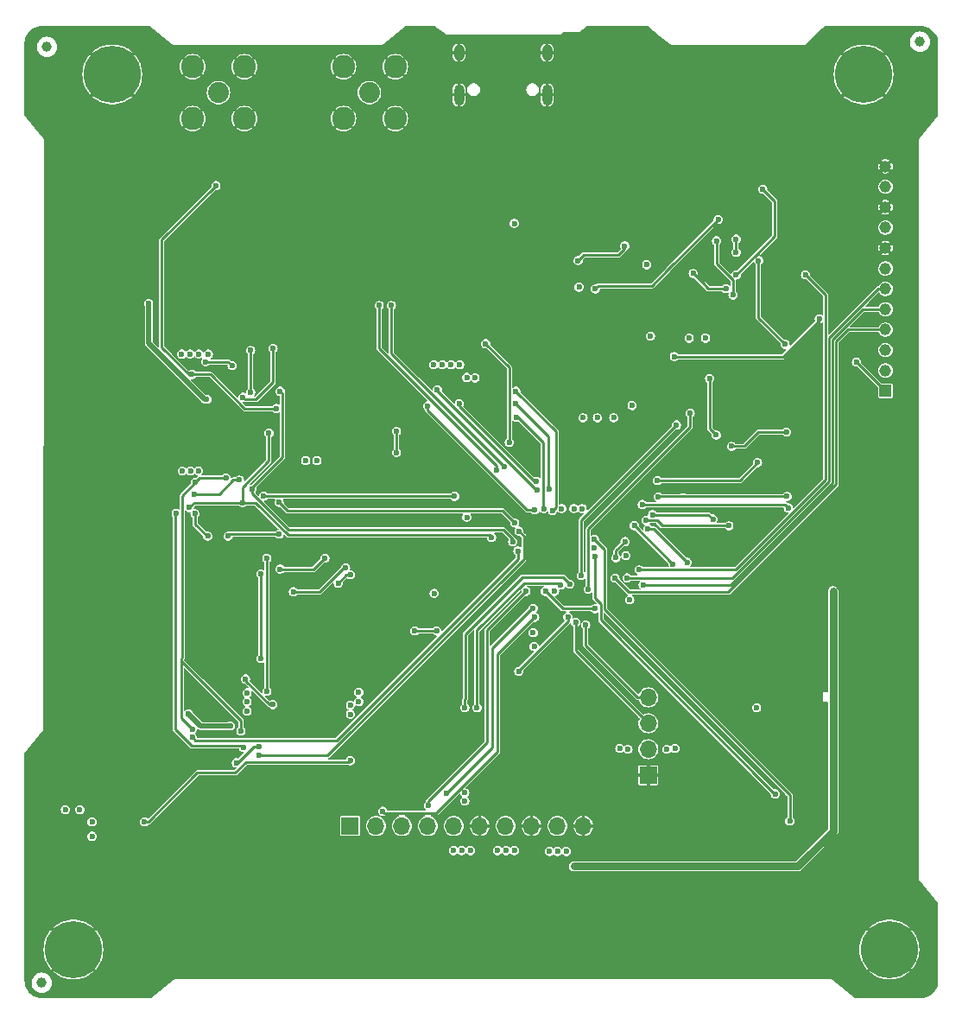
<source format=gbl>
%TF.GenerationSoftware,KiCad,Pcbnew,8.0.8*%
%TF.CreationDate,2025-03-29T21:42:45-04:00*%
%TF.ProjectId,ADCS_board,41444353-5f62-46f6-9172-642e6b696361,v1.2*%
%TF.SameCoordinates,Original*%
%TF.FileFunction,Copper,L4,Bot*%
%TF.FilePolarity,Positive*%
%FSLAX46Y46*%
G04 Gerber Fmt 4.6, Leading zero omitted, Abs format (unit mm)*
G04 Created by KiCad (PCBNEW 8.0.8) date 2025-03-29 21:42:45*
%MOMM*%
%LPD*%
G01*
G04 APERTURE LIST*
%TA.AperFunction,ComponentPad*%
%ADD10C,5.600000*%
%TD*%
%TA.AperFunction,ComponentPad*%
%ADD11O,1.000000X2.100000*%
%TD*%
%TA.AperFunction,ComponentPad*%
%ADD12O,1.000000X1.600000*%
%TD*%
%TA.AperFunction,ComponentPad*%
%ADD13C,0.600000*%
%TD*%
%TA.AperFunction,ComponentPad*%
%ADD14R,1.700000X1.700000*%
%TD*%
%TA.AperFunction,ComponentPad*%
%ADD15O,1.700000X1.700000*%
%TD*%
%TA.AperFunction,SMDPad,CuDef*%
%ADD16C,1.000000*%
%TD*%
%TA.AperFunction,ComponentPad*%
%ADD17C,2.050000*%
%TD*%
%TA.AperFunction,ComponentPad*%
%ADD18C,2.250000*%
%TD*%
%TA.AperFunction,ComponentPad*%
%ADD19R,1.150000X1.150000*%
%TD*%
%TA.AperFunction,ComponentPad*%
%ADD20C,1.150000*%
%TD*%
%TA.AperFunction,ViaPad*%
%ADD21C,0.600000*%
%TD*%
%TA.AperFunction,Conductor*%
%ADD22C,0.250000*%
%TD*%
%TA.AperFunction,Conductor*%
%ADD23C,0.750000*%
%TD*%
%TA.AperFunction,Conductor*%
%ADD24C,0.500000*%
%TD*%
G04 APERTURE END LIST*
D10*
X107236100Y-57564100D03*
X103426100Y-143294100D03*
X183426100Y-143294100D03*
X180896100Y-57564100D03*
D11*
X149872000Y-59553000D03*
D12*
X149872000Y-55413000D03*
D11*
X141232000Y-59553000D03*
D12*
X141232000Y-55413000D03*
D13*
X149326667Y-103010000D03*
X149326667Y-104143333D03*
X149326667Y-105276666D03*
X150460000Y-103010000D03*
X150460000Y-104143333D03*
X150460000Y-105276666D03*
X151593333Y-103010000D03*
X151593333Y-104143333D03*
X151593333Y-105276666D03*
D14*
X159800000Y-126220000D03*
D15*
X159800000Y-123680000D03*
X159800000Y-121140000D03*
X159800000Y-118600000D03*
D14*
X130560000Y-131200000D03*
D15*
X133100000Y-131200000D03*
X135640000Y-131200000D03*
X138180000Y-131200000D03*
X140720000Y-131200000D03*
X143260000Y-131200000D03*
X145800000Y-131200000D03*
X148340000Y-131200000D03*
X150880000Y-131200000D03*
X153420000Y-131200000D03*
D16*
X186436000Y-54356000D03*
X100838000Y-54864000D03*
D17*
X132450000Y-59350000D03*
D18*
X129910000Y-56810000D03*
X129910000Y-61890000D03*
X134990000Y-56810000D03*
X134990000Y-61890000D03*
D16*
X100330000Y-146558000D03*
D19*
X183050000Y-88569999D03*
D20*
X183050000Y-86569998D03*
X183050000Y-84569999D03*
X183050000Y-82569998D03*
X183050000Y-80570000D03*
X183050000Y-78569999D03*
X183050000Y-76570000D03*
X183050000Y-74569999D03*
X183050000Y-72569998D03*
X183050000Y-70569999D03*
X183050000Y-68569999D03*
X183050000Y-66569999D03*
D17*
X117650000Y-59350000D03*
D18*
X120190000Y-56810000D03*
X115110000Y-56810000D03*
X120190000Y-61890000D03*
X115110000Y-61890000D03*
D21*
X113250000Y-90000000D03*
X168707125Y-122344624D03*
X153100000Y-120900000D03*
X148350000Y-117450000D03*
X147400000Y-128200000D03*
X113000000Y-93000000D03*
X127150000Y-64450000D03*
X127410000Y-56310000D03*
X176000000Y-74200000D03*
X148807125Y-139944624D03*
X147500000Y-129400000D03*
X119190000Y-60060000D03*
X181500000Y-123600000D03*
X122910000Y-55550000D03*
X127600000Y-107300000D03*
X181500000Y-116000000D03*
X161800000Y-79000000D03*
X154600000Y-80600000D03*
X148400000Y-129400000D03*
X181500000Y-113200000D03*
X119000000Y-81800000D03*
X181500000Y-118000000D03*
X181493740Y-95014600D03*
X128660000Y-58550000D03*
X159707125Y-139944624D03*
X155950000Y-72150000D03*
X124950000Y-57050000D03*
X143310000Y-81540000D03*
X117000000Y-80400000D03*
X129510000Y-60060000D03*
X154900000Y-120600000D03*
X123910000Y-55550000D03*
X122650000Y-64450000D03*
X181500000Y-121600000D03*
X125910000Y-55550000D03*
X131400000Y-112050000D03*
X119200000Y-117500000D03*
X170600000Y-83800000D03*
X149400000Y-64000000D03*
X164707125Y-139944624D03*
X181500000Y-127500000D03*
X116950000Y-108450000D03*
X179100000Y-84950000D03*
X184569999Y-70569999D03*
X122410000Y-56350000D03*
X121670000Y-60060000D03*
X143200000Y-129400000D03*
X144200000Y-97400000D03*
X181500000Y-107600000D03*
X181493740Y-101614600D03*
X174407125Y-139944624D03*
X155450000Y-74450000D03*
X146600000Y-128200000D03*
X123450000Y-64450000D03*
X140700000Y-61800000D03*
X124410000Y-56310000D03*
X181500000Y-106600000D03*
X128670000Y-60060000D03*
X125950000Y-57060000D03*
X154600000Y-79800000D03*
X181493740Y-96014600D03*
X148650000Y-121500000D03*
X126910000Y-57060000D03*
X141900000Y-104500000D03*
X155800000Y-120600000D03*
X170200000Y-103000000D03*
X112700000Y-127600000D03*
X162607125Y-139944624D03*
X172000000Y-68400000D03*
X160600000Y-78800000D03*
X126910000Y-55550000D03*
X181500000Y-117000000D03*
X155800000Y-130400000D03*
X131160000Y-58560000D03*
X162200000Y-127200000D03*
X126350000Y-64450000D03*
X116900000Y-113950000D03*
X131400000Y-110700000D03*
X171400000Y-83800000D03*
X181500000Y-122600000D03*
X125410000Y-56310000D03*
X119190000Y-58560000D03*
X143200000Y-128000000D03*
X149200000Y-129400000D03*
X181493740Y-100614600D03*
X126410000Y-56310000D03*
X115400000Y-80400000D03*
X173407125Y-139944624D03*
X120860000Y-60060000D03*
X144100000Y-129400000D03*
X181500000Y-111200000D03*
X113000000Y-93800000D03*
X158750000Y-81250000D03*
X104700000Y-133000000D03*
X142000000Y-63200000D03*
X153200000Y-59600000D03*
X163707125Y-139944624D03*
X113800000Y-80400000D03*
X184569999Y-66569999D03*
X149250000Y-61200000D03*
X141000000Y-77600000D03*
X181500000Y-128500000D03*
X147707125Y-139944624D03*
X184569999Y-74569999D03*
X171807125Y-124544624D03*
X120040000Y-58560000D03*
X181500000Y-134100000D03*
X120900000Y-113650000D03*
X130330000Y-60060000D03*
X181500000Y-126500000D03*
X162200000Y-128400000D03*
X117600000Y-117500000D03*
X126000000Y-83600000D03*
X144000000Y-128000000D03*
X132800000Y-97000000D03*
X116950000Y-107500000D03*
X158707125Y-139944624D03*
X131400000Y-109400000D03*
X117400000Y-92600000D03*
X102650000Y-134400000D03*
X176000000Y-79400000D03*
X118150000Y-127400000D03*
X139400000Y-77600000D03*
X124250000Y-64450000D03*
X124910000Y-55550000D03*
X181493740Y-102614600D03*
X181500000Y-132100000D03*
X120030000Y-60060000D03*
X125210000Y-107280000D03*
X130340000Y-58560000D03*
X160800000Y-96200000D03*
X165000000Y-90300000D03*
X181500000Y-112200000D03*
X123910000Y-57060000D03*
X123750000Y-68550000D03*
X160950000Y-105150000D03*
X151300000Y-116350000D03*
X112725000Y-124425000D03*
X155800000Y-131200000D03*
X151000000Y-70200000D03*
X123200000Y-120450000D03*
X181493740Y-97014600D03*
X179200000Y-79200000D03*
X116800000Y-101400000D03*
X149300000Y-117450000D03*
X122950000Y-57060000D03*
X120860000Y-58560000D03*
X156625000Y-94825000D03*
X103500000Y-133500000D03*
X181500000Y-133100000D03*
X112800000Y-97975000D03*
X157607125Y-139944624D03*
X126800000Y-107300000D03*
X103500000Y-134400000D03*
X116900000Y-113000000D03*
X125550000Y-64450000D03*
X131130000Y-60060000D03*
X102650000Y-133500000D03*
X150907125Y-139944624D03*
X167607125Y-128244624D03*
X143750000Y-73160000D03*
X121670000Y-58560000D03*
X159000000Y-79000000D03*
X154000000Y-120600000D03*
X160400000Y-76800000D03*
X180200000Y-128000000D03*
X172307125Y-139944624D03*
X158000000Y-110200000D03*
X167800000Y-83800000D03*
X149807125Y-139944624D03*
X123410000Y-56310000D03*
X117590000Y-89750000D03*
X162200000Y-126000000D03*
X125950000Y-68550000D03*
X113000000Y-92200000D03*
X115200000Y-86100000D03*
X166507125Y-128244624D03*
X170280000Y-126980000D03*
X181500000Y-105600000D03*
X155800000Y-132000000D03*
X129530000Y-58560000D03*
X160807125Y-139944624D03*
X175507125Y-139944624D03*
X122650000Y-78700000D03*
X151100000Y-84800000D03*
X118400000Y-117500000D03*
X168750000Y-78100000D03*
X120900000Y-112850000D03*
X136050000Y-99600000D03*
X136200000Y-103500000D03*
X148725000Y-95275000D03*
X165807125Y-139944624D03*
X156400000Y-91200000D03*
X170500000Y-95600000D03*
X157000000Y-123600000D03*
X131400000Y-118100000D03*
X127300000Y-95400000D03*
X135100000Y-94600000D03*
X157606667Y-104700000D03*
X146650000Y-72160000D03*
X142000000Y-100950000D03*
X105250000Y-130800000D03*
X138800000Y-108400000D03*
X139600000Y-86000000D03*
X105250000Y-132200000D03*
X140450000Y-86000000D03*
X153400000Y-91200000D03*
X148500000Y-112250000D03*
X130600000Y-120250000D03*
X158200000Y-90000000D03*
X161600000Y-123680000D03*
X151300000Y-100100000D03*
X130600000Y-119350000D03*
X153300000Y-100100000D03*
X148600000Y-113600000D03*
X104050000Y-129600000D03*
X160700000Y-97350000D03*
X102650000Y-129600000D03*
X135100000Y-92510000D03*
X141795000Y-127950000D03*
X154800000Y-91200000D03*
X142800000Y-87300000D03*
X157800000Y-123680000D03*
X131400000Y-119000000D03*
X142000000Y-87250000D03*
X170400000Y-119600000D03*
X126200000Y-95400000D03*
X138750000Y-86000000D03*
X157970000Y-109040000D03*
X141800000Y-128750000D03*
X159639000Y-76200054D03*
X141300000Y-86000000D03*
X162400000Y-123600000D03*
X143000000Y-119600000D03*
X151200000Y-107600000D03*
X141800000Y-119600000D03*
X152100000Y-107500000D03*
X173350000Y-92600000D03*
X167950000Y-94000000D03*
X152900000Y-75800000D03*
X157479994Y-74358508D03*
X170600000Y-75800000D03*
X173200000Y-84000000D03*
X115700000Y-96400000D03*
X116650000Y-84950000D03*
X120450000Y-119000000D03*
X114040000Y-84960000D03*
X166450000Y-92900000D03*
X120450000Y-118150000D03*
X160000000Y-83200000D03*
X163800000Y-83400000D03*
X120450000Y-119950000D03*
X165800000Y-87350000D03*
X146650000Y-133600000D03*
X141500000Y-133600000D03*
X145850000Y-133600000D03*
X150100000Y-133700000D03*
X150900000Y-133700000D03*
X151750000Y-133700000D03*
X114900000Y-96400000D03*
X114860000Y-84950000D03*
X153000000Y-78400000D03*
X142350000Y-133600000D03*
X140700000Y-133600000D03*
X115720000Y-84950000D03*
X145000000Y-133600000D03*
X165400000Y-83400000D03*
X114100000Y-96400000D03*
X167400000Y-78550000D03*
X164193763Y-77063773D03*
X165007125Y-135144624D03*
X177900000Y-117900000D03*
X177900000Y-128400000D03*
X177900000Y-108200000D03*
X152507125Y-135144624D03*
X162350000Y-85200000D03*
X176550000Y-81500000D03*
X154500000Y-103950000D03*
X150600000Y-108200000D03*
X152500000Y-100100000D03*
X162225000Y-105525000D03*
X158425000Y-101775000D03*
X156535919Y-106921360D03*
X180200000Y-85750000D03*
X151900000Y-110700000D03*
X147100000Y-116050000D03*
X148650000Y-100200000D03*
X138150000Y-90050000D03*
X154592500Y-78582500D03*
X166650000Y-71770000D03*
X143850000Y-83950000D03*
X146170000Y-93610000D03*
X118400000Y-97100000D03*
X123700000Y-88600000D03*
X146500000Y-103341070D03*
X118990000Y-86090000D03*
X115400000Y-97500000D03*
X119850000Y-121900000D03*
X115100000Y-121700000D03*
X116400000Y-85709575D03*
X120944938Y-98190000D03*
X158900000Y-106100000D03*
X175200000Y-77200000D03*
X123000000Y-84400000D03*
X120050000Y-89200000D03*
X141250000Y-89835000D03*
X148840000Y-97414676D03*
X116500000Y-89400000D03*
X110800000Y-80000000D03*
X117400000Y-68450000D03*
X123300000Y-90300000D03*
X115050000Y-86950000D03*
X114790000Y-100000000D03*
X120100000Y-123500000D03*
X122600000Y-92700000D03*
X144420000Y-102920000D03*
X120000000Y-99509575D03*
X113500000Y-100550000D03*
X129389676Y-107389676D03*
X130580000Y-106586643D03*
X166125000Y-101125000D03*
X160210000Y-100690000D03*
X146800000Y-89850000D03*
X150050000Y-98200000D03*
X149550000Y-100100000D03*
X146850000Y-91150000D03*
X139100000Y-88450000D03*
X148885000Y-98275000D03*
X150400000Y-100300000D03*
X146800000Y-88600000D03*
X159200000Y-99700000D03*
X173528190Y-100021810D03*
X173400000Y-98910000D03*
X160770000Y-98950000D03*
X168400000Y-77200000D03*
X171000000Y-68800000D03*
X123600000Y-99500000D03*
X119700000Y-97300000D03*
X115292500Y-98667500D03*
X146700000Y-101500000D03*
X168400000Y-73690425D03*
X168400000Y-74970000D03*
X130118445Y-105918445D03*
X125000000Y-108250000D03*
X121670000Y-124300000D03*
X147110000Y-102300000D03*
X128075000Y-104950000D03*
X123700000Y-106027176D03*
X122090000Y-98878768D03*
X140800000Y-98900000D03*
X115090000Y-122530000D03*
X147000000Y-104250000D03*
X116599347Y-102800000D03*
X115350000Y-100600000D03*
X114700000Y-120200000D03*
X118800000Y-121400000D03*
X120800000Y-88700000D03*
X120800000Y-84600000D03*
X122400000Y-118000000D03*
X122390000Y-104980000D03*
X118600000Y-102800000D03*
X123600000Y-102600000D03*
X121640000Y-123400000D03*
X121800000Y-114800000D03*
X119400000Y-125000000D03*
X121800000Y-106500000D03*
X122979574Y-119299778D03*
X120300000Y-116800000D03*
X163900000Y-90750000D03*
X153900000Y-108000000D03*
X162550000Y-91900000D03*
X153225000Y-106650000D03*
X157510213Y-103330213D03*
X156620000Y-104920000D03*
X110400000Y-130800000D03*
X130570000Y-124810000D03*
X148650000Y-110750000D03*
X133750000Y-129750000D03*
X166475000Y-73875000D03*
X168100000Y-79170000D03*
X159770000Y-102090000D03*
X163620000Y-105370000D03*
X154500000Y-103100000D03*
X173660000Y-130710000D03*
X172240000Y-128050000D03*
X154600000Y-104810000D03*
X167690000Y-101790000D03*
X159563173Y-101250000D03*
X145650000Y-95950000D03*
X134600000Y-80200000D03*
X157700000Y-106880000D03*
X159280000Y-107570000D03*
X152660000Y-111260000D03*
X153650000Y-111500000D03*
X139975000Y-128025000D03*
X148510000Y-109870000D03*
X138250000Y-129200000D03*
X147800000Y-108200000D03*
X144893765Y-96306235D03*
X133400000Y-80200000D03*
X139050000Y-112080000D03*
X136910000Y-112090000D03*
X149700000Y-108200000D03*
X154560000Y-109910000D03*
D22*
X168750000Y-97350000D02*
X160700000Y-97350000D01*
X135100000Y-94600000D02*
X135100000Y-92510000D01*
X170500000Y-95600000D02*
X168750000Y-97350000D01*
X147600000Y-107400000D02*
X143000000Y-112000000D01*
X151000000Y-107400000D02*
X147600000Y-107400000D01*
X143000000Y-112000000D02*
X143000000Y-119600000D01*
X151200000Y-107600000D02*
X151000000Y-107400000D01*
X151400000Y-106800000D02*
X147450000Y-106800000D01*
X141825000Y-118775000D02*
X141800000Y-118800000D01*
X147450000Y-106800000D02*
X141825000Y-112425000D01*
X152100000Y-107500000D02*
X151400000Y-106800000D01*
X141800000Y-118800000D02*
X141800000Y-119600000D01*
X141825000Y-112425000D02*
X141825000Y-118775000D01*
X169200000Y-94000000D02*
X170600000Y-92600000D01*
X167950000Y-94000000D02*
X169200000Y-94000000D01*
X170600000Y-92600000D02*
X173350000Y-92600000D01*
X152900000Y-75800000D02*
X153452500Y-75247500D01*
X156852500Y-75247500D02*
X157479994Y-74620006D01*
X153452500Y-75247500D02*
X156852500Y-75247500D01*
X170600000Y-81400000D02*
X170600000Y-75800000D01*
X173200000Y-84000000D02*
X170600000Y-81400000D01*
X165800000Y-92250000D02*
X165800000Y-87350000D01*
X166450000Y-92900000D02*
X165800000Y-92250000D01*
X165525000Y-78382537D02*
X165525000Y-78395010D01*
X164193763Y-77063773D02*
X165204990Y-78075000D01*
X165217463Y-78075000D02*
X165525000Y-78382537D01*
X165204990Y-78075000D02*
X165217463Y-78075000D01*
X165679990Y-78550000D02*
X167400000Y-78550000D01*
X165525000Y-78395010D02*
X165679990Y-78550000D01*
D23*
X165007125Y-135144624D02*
X152507125Y-135144624D01*
X174455376Y-135144624D02*
X165007125Y-135144624D01*
X177900000Y-128400000D02*
X177900000Y-117900000D01*
X177900000Y-128400000D02*
X177900000Y-131700000D01*
X177900000Y-117900000D02*
X177900000Y-108200000D01*
X177900000Y-131700000D02*
X174455376Y-135144624D01*
D22*
X176550000Y-81650000D02*
X173000000Y-85200000D01*
X173000000Y-85200000D02*
X162350000Y-85200000D01*
X176550000Y-81500000D02*
X176550000Y-81650000D01*
X162225000Y-105525000D02*
X162175000Y-105525000D01*
X162175000Y-105525000D02*
X158425000Y-101775000D01*
X156535919Y-106921360D02*
X157904559Y-108290000D01*
X178200000Y-97716260D02*
X178200000Y-83700000D01*
X157904559Y-108290000D02*
X167626260Y-108290000D01*
X167626260Y-108290000D02*
X178200000Y-97716260D01*
X178200000Y-83700000D02*
X179330002Y-82569998D01*
X179330002Y-82569998D02*
X183050000Y-82569998D01*
X183019999Y-88569999D02*
X183050000Y-88569999D01*
X180200000Y-85750000D02*
X183019999Y-88569999D01*
X147100000Y-116050000D02*
X147100000Y-115950000D01*
X147100000Y-115950000D02*
X151900000Y-111150000D01*
X151900000Y-111150000D02*
X151900000Y-110700000D01*
X147900000Y-100200000D02*
X138150000Y-90450000D01*
X138150000Y-90450000D02*
X138150000Y-90050000D01*
X148650000Y-100200000D02*
X147900000Y-100200000D01*
X160140000Y-78290000D02*
X154885000Y-78290000D01*
X161710371Y-76709629D02*
X161710371Y-76719629D01*
X154885000Y-78290000D02*
X154592500Y-78582500D01*
X166650000Y-71770000D02*
X161710371Y-76709629D01*
X161710371Y-76719629D02*
X160140000Y-78290000D01*
X146170000Y-86270000D02*
X143850000Y-83950000D01*
X146170000Y-93610000D02*
X146170000Y-86270000D01*
X118990000Y-86090000D02*
X118609575Y-85709575D01*
X124530000Y-102200000D02*
X120944938Y-98614938D01*
X146500000Y-103090000D02*
X145610000Y-102200000D01*
X120944938Y-98614938D02*
X120944938Y-98190000D01*
X146500000Y-103341070D02*
X146500000Y-103090000D01*
X119850000Y-120850000D02*
X114000000Y-115000000D01*
X115100000Y-121700000D02*
X114000000Y-120600000D01*
X114100000Y-98850000D02*
X114100000Y-114700000D01*
X118400000Y-97100000D02*
X115800000Y-97100000D01*
X120944938Y-98055062D02*
X123900000Y-95100000D01*
X123900000Y-95100000D02*
X123900000Y-88800000D01*
X145610000Y-102200000D02*
X124530000Y-102200000D01*
X114100000Y-114700000D02*
X114000000Y-114800000D01*
X123900000Y-88800000D02*
X123700000Y-88600000D01*
X115400000Y-97550000D02*
X114100000Y-98850000D01*
X119850000Y-121900000D02*
X119850000Y-120850000D01*
X115800000Y-97100000D02*
X115400000Y-97500000D01*
X114000000Y-120600000D02*
X114000000Y-114800000D01*
X115400000Y-97500000D02*
X115400000Y-97550000D01*
X114000000Y-115000000D02*
X114000000Y-114800000D01*
X118609575Y-85709575D02*
X116400000Y-85709575D01*
X120944938Y-98190000D02*
X120944938Y-98055062D01*
X177150000Y-79150000D02*
X175200000Y-77200000D01*
X177150000Y-97281336D02*
X177150000Y-79150000D01*
X158900000Y-106100000D02*
X168331336Y-106100000D01*
X168331336Y-106100000D02*
X177150000Y-97281336D01*
X121300000Y-89400000D02*
X123000000Y-87700000D01*
X120250000Y-89400000D02*
X121300000Y-89400000D01*
X123000000Y-87700000D02*
X123000000Y-84400000D01*
X120050000Y-89200000D02*
X120250000Y-89400000D01*
X148614676Y-97414676D02*
X141250000Y-90050000D01*
X148840000Y-97414676D02*
X148614676Y-97414676D01*
X141250000Y-90050000D02*
X141250000Y-89835000D01*
D24*
X110800000Y-80000000D02*
X110800000Y-83919239D01*
X110800000Y-83919239D02*
X116280761Y-89400000D01*
X116280761Y-89400000D02*
X116500000Y-89400000D01*
D22*
X114750000Y-86950000D02*
X112100000Y-84300000D01*
X116850000Y-86950000D02*
X120200000Y-90300000D01*
X115050000Y-86950000D02*
X116850000Y-86950000D01*
X112100000Y-73750000D02*
X117400000Y-68450000D01*
X120200000Y-90300000D02*
X123300000Y-90300000D01*
X112100000Y-84300000D02*
X112100000Y-73750000D01*
X115050000Y-86950000D02*
X114750000Y-86950000D01*
X114790000Y-100000000D02*
X115280425Y-99509575D01*
X144420000Y-102920000D02*
X144200000Y-102700000D01*
X120000000Y-99509575D02*
X120000000Y-98010000D01*
X120000000Y-98010000D02*
X122600000Y-95410000D01*
X124520000Y-102700000D02*
X121329575Y-99509575D01*
X113500000Y-100550000D02*
X113450000Y-100600000D01*
X114988927Y-123309575D02*
X119909575Y-123309575D01*
X119909575Y-123309575D02*
X120100000Y-123500000D01*
X113450000Y-100600000D02*
X113450000Y-121770648D01*
X122600000Y-95410000D02*
X122600000Y-92700000D01*
X144200000Y-102700000D02*
X124520000Y-102700000D01*
X121329575Y-99509575D02*
X120000000Y-99509575D01*
X115280425Y-99509575D02*
X120000000Y-99509575D01*
X113450000Y-121770648D02*
X114988927Y-123309575D01*
X130192709Y-106586643D02*
X130580000Y-106586643D01*
X129389676Y-107389676D02*
X130192709Y-106586643D01*
X165690000Y-100690000D02*
X166125000Y-101125000D01*
X160210000Y-100690000D02*
X165690000Y-100690000D01*
X150050000Y-98200000D02*
X150000000Y-98150000D01*
X150000000Y-98150000D02*
X150000000Y-93050000D01*
X150000000Y-93050000D02*
X146800000Y-89850000D01*
X149470000Y-100020000D02*
X149470000Y-93620000D01*
X149470000Y-93620000D02*
X147000000Y-91150000D01*
X149550000Y-100100000D02*
X149470000Y-100020000D01*
X147000000Y-91150000D02*
X146850000Y-91150000D01*
X148825000Y-98275000D02*
X139100000Y-88550000D01*
X139100000Y-88550000D02*
X139100000Y-88450000D01*
X148885000Y-98275000D02*
X148825000Y-98275000D01*
X150720000Y-92520000D02*
X146800000Y-88600000D01*
X150720000Y-99980000D02*
X150720000Y-92520000D01*
X150400000Y-100300000D02*
X150720000Y-99980000D01*
X159200000Y-99700000D02*
X173206380Y-99700000D01*
X173206380Y-99700000D02*
X173528190Y-100021810D01*
X160810000Y-98910000D02*
X173400000Y-98910000D01*
X160770000Y-98950000D02*
X160810000Y-98910000D01*
X168400000Y-77186827D02*
X170361827Y-75225000D01*
X172200000Y-70000000D02*
X171000000Y-68800000D01*
X170375000Y-75225000D02*
X172200000Y-73400000D01*
X172200000Y-73400000D02*
X172200000Y-70000000D01*
X168400000Y-77200000D02*
X168400000Y-77186827D01*
X170361827Y-75225000D02*
X170375000Y-75225000D01*
X124425000Y-100325000D02*
X145525000Y-100325000D01*
X119100000Y-97300000D02*
X119700000Y-97300000D01*
X117732500Y-98667500D02*
X119100000Y-97300000D01*
X123600000Y-99500000D02*
X124425000Y-100325000D01*
X115292500Y-98667500D02*
X117732500Y-98667500D01*
X145525000Y-100325000D02*
X146700000Y-101500000D01*
X168400000Y-74970000D02*
X168400000Y-73690425D01*
X130118445Y-105918445D02*
X129911555Y-105918445D01*
X129911555Y-105918445D02*
X127580000Y-108250000D01*
X127580000Y-108250000D02*
X125000000Y-108250000D01*
X128320000Y-124300000D02*
X147580000Y-105040000D01*
X147580000Y-102770000D02*
X147110000Y-102300000D01*
X147580000Y-105040000D02*
X147580000Y-102770000D01*
X121670000Y-124300000D02*
X128320000Y-124300000D01*
X126997824Y-106027176D02*
X128075000Y-104950000D01*
X123700000Y-106027176D02*
X126997824Y-106027176D01*
X122090000Y-98878768D02*
X122111232Y-98900000D01*
X122111232Y-98900000D02*
X140800000Y-98900000D01*
X115090000Y-122530000D02*
X115360000Y-122800000D01*
X115360000Y-122800000D02*
X129250000Y-122800000D01*
X129250000Y-122800000D02*
X147000000Y-105050000D01*
X147000000Y-105050000D02*
X147000000Y-104250000D01*
X115350000Y-100600000D02*
X115350000Y-101629352D01*
X115350000Y-101629352D02*
X116520648Y-102800000D01*
X116520648Y-102800000D02*
X116599347Y-102800000D01*
D24*
X118800000Y-121400000D02*
X115900000Y-121400000D01*
X115900000Y-121400000D02*
X114700000Y-120200000D01*
D22*
X120800000Y-88700000D02*
X120800000Y-84600000D01*
X122400000Y-104990000D02*
X122400000Y-118000000D01*
X122390000Y-104980000D02*
X122400000Y-104990000D01*
X118800000Y-102600000D02*
X118600000Y-102800000D01*
X123600000Y-102600000D02*
X118800000Y-102600000D01*
X121800000Y-106500000D02*
X121800000Y-114800000D01*
X121640000Y-123400000D02*
X121150000Y-123400000D01*
X119550000Y-125000000D02*
X119400000Y-125000000D01*
X121150000Y-123400000D02*
X119550000Y-125000000D01*
X120300000Y-116950000D02*
X122649778Y-119299778D01*
X120300000Y-116800000D02*
X120300000Y-116950000D01*
X122649778Y-119299778D02*
X122979574Y-119299778D01*
X163900000Y-92100000D02*
X163900000Y-90750000D01*
X153890425Y-107990425D02*
X153890425Y-102109575D01*
X153900000Y-108000000D02*
X153890425Y-107990425D01*
X153890425Y-102109575D02*
X163900000Y-92100000D01*
X153225000Y-106650000D02*
X153225000Y-101225000D01*
X153225000Y-101225000D02*
X162550000Y-91900000D01*
X156620000Y-104920000D02*
X156620000Y-104220426D01*
X156620000Y-104220426D02*
X157510213Y-103330213D01*
X130470000Y-124910000D02*
X120390000Y-124910000D01*
X119300000Y-126000000D02*
X115550000Y-126000000D01*
X130570000Y-124810000D02*
X130470000Y-124910000D01*
X110750000Y-130800000D02*
X110400000Y-130800000D01*
X115550000Y-126000000D02*
X110750000Y-130800000D01*
X120390000Y-124910000D02*
X119300000Y-126000000D01*
X148650000Y-110750000D02*
X148600000Y-110750000D01*
X145000000Y-123900000D02*
X139000000Y-129900000D01*
X148600000Y-110750000D02*
X145000000Y-114350000D01*
X139000000Y-129900000D02*
X133900000Y-129900000D01*
X145000000Y-114350000D02*
X145000000Y-123900000D01*
X133900000Y-129900000D02*
X133750000Y-129750000D01*
X168100000Y-77713173D02*
X166475000Y-76088173D01*
X168100000Y-79170000D02*
X168100000Y-77713173D01*
X166475000Y-76088173D02*
X166475000Y-73875000D01*
X160350000Y-102090000D02*
X163620000Y-105360000D01*
X163620000Y-105360000D02*
X163620000Y-105370000D01*
X159770000Y-102090000D02*
X160350000Y-102090000D01*
X155510000Y-104110000D02*
X154500000Y-103100000D01*
X173660000Y-130710000D02*
X173660000Y-128123769D01*
X173660000Y-128123769D02*
X155510000Y-109973769D01*
X155510000Y-109973769D02*
X155510000Y-104110000D01*
X154570812Y-108870812D02*
X155150000Y-109450000D01*
X155150000Y-109450000D02*
X155150000Y-111000000D01*
X172200000Y-128050000D02*
X172240000Y-128050000D01*
X155150000Y-111000000D02*
X172200000Y-128050000D01*
X154570812Y-104839188D02*
X154570812Y-108870812D01*
X154600000Y-104810000D02*
X154570812Y-104839188D01*
X159563173Y-101250000D02*
X159583173Y-101270000D01*
X160670000Y-101270000D02*
X161150000Y-101750000D01*
X167650000Y-101750000D02*
X167690000Y-101790000D01*
X159583173Y-101270000D02*
X160670000Y-101270000D01*
X161150000Y-101750000D02*
X167650000Y-101750000D01*
X134600000Y-80200000D02*
X134600000Y-84900000D01*
X134600000Y-84900000D02*
X145650000Y-95950000D01*
X157700000Y-106880000D02*
X168046310Y-106880000D01*
X182335027Y-78569999D02*
X183050000Y-78569999D01*
X177500000Y-97426310D02*
X177500000Y-83405026D01*
X177500000Y-83405026D02*
X182335027Y-78569999D01*
X168046310Y-106880000D02*
X177500000Y-97426310D01*
X167851285Y-107570000D02*
X177850000Y-97571285D01*
X180830000Y-80570000D02*
X183050000Y-80570000D01*
X159280000Y-107570000D02*
X167851285Y-107570000D01*
X177850000Y-97571285D02*
X177850000Y-83550000D01*
X177850000Y-83550000D02*
X180830000Y-80570000D01*
X152660000Y-114000000D02*
X159800000Y-121140000D01*
X152660000Y-111260000D02*
X152660000Y-114000000D01*
X158750000Y-118600000D02*
X159800000Y-118600000D01*
X153650000Y-111500000D02*
X153650000Y-113500000D01*
X153650000Y-113500000D02*
X158750000Y-118600000D01*
X144500000Y-123500000D02*
X139975000Y-128025000D01*
X144500000Y-113743059D02*
X144500000Y-123500000D01*
X148373059Y-109870000D02*
X144500000Y-113743059D01*
X148510000Y-109870000D02*
X148373059Y-109870000D01*
X138250000Y-129200000D02*
X138250000Y-128750000D01*
X138250000Y-128750000D02*
X144000000Y-123000000D01*
X144000000Y-112000000D02*
X147800000Y-108200000D01*
X144000000Y-123000000D02*
X144000000Y-112000000D01*
X133400000Y-84420000D02*
X133400000Y-80200000D01*
X144893765Y-96306235D02*
X144893765Y-95913765D01*
X144893765Y-95913765D02*
X133400000Y-84420000D01*
X136910000Y-112090000D02*
X136920000Y-112080000D01*
X136920000Y-112080000D02*
X139050000Y-112080000D01*
X154560000Y-109910000D02*
X151410000Y-109910000D01*
X151410000Y-109910000D02*
X149700000Y-108200000D01*
%TA.AperFunction,Conductor*%
G36*
X123212352Y-99170806D02*
G01*
X123230658Y-99215000D01*
X123217922Y-99249142D01*
X123219534Y-99250178D01*
X123217118Y-99253937D01*
X123163302Y-99371775D01*
X123144867Y-99500000D01*
X123163302Y-99628224D01*
X123163303Y-99628226D01*
X123217118Y-99746063D01*
X123301951Y-99843967D01*
X123410931Y-99914004D01*
X123410933Y-99914004D01*
X123410934Y-99914005D01*
X123451541Y-99925928D01*
X123524469Y-99947341D01*
X123535225Y-99950499D01*
X123535227Y-99950500D01*
X123667523Y-99950500D01*
X123711717Y-99968806D01*
X124281970Y-100539059D01*
X124374775Y-100577500D01*
X124475225Y-100577500D01*
X141589820Y-100577500D01*
X141634014Y-100595806D01*
X141652320Y-100640000D01*
X141637055Y-100680928D01*
X141617118Y-100703936D01*
X141617118Y-100703937D01*
X141563302Y-100821775D01*
X141544867Y-100950000D01*
X141563302Y-101078224D01*
X141563303Y-101078226D01*
X141617118Y-101196063D01*
X141701951Y-101293967D01*
X141810931Y-101364004D01*
X141810933Y-101364004D01*
X141810934Y-101364005D01*
X141935225Y-101400499D01*
X141935227Y-101400500D01*
X141935228Y-101400500D01*
X142064773Y-101400500D01*
X142064773Y-101400499D01*
X142189069Y-101364004D01*
X142298049Y-101293967D01*
X142382882Y-101196063D01*
X142436697Y-101078226D01*
X142455133Y-100950000D01*
X142436697Y-100821774D01*
X142382882Y-100703937D01*
X142362945Y-100680928D01*
X142347839Y-100635541D01*
X142369252Y-100592765D01*
X142410180Y-100577500D01*
X145394523Y-100577500D01*
X145438717Y-100595806D01*
X146235069Y-101392158D01*
X146253375Y-101436352D01*
X146252739Y-101445246D01*
X146244867Y-101499999D01*
X146263302Y-101628224D01*
X146263303Y-101628226D01*
X146317118Y-101746063D01*
X146401951Y-101843967D01*
X146510931Y-101914004D01*
X146510933Y-101914004D01*
X146510934Y-101914005D01*
X146635225Y-101950499D01*
X146635227Y-101950500D01*
X146679891Y-101950500D01*
X146724085Y-101968806D01*
X146742391Y-102013000D01*
X146728718Y-102049654D01*
X146729534Y-102050178D01*
X146727125Y-102053924D01*
X146727124Y-102053930D01*
X146727118Y-102053936D01*
X146727118Y-102053937D01*
X146673302Y-102171775D01*
X146654867Y-102300000D01*
X146673302Y-102428224D01*
X146673303Y-102428226D01*
X146727118Y-102546063D01*
X146811951Y-102643967D01*
X146920931Y-102714004D01*
X146920933Y-102714004D01*
X146920934Y-102714005D01*
X147045225Y-102750499D01*
X147045227Y-102750500D01*
X147177523Y-102750500D01*
X147221717Y-102768806D01*
X147309194Y-102856283D01*
X147327500Y-102900477D01*
X147327500Y-103810500D01*
X147309194Y-103854694D01*
X147265000Y-103873000D01*
X147231212Y-103863079D01*
X147189069Y-103835996D01*
X147189067Y-103835995D01*
X147189065Y-103835994D01*
X147064774Y-103799500D01*
X147064772Y-103799500D01*
X146935228Y-103799500D01*
X146935226Y-103799500D01*
X146810934Y-103835994D01*
X146701951Y-103906032D01*
X146617118Y-104003936D01*
X146617118Y-104003937D01*
X146563302Y-104121775D01*
X146544867Y-104250000D01*
X146563302Y-104378224D01*
X146563303Y-104378226D01*
X146617118Y-104496063D01*
X146701951Y-104593967D01*
X146718790Y-104604789D01*
X146746072Y-104644081D01*
X146747500Y-104657367D01*
X146747500Y-104919522D01*
X146729194Y-104963716D01*
X139606969Y-112085940D01*
X139562775Y-112104246D01*
X139518581Y-112085940D01*
X139500911Y-112050641D01*
X139486697Y-111951774D01*
X139432882Y-111833937D01*
X139348049Y-111736033D01*
X139348048Y-111736032D01*
X139254626Y-111675994D01*
X139239069Y-111665996D01*
X139239067Y-111665995D01*
X139239065Y-111665994D01*
X139114774Y-111629500D01*
X139114772Y-111629500D01*
X138985228Y-111629500D01*
X138985226Y-111629500D01*
X138860934Y-111665994D01*
X138751951Y-111736032D01*
X138691388Y-111805928D01*
X138648612Y-111827341D01*
X138644153Y-111827500D01*
X137307182Y-111827500D01*
X137262988Y-111809194D01*
X137259947Y-111805928D01*
X137208048Y-111746032D01*
X137166081Y-111719062D01*
X137099069Y-111675996D01*
X137099067Y-111675995D01*
X137099065Y-111675994D01*
X136974774Y-111639500D01*
X136974772Y-111639500D01*
X136845228Y-111639500D01*
X136845226Y-111639500D01*
X136720934Y-111675994D01*
X136611951Y-111746032D01*
X136527118Y-111843936D01*
X136527118Y-111843937D01*
X136473302Y-111961775D01*
X136454867Y-112090000D01*
X136473302Y-112218224D01*
X136473303Y-112218226D01*
X136527118Y-112336063D01*
X136611951Y-112433967D01*
X136720931Y-112504004D01*
X136720933Y-112504004D01*
X136720934Y-112504005D01*
X136845225Y-112540499D01*
X136845227Y-112540500D01*
X136845228Y-112540500D01*
X136974773Y-112540500D01*
X136974773Y-112540499D01*
X137099069Y-112504004D01*
X137208049Y-112433967D01*
X137277277Y-112354071D01*
X137320053Y-112332659D01*
X137324512Y-112332500D01*
X138644153Y-112332500D01*
X138688347Y-112350806D01*
X138691386Y-112354069D01*
X138751951Y-112423967D01*
X138860931Y-112494004D01*
X138982125Y-112529589D01*
X138985225Y-112530499D01*
X138985227Y-112530500D01*
X139011522Y-112530500D01*
X139055716Y-112548806D01*
X139074022Y-112593000D01*
X139055716Y-112637194D01*
X129163717Y-122529194D01*
X129119523Y-122547500D01*
X115601806Y-122547500D01*
X115557612Y-122529194D01*
X115539942Y-122493895D01*
X115526697Y-122401775D01*
X115526697Y-122401774D01*
X115472882Y-122283937D01*
X115388049Y-122186033D01*
X115388048Y-122186032D01*
X115364333Y-122170792D01*
X115337051Y-122131499D01*
X115345544Y-122084423D01*
X115364334Y-122065634D01*
X115374333Y-122059208D01*
X115398049Y-122043967D01*
X115482882Y-121946063D01*
X115536697Y-121828226D01*
X115551317Y-121726537D01*
X115575724Y-121685401D01*
X115622074Y-121673570D01*
X115657374Y-121691240D01*
X115668209Y-121702075D01*
X115710351Y-121726405D01*
X115753681Y-121751422D01*
X115754291Y-121751774D01*
X115850296Y-121777499D01*
X115850299Y-121777499D01*
X115850301Y-121777500D01*
X118535779Y-121777500D01*
X118569567Y-121787421D01*
X118610931Y-121814004D01*
X118735225Y-121850499D01*
X118735227Y-121850500D01*
X118735228Y-121850500D01*
X118864773Y-121850500D01*
X118864773Y-121850499D01*
X118989069Y-121814004D01*
X119098049Y-121743967D01*
X119182882Y-121646063D01*
X119236697Y-121528226D01*
X119255133Y-121400000D01*
X119236697Y-121271774D01*
X119182882Y-121153937D01*
X119098049Y-121056033D01*
X119098048Y-121056032D01*
X119045870Y-121022500D01*
X118989069Y-120985996D01*
X118989067Y-120985995D01*
X118989065Y-120985994D01*
X118864774Y-120949500D01*
X118864772Y-120949500D01*
X118735228Y-120949500D01*
X118735226Y-120949500D01*
X118610935Y-120985994D01*
X118610929Y-120985996D01*
X118584728Y-121002835D01*
X118569567Y-121012578D01*
X118535779Y-121022500D01*
X116082254Y-121022500D01*
X116038060Y-121004194D01*
X115156621Y-120122756D01*
X115138951Y-120087454D01*
X115137624Y-120078226D01*
X115136697Y-120071774D01*
X115082882Y-119953937D01*
X114998049Y-119856033D01*
X114998048Y-119856032D01*
X114931533Y-119813286D01*
X114889069Y-119785996D01*
X114889067Y-119785995D01*
X114889065Y-119785994D01*
X114764774Y-119749500D01*
X114764772Y-119749500D01*
X114635228Y-119749500D01*
X114635226Y-119749500D01*
X114510934Y-119785994D01*
X114401950Y-119856033D01*
X114362234Y-119901869D01*
X114319459Y-119923281D01*
X114274071Y-119908174D01*
X114252659Y-119865399D01*
X114252500Y-119860940D01*
X114252500Y-115760477D01*
X114270806Y-115716283D01*
X114315000Y-115697977D01*
X114359194Y-115716283D01*
X119579194Y-120936283D01*
X119597500Y-120980477D01*
X119597500Y-121492633D01*
X119579194Y-121536827D01*
X119568790Y-121545211D01*
X119551951Y-121556032D01*
X119551951Y-121556033D01*
X119467118Y-121653936D01*
X119467118Y-121653937D01*
X119413302Y-121771775D01*
X119394867Y-121900000D01*
X119413302Y-122028224D01*
X119413303Y-122028226D01*
X119467118Y-122146063D01*
X119551951Y-122243967D01*
X119660931Y-122314004D01*
X119660933Y-122314004D01*
X119660934Y-122314005D01*
X119785225Y-122350499D01*
X119785227Y-122350500D01*
X119785228Y-122350500D01*
X119914773Y-122350500D01*
X119914773Y-122350499D01*
X120039069Y-122314004D01*
X120148049Y-122243967D01*
X120232882Y-122146063D01*
X120286697Y-122028226D01*
X120305133Y-121900000D01*
X120286697Y-121771774D01*
X120232882Y-121653937D01*
X120148049Y-121556033D01*
X120148048Y-121556032D01*
X120131210Y-121545211D01*
X120103928Y-121505918D01*
X120102500Y-121492633D01*
X120102500Y-120799776D01*
X120087729Y-120764115D01*
X120064059Y-120706970D01*
X119993030Y-120635941D01*
X116157089Y-116800000D01*
X119844867Y-116800000D01*
X119863302Y-116928224D01*
X119863303Y-116928226D01*
X119917118Y-117046063D01*
X120001951Y-117143967D01*
X120110931Y-117214004D01*
X120110933Y-117214004D01*
X120110934Y-117214005D01*
X120231507Y-117249408D01*
X120258093Y-117265182D01*
X120593101Y-117600190D01*
X120611407Y-117644384D01*
X120593101Y-117688578D01*
X120548907Y-117706884D01*
X120531299Y-117704352D01*
X120514774Y-117699500D01*
X120514772Y-117699500D01*
X120385228Y-117699500D01*
X120385226Y-117699500D01*
X120260934Y-117735994D01*
X120151951Y-117806032D01*
X120067118Y-117903936D01*
X120067118Y-117903937D01*
X120013302Y-118021775D01*
X119994867Y-118150000D01*
X120013302Y-118278224D01*
X120013303Y-118278226D01*
X120067118Y-118396063D01*
X120108626Y-118443967D01*
X120151953Y-118493969D01*
X120196226Y-118522422D01*
X120223508Y-118561715D01*
X120215014Y-118608790D01*
X120196226Y-118627578D01*
X120151953Y-118656030D01*
X120067118Y-118753936D01*
X120067118Y-118753937D01*
X120013302Y-118871775D01*
X119994867Y-119000000D01*
X120013302Y-119128224D01*
X120013303Y-119128226D01*
X120067118Y-119246063D01*
X120151951Y-119343967D01*
X120260931Y-119414004D01*
X120264215Y-119414968D01*
X120264432Y-119415032D01*
X120301678Y-119445048D01*
X120306790Y-119492610D01*
X120276774Y-119529856D01*
X120264432Y-119534968D01*
X120260933Y-119535995D01*
X120260931Y-119535995D01*
X120260931Y-119535996D01*
X120245612Y-119545841D01*
X120151951Y-119606032D01*
X120067118Y-119703936D01*
X120067118Y-119703937D01*
X120013302Y-119821775D01*
X119994867Y-119950000D01*
X120013302Y-120078224D01*
X120013303Y-120078226D01*
X120067118Y-120196063D01*
X120151951Y-120293967D01*
X120260931Y-120364004D01*
X120260933Y-120364004D01*
X120260934Y-120364005D01*
X120385225Y-120400499D01*
X120385227Y-120400500D01*
X120385228Y-120400500D01*
X120514773Y-120400500D01*
X120514773Y-120400499D01*
X120639069Y-120364004D01*
X120748049Y-120293967D01*
X120832882Y-120196063D01*
X120886697Y-120078226D01*
X120905133Y-119950000D01*
X120886697Y-119821774D01*
X120832882Y-119703937D01*
X120748049Y-119606033D01*
X120748048Y-119606032D01*
X120684505Y-119565196D01*
X120639069Y-119535996D01*
X120639067Y-119535995D01*
X120639065Y-119535994D01*
X120635569Y-119534968D01*
X120598322Y-119504953D01*
X120593209Y-119457392D01*
X120623224Y-119420145D01*
X120635569Y-119415032D01*
X120637861Y-119414358D01*
X120639069Y-119414004D01*
X120748049Y-119343967D01*
X120832882Y-119246063D01*
X120886697Y-119128226D01*
X120905133Y-119000000D01*
X120886697Y-118871774D01*
X120832882Y-118753937D01*
X120748049Y-118656033D01*
X120748048Y-118656032D01*
X120748047Y-118656031D01*
X120719112Y-118637436D01*
X120703772Y-118627578D01*
X120676491Y-118588286D01*
X120684983Y-118541211D01*
X120703771Y-118522422D01*
X120748049Y-118493967D01*
X120832882Y-118396063D01*
X120886697Y-118278226D01*
X120905133Y-118150000D01*
X120891929Y-118058164D01*
X120903759Y-118011815D01*
X120944898Y-117987406D01*
X120991248Y-117999236D01*
X120997987Y-118005076D01*
X122435719Y-119442808D01*
X122506748Y-119513837D01*
X122590147Y-119548382D01*
X122613463Y-119565196D01*
X122648847Y-119606032D01*
X122681525Y-119643745D01*
X122790505Y-119713782D01*
X122912152Y-119749500D01*
X122914799Y-119750277D01*
X122914801Y-119750278D01*
X122914802Y-119750278D01*
X123044347Y-119750278D01*
X123044347Y-119750277D01*
X123168643Y-119713782D01*
X123277623Y-119643745D01*
X123362456Y-119545841D01*
X123416271Y-119428004D01*
X123427486Y-119350000D01*
X130144867Y-119350000D01*
X130163302Y-119478224D01*
X130163303Y-119478226D01*
X130217118Y-119596063D01*
X130301951Y-119693967D01*
X130385128Y-119747421D01*
X130412410Y-119786714D01*
X130403917Y-119833790D01*
X130385129Y-119852577D01*
X130365179Y-119865399D01*
X130301951Y-119906032D01*
X130217118Y-120003936D01*
X130217118Y-120003937D01*
X130163302Y-120121775D01*
X130144867Y-120250000D01*
X130163302Y-120378224D01*
X130163303Y-120378226D01*
X130217118Y-120496063D01*
X130301951Y-120593967D01*
X130410931Y-120664004D01*
X130410933Y-120664004D01*
X130410934Y-120664005D01*
X130535225Y-120700499D01*
X130535227Y-120700500D01*
X130535228Y-120700500D01*
X130664773Y-120700500D01*
X130664773Y-120700499D01*
X130789069Y-120664004D01*
X130898049Y-120593967D01*
X130982882Y-120496063D01*
X131036697Y-120378226D01*
X131055133Y-120250000D01*
X131036697Y-120121774D01*
X130982882Y-120003937D01*
X130898049Y-119906033D01*
X130898048Y-119906032D01*
X130898047Y-119906031D01*
X130834821Y-119865399D01*
X130814871Y-119852578D01*
X130787589Y-119813286D01*
X130796082Y-119766211D01*
X130814870Y-119747422D01*
X130898049Y-119693967D01*
X130982882Y-119596063D01*
X131036697Y-119478226D01*
X131046046Y-119413195D01*
X131070454Y-119372058D01*
X131116804Y-119360227D01*
X131141699Y-119369512D01*
X131174600Y-119390655D01*
X131210931Y-119414004D01*
X131309031Y-119442808D01*
X131335225Y-119450499D01*
X131335227Y-119450500D01*
X131335228Y-119450500D01*
X131464773Y-119450500D01*
X131464773Y-119450499D01*
X131589069Y-119414004D01*
X131698049Y-119343967D01*
X131782882Y-119246063D01*
X131836697Y-119128226D01*
X131855133Y-119000000D01*
X131836697Y-118871774D01*
X131782882Y-118753937D01*
X131698049Y-118656033D01*
X131698048Y-118656032D01*
X131698047Y-118656031D01*
X131624537Y-118608790D01*
X131614871Y-118602578D01*
X131587589Y-118563286D01*
X131596082Y-118516211D01*
X131614870Y-118497422D01*
X131698049Y-118443967D01*
X131782882Y-118346063D01*
X131836697Y-118228226D01*
X131855133Y-118100000D01*
X131836697Y-117971774D01*
X131782882Y-117853937D01*
X131698049Y-117756033D01*
X131698048Y-117756032D01*
X131621571Y-117706884D01*
X131589069Y-117685996D01*
X131589067Y-117685995D01*
X131589065Y-117685994D01*
X131464774Y-117649500D01*
X131464772Y-117649500D01*
X131335228Y-117649500D01*
X131335226Y-117649500D01*
X131210934Y-117685994D01*
X131101951Y-117756032D01*
X131017118Y-117853936D01*
X131017118Y-117853937D01*
X130963302Y-117971775D01*
X130944867Y-118100000D01*
X130963302Y-118228224D01*
X130963303Y-118228226D01*
X131017118Y-118346063D01*
X131101951Y-118443967D01*
X131185128Y-118497421D01*
X131212410Y-118536714D01*
X131203917Y-118583790D01*
X131185129Y-118602577D01*
X131175463Y-118608790D01*
X131101951Y-118656032D01*
X131017118Y-118753936D01*
X131017118Y-118753937D01*
X130963302Y-118871775D01*
X130953953Y-118936803D01*
X130929544Y-118977942D01*
X130883194Y-118989772D01*
X130858300Y-118980487D01*
X130802084Y-118944360D01*
X130789069Y-118935996D01*
X130789068Y-118935995D01*
X130789067Y-118935995D01*
X130664774Y-118899500D01*
X130664772Y-118899500D01*
X130535228Y-118899500D01*
X130535226Y-118899500D01*
X130410934Y-118935994D01*
X130301951Y-119006032D01*
X130217118Y-119103936D01*
X130217118Y-119103937D01*
X130163302Y-119221775D01*
X130144867Y-119350000D01*
X123427486Y-119350000D01*
X123434707Y-119299778D01*
X123416271Y-119171552D01*
X123362456Y-119053715D01*
X123277623Y-118955811D01*
X123277622Y-118955810D01*
X123187684Y-118898011D01*
X123168643Y-118885774D01*
X123168641Y-118885773D01*
X123168639Y-118885772D01*
X123044348Y-118849278D01*
X123044346Y-118849278D01*
X122914802Y-118849278D01*
X122914800Y-118849278D01*
X122790506Y-118885773D01*
X122712555Y-118935868D01*
X122665480Y-118944360D01*
X122634572Y-118927483D01*
X122256898Y-118549809D01*
X122238592Y-118505615D01*
X122256898Y-118461421D01*
X122301092Y-118443115D01*
X122318697Y-118445646D01*
X122335228Y-118450500D01*
X122464773Y-118450500D01*
X122464773Y-118450499D01*
X122589069Y-118414004D01*
X122698049Y-118343967D01*
X122782882Y-118246063D01*
X122836697Y-118128226D01*
X122855133Y-118000000D01*
X122836697Y-117871774D01*
X122782882Y-117753937D01*
X122698049Y-117656033D01*
X122698048Y-117656032D01*
X122681210Y-117645211D01*
X122653928Y-117605918D01*
X122652500Y-117592633D01*
X122652500Y-108250000D01*
X124544867Y-108250000D01*
X124563302Y-108378224D01*
X124563303Y-108378226D01*
X124617118Y-108496063D01*
X124701951Y-108593967D01*
X124810931Y-108664004D01*
X124810933Y-108664004D01*
X124810934Y-108664005D01*
X124873079Y-108682252D01*
X124920014Y-108696033D01*
X124935225Y-108700499D01*
X124935227Y-108700500D01*
X124935228Y-108700500D01*
X125064773Y-108700500D01*
X125064773Y-108700499D01*
X125189069Y-108664004D01*
X125298049Y-108593967D01*
X125358612Y-108524071D01*
X125401388Y-108502659D01*
X125405847Y-108502500D01*
X127630224Y-108502500D01*
X127630225Y-108502500D01*
X127723030Y-108464059D01*
X127787089Y-108400000D01*
X138344867Y-108400000D01*
X138363302Y-108528224D01*
X138363303Y-108528226D01*
X138417118Y-108646063D01*
X138501951Y-108743967D01*
X138610931Y-108814004D01*
X138610933Y-108814004D01*
X138610934Y-108814005D01*
X138735225Y-108850499D01*
X138735227Y-108850500D01*
X138735228Y-108850500D01*
X138864773Y-108850500D01*
X138864773Y-108850499D01*
X138989069Y-108814004D01*
X139098049Y-108743967D01*
X139182882Y-108646063D01*
X139236697Y-108528226D01*
X139255133Y-108400000D01*
X139236697Y-108271774D01*
X139182882Y-108153937D01*
X139098049Y-108056033D01*
X139098048Y-108056032D01*
X139031776Y-108013442D01*
X138989069Y-107985996D01*
X138989067Y-107985995D01*
X138989065Y-107985994D01*
X138864774Y-107949500D01*
X138864772Y-107949500D01*
X138735228Y-107949500D01*
X138735226Y-107949500D01*
X138610934Y-107985994D01*
X138501951Y-108056032D01*
X138417118Y-108153936D01*
X138417118Y-108153937D01*
X138363302Y-108271775D01*
X138344867Y-108400000D01*
X127787089Y-108400000D01*
X128829017Y-107358070D01*
X128873210Y-107339765D01*
X128917404Y-107358071D01*
X128935074Y-107393370D01*
X128952978Y-107517900D01*
X128952979Y-107517902D01*
X129006794Y-107635739D01*
X129091627Y-107733643D01*
X129200607Y-107803680D01*
X129200609Y-107803680D01*
X129200610Y-107803681D01*
X129324901Y-107840175D01*
X129324903Y-107840176D01*
X129324904Y-107840176D01*
X129454449Y-107840176D01*
X129454449Y-107840175D01*
X129578745Y-107803680D01*
X129687725Y-107733643D01*
X129772558Y-107635739D01*
X129826373Y-107517902D01*
X129844809Y-107389676D01*
X129836936Y-107334921D01*
X129848766Y-107288572D01*
X129854599Y-107281840D01*
X130200022Y-106936417D01*
X130244215Y-106918112D01*
X130276855Y-106930268D01*
X130278190Y-106928193D01*
X130281951Y-106930610D01*
X130390931Y-107000647D01*
X130390933Y-107000647D01*
X130390934Y-107000648D01*
X130416743Y-107008226D01*
X130488179Y-107029201D01*
X130515225Y-107037142D01*
X130515227Y-107037143D01*
X130515228Y-107037143D01*
X130644773Y-107037143D01*
X130644773Y-107037142D01*
X130769069Y-107000647D01*
X130878049Y-106930610D01*
X130962882Y-106832706D01*
X131016697Y-106714869D01*
X131035133Y-106586643D01*
X131016697Y-106458417D01*
X130962882Y-106340580D01*
X130878049Y-106242676D01*
X130878048Y-106242675D01*
X130832032Y-106213103D01*
X130769069Y-106172639D01*
X130769067Y-106172638D01*
X130769065Y-106172637D01*
X130644774Y-106136143D01*
X130644772Y-106136143D01*
X130611534Y-106136143D01*
X130567340Y-106117837D01*
X130549034Y-106073643D01*
X130553962Y-106050984D01*
X130553883Y-106050961D01*
X130554210Y-106049847D01*
X130554681Y-106047682D01*
X130554942Y-106047106D01*
X130555142Y-106046671D01*
X130573578Y-105918445D01*
X130555142Y-105790219D01*
X130501327Y-105672382D01*
X130416494Y-105574478D01*
X130416493Y-105574477D01*
X130374526Y-105547507D01*
X130307514Y-105504441D01*
X130307512Y-105504440D01*
X130307510Y-105504439D01*
X130183219Y-105467945D01*
X130183217Y-105467945D01*
X130053673Y-105467945D01*
X130053671Y-105467945D01*
X129929379Y-105504439D01*
X129820396Y-105574477D01*
X129735563Y-105672381D01*
X129735562Y-105672382D01*
X129685638Y-105781699D01*
X129672980Y-105799929D01*
X127493717Y-107979194D01*
X127449523Y-107997500D01*
X125405847Y-107997500D01*
X125361653Y-107979194D01*
X125358612Y-107975928D01*
X125335712Y-107949500D01*
X125298049Y-107906033D01*
X125298048Y-107906032D01*
X125220247Y-107856033D01*
X125189069Y-107835996D01*
X125189067Y-107835995D01*
X125189065Y-107835994D01*
X125064774Y-107799500D01*
X125064772Y-107799500D01*
X124935228Y-107799500D01*
X124935226Y-107799500D01*
X124810934Y-107835994D01*
X124701951Y-107906032D01*
X124617118Y-108003936D01*
X124617118Y-108003937D01*
X124563302Y-108121775D01*
X124544867Y-108250000D01*
X122652500Y-108250000D01*
X122652500Y-106027176D01*
X123244867Y-106027176D01*
X123263302Y-106155400D01*
X123263303Y-106155402D01*
X123317118Y-106273239D01*
X123401951Y-106371143D01*
X123510931Y-106441180D01*
X123612014Y-106470860D01*
X123635225Y-106477675D01*
X123635227Y-106477676D01*
X123635228Y-106477676D01*
X123764773Y-106477676D01*
X123764773Y-106477675D01*
X123889069Y-106441180D01*
X123998049Y-106371143D01*
X124058612Y-106301247D01*
X124101388Y-106279835D01*
X124105847Y-106279676D01*
X127048048Y-106279676D01*
X127048049Y-106279676D01*
X127140854Y-106241235D01*
X127963282Y-105418805D01*
X128007476Y-105400500D01*
X128139773Y-105400500D01*
X128139773Y-105400499D01*
X128264069Y-105364004D01*
X128373049Y-105293967D01*
X128457882Y-105196063D01*
X128511697Y-105078226D01*
X128530133Y-104950000D01*
X128511697Y-104821774D01*
X128457882Y-104703937D01*
X128373049Y-104606033D01*
X128373048Y-104606032D01*
X128310747Y-104565994D01*
X128264069Y-104535996D01*
X128264067Y-104535995D01*
X128264065Y-104535994D01*
X128139774Y-104499500D01*
X128139772Y-104499500D01*
X128010228Y-104499500D01*
X128010226Y-104499500D01*
X127885934Y-104535994D01*
X127776951Y-104606032D01*
X127692118Y-104703936D01*
X127692118Y-104703937D01*
X127638302Y-104821775D01*
X127619867Y-104950000D01*
X127619867Y-104950001D01*
X127627738Y-105004754D01*
X127615907Y-105051103D01*
X127610068Y-105057841D01*
X126911541Y-105756370D01*
X126867347Y-105774676D01*
X124105847Y-105774676D01*
X124061653Y-105756370D01*
X124058612Y-105753104D01*
X123998048Y-105683208D01*
X123951391Y-105653224D01*
X123889069Y-105613172D01*
X123889067Y-105613171D01*
X123889065Y-105613170D01*
X123764774Y-105576676D01*
X123764772Y-105576676D01*
X123635228Y-105576676D01*
X123635226Y-105576676D01*
X123510934Y-105613170D01*
X123401951Y-105683208D01*
X123317118Y-105781112D01*
X123317118Y-105781113D01*
X123263302Y-105898951D01*
X123244867Y-106027176D01*
X122652500Y-106027176D01*
X122652500Y-105380940D01*
X122670806Y-105336746D01*
X122681207Y-105328363D01*
X122688049Y-105323967D01*
X122772882Y-105226063D01*
X122826697Y-105108226D01*
X122845133Y-104980000D01*
X122826697Y-104851774D01*
X122772882Y-104733937D01*
X122688049Y-104636033D01*
X122688048Y-104636032D01*
X122622593Y-104593967D01*
X122579069Y-104565996D01*
X122579067Y-104565995D01*
X122579065Y-104565994D01*
X122454774Y-104529500D01*
X122454772Y-104529500D01*
X122325228Y-104529500D01*
X122325226Y-104529500D01*
X122200934Y-104565994D01*
X122091951Y-104636032D01*
X122007118Y-104733936D01*
X122007118Y-104733937D01*
X121953302Y-104851775D01*
X121934867Y-104980000D01*
X121953302Y-105108224D01*
X121953303Y-105108226D01*
X121996127Y-105201997D01*
X122007118Y-105226062D01*
X122007118Y-105226063D01*
X122091953Y-105323969D01*
X122118788Y-105341214D01*
X122146071Y-105380506D01*
X122147500Y-105393793D01*
X122147500Y-106073352D01*
X122129194Y-106117546D01*
X122085000Y-106135852D01*
X122051211Y-106125931D01*
X121989067Y-106085995D01*
X121864774Y-106049500D01*
X121864772Y-106049500D01*
X121735228Y-106049500D01*
X121735226Y-106049500D01*
X121610934Y-106085994D01*
X121501951Y-106156032D01*
X121417118Y-106253936D01*
X121417118Y-106253937D01*
X121363302Y-106371775D01*
X121344867Y-106500000D01*
X121363302Y-106628224D01*
X121363303Y-106628226D01*
X121417118Y-106746063D01*
X121501951Y-106843967D01*
X121518790Y-106854789D01*
X121546072Y-106894081D01*
X121547500Y-106907367D01*
X121547500Y-114392633D01*
X121529194Y-114436827D01*
X121518790Y-114445211D01*
X121501951Y-114456032D01*
X121501951Y-114456033D01*
X121417118Y-114553936D01*
X121417118Y-114553937D01*
X121363302Y-114671775D01*
X121344867Y-114800000D01*
X121363302Y-114928224D01*
X121363303Y-114928226D01*
X121417118Y-115046063D01*
X121501951Y-115143967D01*
X121610931Y-115214004D01*
X121610933Y-115214004D01*
X121610934Y-115214005D01*
X121735225Y-115250499D01*
X121735227Y-115250500D01*
X121735228Y-115250500D01*
X121864773Y-115250500D01*
X121864773Y-115250499D01*
X121989069Y-115214004D01*
X122051211Y-115174067D01*
X122098286Y-115165575D01*
X122137579Y-115192857D01*
X122147500Y-115226647D01*
X122147500Y-117592633D01*
X122129194Y-117636827D01*
X122118790Y-117645211D01*
X122101951Y-117656032D01*
X122101951Y-117656033D01*
X122017118Y-117753936D01*
X122017118Y-117753937D01*
X121963302Y-117871775D01*
X121944867Y-118000000D01*
X121958070Y-118091835D01*
X121946239Y-118138184D01*
X121905100Y-118162593D01*
X121858751Y-118150762D01*
X121852012Y-118144923D01*
X120735597Y-117028508D01*
X120717291Y-116984314D01*
X120722940Y-116958349D01*
X120736697Y-116928227D01*
X120739014Y-116912108D01*
X120755133Y-116800000D01*
X120736697Y-116671774D01*
X120682882Y-116553937D01*
X120598049Y-116456033D01*
X120598048Y-116456032D01*
X120556081Y-116429062D01*
X120489069Y-116385996D01*
X120489067Y-116385995D01*
X120489065Y-116385994D01*
X120364774Y-116349500D01*
X120364772Y-116349500D01*
X120235228Y-116349500D01*
X120235226Y-116349500D01*
X120110934Y-116385994D01*
X120001951Y-116456032D01*
X119917118Y-116553936D01*
X119917118Y-116553937D01*
X119863302Y-116671775D01*
X119844867Y-116800000D01*
X116157089Y-116800000D01*
X114301283Y-114944194D01*
X114282977Y-114900000D01*
X114301283Y-114855806D01*
X114314059Y-114843030D01*
X114352500Y-114750225D01*
X114352500Y-114649775D01*
X114352500Y-100350600D01*
X114370806Y-100306406D01*
X114415000Y-100288100D01*
X114459194Y-100306406D01*
X114462230Y-100309666D01*
X114491951Y-100343967D01*
X114600931Y-100414004D01*
X114600933Y-100414004D01*
X114600934Y-100414005D01*
X114616655Y-100418621D01*
X114710106Y-100446060D01*
X114725225Y-100450499D01*
X114725227Y-100450500D01*
X114844233Y-100450500D01*
X114888427Y-100468806D01*
X114906733Y-100513000D01*
X114906097Y-100521895D01*
X114894867Y-100600000D01*
X114913302Y-100728224D01*
X114913303Y-100728226D01*
X114967118Y-100846063D01*
X115051951Y-100943967D01*
X115068790Y-100954789D01*
X115096072Y-100994081D01*
X115097500Y-101007367D01*
X115097500Y-101579127D01*
X115097500Y-101679577D01*
X115126813Y-101750345D01*
X115135941Y-101772382D01*
X116126255Y-102762696D01*
X116143925Y-102797995D01*
X116162649Y-102928224D01*
X116162650Y-102928226D01*
X116216465Y-103046063D01*
X116301298Y-103143967D01*
X116410278Y-103214004D01*
X116410280Y-103214004D01*
X116410281Y-103214005D01*
X116534572Y-103250499D01*
X116534574Y-103250500D01*
X116534575Y-103250500D01*
X116664120Y-103250500D01*
X116664120Y-103250499D01*
X116788416Y-103214004D01*
X116897396Y-103143967D01*
X116982229Y-103046063D01*
X117036044Y-102928226D01*
X117054480Y-102800000D01*
X117036044Y-102671774D01*
X116982229Y-102553937D01*
X116897396Y-102456033D01*
X116897395Y-102456032D01*
X116854124Y-102428224D01*
X116788416Y-102385996D01*
X116788414Y-102385995D01*
X116788412Y-102385994D01*
X116664121Y-102349500D01*
X116664119Y-102349500D01*
X116534575Y-102349500D01*
X116487179Y-102363416D01*
X116439618Y-102358302D01*
X116425378Y-102347641D01*
X115620806Y-101543069D01*
X115602500Y-101498875D01*
X115602500Y-101007367D01*
X115620806Y-100963173D01*
X115631206Y-100954790D01*
X115648049Y-100943967D01*
X115732882Y-100846063D01*
X115786697Y-100728226D01*
X115805133Y-100600000D01*
X115786697Y-100471774D01*
X115732882Y-100353937D01*
X115648049Y-100256033D01*
X115648048Y-100256032D01*
X115570247Y-100206033D01*
X115539069Y-100185996D01*
X115539067Y-100185995D01*
X115539065Y-100185994D01*
X115414774Y-100149500D01*
X115414772Y-100149500D01*
X115295767Y-100149500D01*
X115251573Y-100131194D01*
X115233267Y-100087000D01*
X115233903Y-100078105D01*
X115234709Y-100072500D01*
X115245133Y-100000000D01*
X115237260Y-99945245D01*
X115249090Y-99898896D01*
X115254916Y-99892172D01*
X115366709Y-99780379D01*
X115410902Y-99762075D01*
X119594153Y-99762075D01*
X119638347Y-99780381D01*
X119641386Y-99783644D01*
X119701951Y-99853542D01*
X119810931Y-99923579D01*
X119810933Y-99923579D01*
X119810934Y-99923580D01*
X119873079Y-99941827D01*
X119930361Y-99958646D01*
X119935225Y-99960074D01*
X119935227Y-99960075D01*
X119935228Y-99960075D01*
X120064773Y-99960075D01*
X120064773Y-99960074D01*
X120189069Y-99923579D01*
X120298049Y-99853542D01*
X120358612Y-99783646D01*
X120401388Y-99762234D01*
X120405847Y-99762075D01*
X121199098Y-99762075D01*
X121243292Y-99780381D01*
X123520406Y-102057495D01*
X123538712Y-102101689D01*
X123520406Y-102145883D01*
X123493820Y-102161657D01*
X123410934Y-102185994D01*
X123301951Y-102256032D01*
X123241388Y-102325928D01*
X123198612Y-102347341D01*
X123194153Y-102347500D01*
X118850225Y-102347500D01*
X118749775Y-102347500D01*
X118732055Y-102354839D01*
X118690535Y-102357064D01*
X118664772Y-102349500D01*
X118535228Y-102349500D01*
X118535226Y-102349500D01*
X118410934Y-102385994D01*
X118301951Y-102456032D01*
X118217118Y-102553936D01*
X118217118Y-102553937D01*
X118163302Y-102671775D01*
X118144867Y-102800000D01*
X118163302Y-102928224D01*
X118163303Y-102928226D01*
X118217118Y-103046063D01*
X118301951Y-103143967D01*
X118410931Y-103214004D01*
X118410933Y-103214004D01*
X118410934Y-103214005D01*
X118535225Y-103250499D01*
X118535227Y-103250500D01*
X118535228Y-103250500D01*
X118664773Y-103250500D01*
X118664773Y-103250499D01*
X118789069Y-103214004D01*
X118898049Y-103143967D01*
X118982882Y-103046063D01*
X119036697Y-102928226D01*
X119039878Y-102906104D01*
X119064288Y-102864966D01*
X119101742Y-102852500D01*
X123194153Y-102852500D01*
X123238347Y-102870806D01*
X123241386Y-102874069D01*
X123301951Y-102943967D01*
X123410931Y-103014004D01*
X123527483Y-103048226D01*
X123535225Y-103050499D01*
X123535227Y-103050500D01*
X123535228Y-103050500D01*
X123664773Y-103050500D01*
X123664773Y-103050499D01*
X123789069Y-103014004D01*
X123898049Y-102943967D01*
X123982882Y-102846063D01*
X124036697Y-102728226D01*
X124038341Y-102716789D01*
X124062748Y-102675650D01*
X124109097Y-102663818D01*
X124144399Y-102681488D01*
X124305941Y-102843030D01*
X124376970Y-102914059D01*
X124469775Y-102952500D01*
X143915383Y-102952500D01*
X143959577Y-102970806D01*
X143977247Y-103006106D01*
X143983302Y-103048224D01*
X143991881Y-103067010D01*
X144037118Y-103166063D01*
X144121951Y-103263967D01*
X144230931Y-103334004D01*
X144230933Y-103334004D01*
X144230934Y-103334005D01*
X144355225Y-103370499D01*
X144355227Y-103370500D01*
X144355228Y-103370500D01*
X144484773Y-103370500D01*
X144484773Y-103370499D01*
X144609069Y-103334004D01*
X144718049Y-103263967D01*
X144802882Y-103166063D01*
X144856697Y-103048226D01*
X144875133Y-102920000D01*
X144856697Y-102791774D01*
X144802882Y-102673937D01*
X144718049Y-102576033D01*
X144718048Y-102576032D01*
X144718047Y-102576031D01*
X144704895Y-102567579D01*
X144677612Y-102528286D01*
X144686105Y-102481211D01*
X144725398Y-102453928D01*
X144738684Y-102452500D01*
X145479523Y-102452500D01*
X145523717Y-102470806D01*
X146096089Y-103043178D01*
X146114395Y-103087372D01*
X146108747Y-103113335D01*
X146063303Y-103212842D01*
X146063302Y-103212845D01*
X146044867Y-103341070D01*
X146063302Y-103469294D01*
X146063303Y-103469296D01*
X146117118Y-103587133D01*
X146201951Y-103685037D01*
X146310931Y-103755074D01*
X146310933Y-103755074D01*
X146310934Y-103755075D01*
X146435225Y-103791569D01*
X146435227Y-103791570D01*
X146435228Y-103791570D01*
X146564773Y-103791570D01*
X146564773Y-103791569D01*
X146689069Y-103755074D01*
X146798049Y-103685037D01*
X146882882Y-103587133D01*
X146936697Y-103469296D01*
X146955133Y-103341070D01*
X146936697Y-103212844D01*
X146882882Y-103095007D01*
X146798049Y-102997103D01*
X146798048Y-102997102D01*
X146798046Y-102997100D01*
X146708953Y-102939844D01*
X146698549Y-102931460D01*
X145753030Y-101985941D01*
X145711662Y-101968806D01*
X145660225Y-101947500D01*
X145660224Y-101947500D01*
X124660477Y-101947500D01*
X124616283Y-101929194D01*
X122122045Y-99434956D01*
X122103739Y-99390762D01*
X122122045Y-99346568D01*
X122150945Y-99332103D01*
X122150483Y-99330528D01*
X122252396Y-99300603D01*
X122279069Y-99292772D01*
X122388049Y-99222735D01*
X122430215Y-99174071D01*
X122472991Y-99152659D01*
X122477450Y-99152500D01*
X123168158Y-99152500D01*
X123212352Y-99170806D01*
G37*
%TD.AperFunction*%
%TA.AperFunction,Conductor*%
G36*
X186508323Y-52789759D02*
G01*
X186743504Y-52806579D01*
X186752330Y-52807848D01*
X186980542Y-52857493D01*
X186989094Y-52860005D01*
X187207905Y-52941616D01*
X187216017Y-52945320D01*
X187421001Y-53057251D01*
X187428489Y-53062062D01*
X187615460Y-53202027D01*
X187622199Y-53207867D01*
X187787332Y-53373000D01*
X187793172Y-53379739D01*
X187915552Y-53543220D01*
X187933132Y-53566703D01*
X187937950Y-53574201D01*
X187963605Y-53621183D01*
X188049879Y-53779182D01*
X188053583Y-53787294D01*
X188135193Y-54006101D01*
X188137706Y-54014657D01*
X188187351Y-54242869D01*
X188188620Y-54251695D01*
X188205441Y-54486876D01*
X188205600Y-54491335D01*
X188205600Y-54540892D01*
X188205693Y-54542067D01*
X188218072Y-61543497D01*
X188204273Y-61582780D01*
X186417348Y-63804363D01*
X186412844Y-63809383D01*
X186398739Y-63823489D01*
X186392943Y-63833528D01*
X186387521Y-63841446D01*
X186380250Y-63850485D01*
X186380248Y-63850488D01*
X186372197Y-63868732D01*
X186369147Y-63874743D01*
X186359180Y-63892008D01*
X186359176Y-63892015D01*
X186356175Y-63903216D01*
X186352988Y-63912263D01*
X186348307Y-63922871D01*
X186348306Y-63922876D01*
X186345252Y-63942575D01*
X186343861Y-63949172D01*
X186338700Y-63968433D01*
X186338700Y-63980031D01*
X186337962Y-63989606D01*
X186336186Y-64001058D01*
X186336186Y-64001062D01*
X186338336Y-64020889D01*
X186338700Y-64027626D01*
X186338700Y-86054933D01*
X186338523Y-86230555D01*
X186287916Y-136329834D01*
X186287635Y-136335693D01*
X186285502Y-136358092D01*
X186287001Y-136366993D01*
X186287868Y-136377424D01*
X186287859Y-136386452D01*
X186287861Y-136386464D01*
X186293660Y-136408197D01*
X186294904Y-136413926D01*
X186298642Y-136436114D01*
X186298642Y-136436115D01*
X186302396Y-136444330D01*
X186305934Y-136454185D01*
X186308261Y-136462905D01*
X186319491Y-136482400D01*
X186322179Y-136487619D01*
X186331529Y-136508080D01*
X186331530Y-136508083D01*
X186337279Y-136515042D01*
X186343251Y-136523651D01*
X186347754Y-136531468D01*
X186347755Y-136531470D01*
X186363652Y-136547400D01*
X186367597Y-136551743D01*
X188203768Y-138774477D01*
X188218083Y-138814385D01*
X188205686Y-146321176D01*
X188205600Y-146322271D01*
X188205600Y-146371864D01*
X188205441Y-146376323D01*
X188188620Y-146611504D01*
X188187351Y-146620330D01*
X188137706Y-146848542D01*
X188135193Y-146857098D01*
X188053583Y-147075905D01*
X188049879Y-147084017D01*
X187937953Y-147288994D01*
X187933132Y-147296496D01*
X187793172Y-147483460D01*
X187787332Y-147490199D01*
X187622199Y-147655332D01*
X187615460Y-147661172D01*
X187428496Y-147801132D01*
X187420994Y-147805953D01*
X187216017Y-147917879D01*
X187207905Y-147921583D01*
X186989098Y-148003193D01*
X186980542Y-148005706D01*
X186752330Y-148055351D01*
X186743504Y-148056620D01*
X186508323Y-148073441D01*
X186503864Y-148073600D01*
X180110783Y-148073600D01*
X180071968Y-148060086D01*
X177831345Y-146284687D01*
X177825966Y-146279895D01*
X177812811Y-146266740D01*
X177801613Y-146260275D01*
X177794047Y-146255133D01*
X177783916Y-146247105D01*
X177774412Y-146242994D01*
X177766832Y-146239715D01*
X177760397Y-146236479D01*
X177744293Y-146227180D01*
X177744287Y-146227178D01*
X177731796Y-146223831D01*
X177723158Y-146220823D01*
X177711302Y-146215694D01*
X177711289Y-146215690D01*
X177692882Y-146212974D01*
X177685831Y-146211514D01*
X177667869Y-146206701D01*
X177667863Y-146206700D01*
X177667862Y-146206700D01*
X177667860Y-146206700D01*
X177654932Y-146206700D01*
X177645810Y-146206031D01*
X177645342Y-146205962D01*
X177633020Y-146204144D01*
X177614538Y-146206285D01*
X177607347Y-146206700D01*
X113456027Y-146206700D01*
X113449291Y-146206336D01*
X113429463Y-146204186D01*
X113429458Y-146204186D01*
X113418006Y-146205962D01*
X113408431Y-146206700D01*
X113396838Y-146206700D01*
X113396836Y-146206700D01*
X113396831Y-146206701D01*
X113377579Y-146211859D01*
X113370982Y-146213250D01*
X113351277Y-146216305D01*
X113351271Y-146216306D01*
X113340662Y-146220988D01*
X113331615Y-146224176D01*
X113320410Y-146227179D01*
X113303143Y-146237148D01*
X113297135Y-146240196D01*
X113286461Y-146244907D01*
X113278884Y-146248251D01*
X113269844Y-146255522D01*
X113261929Y-146260943D01*
X113251887Y-146266741D01*
X113251885Y-146266742D01*
X113237782Y-146280844D01*
X113232764Y-146285347D01*
X111011085Y-148072349D01*
X110971839Y-148086148D01*
X100388890Y-148073661D01*
X100388104Y-148073600D01*
X100383695Y-148073600D01*
X100338336Y-148073600D01*
X100333877Y-148073441D01*
X100098695Y-148056620D01*
X100089869Y-148055351D01*
X99861657Y-148005706D01*
X99853101Y-148003193D01*
X99634294Y-147921583D01*
X99626182Y-147917879D01*
X99500595Y-147849303D01*
X99421201Y-147805950D01*
X99413707Y-147801134D01*
X99226739Y-147661172D01*
X99220000Y-147655332D01*
X99054867Y-147490199D01*
X99049027Y-147483460D01*
X98981993Y-147393913D01*
X98909062Y-147296489D01*
X98904251Y-147289001D01*
X98792320Y-147084017D01*
X98788616Y-147075905D01*
X98707006Y-146857098D01*
X98704493Y-146848542D01*
X98654848Y-146620330D01*
X98653579Y-146611504D01*
X98649752Y-146557999D01*
X99324659Y-146557999D01*
X99324659Y-146558000D01*
X99343975Y-146754130D01*
X99343976Y-146754132D01*
X99401186Y-146942727D01*
X99401187Y-146942728D01*
X99494086Y-147116532D01*
X99494090Y-147116538D01*
X99619117Y-147268883D01*
X99771462Y-147393910D01*
X99771464Y-147393911D01*
X99771467Y-147393913D01*
X99816690Y-147418085D01*
X99945273Y-147486814D01*
X100133868Y-147544024D01*
X100330000Y-147563341D01*
X100526132Y-147544024D01*
X100714727Y-147486814D01*
X100888538Y-147393910D01*
X101040883Y-147268883D01*
X101165910Y-147116538D01*
X101258814Y-146942727D01*
X101316024Y-146754132D01*
X101335341Y-146558000D01*
X101316024Y-146361868D01*
X101258814Y-146173273D01*
X101165910Y-145999462D01*
X101040883Y-145847117D01*
X100888538Y-145722090D01*
X100888532Y-145722086D01*
X100779018Y-145663550D01*
X100714727Y-145629186D01*
X100594184Y-145592619D01*
X100526130Y-145571975D01*
X100330000Y-145552659D01*
X100133869Y-145571975D01*
X100013325Y-145608542D01*
X99945273Y-145629186D01*
X99945271Y-145629186D01*
X99945271Y-145629187D01*
X99771467Y-145722086D01*
X99771461Y-145722090D01*
X99619117Y-145847117D01*
X99494090Y-145999461D01*
X99494086Y-145999467D01*
X99401187Y-146173271D01*
X99401186Y-146173273D01*
X99391046Y-146206700D01*
X99343975Y-146361869D01*
X99324659Y-146557999D01*
X98649752Y-146557999D01*
X98636759Y-146376323D01*
X98636600Y-146371864D01*
X98636600Y-146322221D01*
X98636514Y-146321157D01*
X98631647Y-143294095D01*
X100494140Y-143294095D01*
X100494140Y-143294104D01*
X100513963Y-143634464D01*
X100513963Y-143634468D01*
X100573172Y-143970262D01*
X100670957Y-144296886D01*
X100670960Y-144296892D01*
X100806002Y-144609956D01*
X100976487Y-144905245D01*
X101180089Y-145178730D01*
X101180090Y-145178731D01*
X101250895Y-145253778D01*
X102189931Y-144314742D01*
X102205688Y-144336430D01*
X102383770Y-144514512D01*
X102405456Y-144530268D01*
X101465684Y-145470040D01*
X101465684Y-145470041D01*
X101675249Y-145645888D01*
X101675267Y-145645901D01*
X101960121Y-145833252D01*
X102264808Y-145986272D01*
X102264813Y-145986274D01*
X102585196Y-146102884D01*
X102585216Y-146102890D01*
X102916966Y-146181516D01*
X103255606Y-146221099D01*
X103255622Y-146221100D01*
X103596578Y-146221100D01*
X103596593Y-146221099D01*
X103935232Y-146181516D01*
X103935233Y-146181516D01*
X104266983Y-146102890D01*
X104267003Y-146102884D01*
X104587386Y-145986274D01*
X104587391Y-145986272D01*
X104892078Y-145833252D01*
X105176932Y-145645901D01*
X105176941Y-145645895D01*
X105386514Y-145470040D01*
X104446742Y-144530268D01*
X104468430Y-144514512D01*
X104646512Y-144336430D01*
X104662268Y-144314742D01*
X105601303Y-145253777D01*
X105672111Y-145178728D01*
X105672115Y-145178723D01*
X105875712Y-144905245D01*
X106046197Y-144609956D01*
X106181239Y-144296892D01*
X106181242Y-144296886D01*
X106279027Y-143970262D01*
X106338236Y-143634468D01*
X106338236Y-143634464D01*
X106358060Y-143294104D01*
X106358060Y-143294095D01*
X180494140Y-143294095D01*
X180494140Y-143294104D01*
X180513963Y-143634464D01*
X180513963Y-143634468D01*
X180573172Y-143970262D01*
X180670957Y-144296886D01*
X180670960Y-144296892D01*
X180806002Y-144609956D01*
X180976487Y-144905245D01*
X181180089Y-145178730D01*
X181180090Y-145178731D01*
X181250895Y-145253778D01*
X182189931Y-144314742D01*
X182205688Y-144336430D01*
X182383770Y-144514512D01*
X182405456Y-144530268D01*
X181465684Y-145470040D01*
X181465684Y-145470041D01*
X181675249Y-145645888D01*
X181675267Y-145645901D01*
X181960121Y-145833252D01*
X182264808Y-145986272D01*
X182264813Y-145986274D01*
X182585196Y-146102884D01*
X182585216Y-146102890D01*
X182916966Y-146181516D01*
X183255606Y-146221099D01*
X183255622Y-146221100D01*
X183596578Y-146221100D01*
X183596593Y-146221099D01*
X183935232Y-146181516D01*
X183935233Y-146181516D01*
X184266983Y-146102890D01*
X184267003Y-146102884D01*
X184587386Y-145986274D01*
X184587391Y-145986272D01*
X184892078Y-145833252D01*
X185176932Y-145645901D01*
X185176941Y-145645895D01*
X185386514Y-145470040D01*
X184446742Y-144530268D01*
X184468430Y-144514512D01*
X184646512Y-144336430D01*
X184662268Y-144314742D01*
X185601303Y-145253777D01*
X185672111Y-145178728D01*
X185672115Y-145178723D01*
X185875712Y-144905245D01*
X186046197Y-144609956D01*
X186181239Y-144296892D01*
X186181242Y-144296886D01*
X186279027Y-143970262D01*
X186338236Y-143634468D01*
X186338236Y-143634464D01*
X186358060Y-143294104D01*
X186358060Y-143294095D01*
X186338236Y-142953735D01*
X186338236Y-142953731D01*
X186279027Y-142617937D01*
X186181242Y-142291313D01*
X186181239Y-142291307D01*
X186046197Y-141978243D01*
X185875712Y-141682954D01*
X185672110Y-141409469D01*
X185672109Y-141409468D01*
X185601303Y-141334420D01*
X184662267Y-142273456D01*
X184646512Y-142251770D01*
X184468430Y-142073688D01*
X184446741Y-142057930D01*
X185386514Y-141118158D01*
X185386514Y-141118157D01*
X185176950Y-140942311D01*
X185176932Y-140942298D01*
X184892078Y-140754947D01*
X184587391Y-140601927D01*
X184587386Y-140601925D01*
X184267003Y-140485315D01*
X184266983Y-140485309D01*
X183935233Y-140406683D01*
X183596593Y-140367100D01*
X183255606Y-140367100D01*
X182916967Y-140406683D01*
X182916966Y-140406683D01*
X182585216Y-140485309D01*
X182585196Y-140485315D01*
X182264813Y-140601925D01*
X182264808Y-140601927D01*
X181960121Y-140754947D01*
X181675267Y-140942298D01*
X181675249Y-140942311D01*
X181465684Y-141118157D01*
X181465684Y-141118158D01*
X182405457Y-142057931D01*
X182383770Y-142073688D01*
X182205688Y-142251770D01*
X182189931Y-142273456D01*
X181250895Y-141334420D01*
X181180091Y-141409468D01*
X181180082Y-141409479D01*
X180976487Y-141682954D01*
X180806002Y-141978243D01*
X180670960Y-142291307D01*
X180670957Y-142291313D01*
X180573172Y-142617937D01*
X180513963Y-142953731D01*
X180513963Y-142953735D01*
X180494140Y-143294095D01*
X106358060Y-143294095D01*
X106338236Y-142953735D01*
X106338236Y-142953731D01*
X106279027Y-142617937D01*
X106181242Y-142291313D01*
X106181239Y-142291307D01*
X106046197Y-141978243D01*
X105875712Y-141682954D01*
X105672110Y-141409469D01*
X105672109Y-141409468D01*
X105601303Y-141334420D01*
X104662267Y-142273456D01*
X104646512Y-142251770D01*
X104468430Y-142073688D01*
X104446741Y-142057930D01*
X105386514Y-141118158D01*
X105386514Y-141118157D01*
X105176950Y-140942311D01*
X105176932Y-140942298D01*
X104892078Y-140754947D01*
X104587391Y-140601927D01*
X104587386Y-140601925D01*
X104267003Y-140485315D01*
X104266983Y-140485309D01*
X103935233Y-140406683D01*
X103596593Y-140367100D01*
X103255606Y-140367100D01*
X102916967Y-140406683D01*
X102916966Y-140406683D01*
X102585216Y-140485309D01*
X102585196Y-140485315D01*
X102264813Y-140601925D01*
X102264808Y-140601927D01*
X101960121Y-140754947D01*
X101675267Y-140942298D01*
X101675249Y-140942311D01*
X101465684Y-141118157D01*
X101465684Y-141118158D01*
X102405457Y-142057931D01*
X102383770Y-142073688D01*
X102205688Y-142251770D01*
X102189931Y-142273456D01*
X101250895Y-141334420D01*
X101180091Y-141409468D01*
X101180082Y-141409479D01*
X100976487Y-141682954D01*
X100806002Y-141978243D01*
X100670960Y-142291307D01*
X100670957Y-142291313D01*
X100573172Y-142617937D01*
X100513963Y-142953731D01*
X100513963Y-142953735D01*
X100494140Y-143294095D01*
X98631647Y-143294095D01*
X98618436Y-135078470D01*
X152004625Y-135078470D01*
X152004625Y-135210777D01*
X152004626Y-135210785D01*
X152038868Y-135338577D01*
X152038869Y-135338581D01*
X152105026Y-135453167D01*
X152105029Y-135453171D01*
X152198577Y-135546719D01*
X152198581Y-135546722D01*
X152198583Y-135546724D01*
X152313167Y-135612879D01*
X152440970Y-135647124D01*
X152440971Y-135647124D01*
X174521530Y-135647124D01*
X174521531Y-135647124D01*
X174649334Y-135612879D01*
X174743300Y-135558628D01*
X174763919Y-135546724D01*
X178302100Y-132008542D01*
X178367918Y-131894541D01*
X178367927Y-131894546D01*
X178367937Y-131894507D01*
X178368255Y-131893958D01*
X178402500Y-131766155D01*
X178402500Y-128333845D01*
X178402500Y-117833845D01*
X178402500Y-108133845D01*
X178368255Y-108006042D01*
X178302100Y-107891458D01*
X178302098Y-107891456D01*
X178302095Y-107891452D01*
X178208547Y-107797904D01*
X178208543Y-107797901D01*
X178208542Y-107797900D01*
X178102546Y-107736703D01*
X178093957Y-107731744D01*
X178093953Y-107731743D01*
X177966161Y-107697501D01*
X177966156Y-107697500D01*
X177966155Y-107697500D01*
X177833845Y-107697500D01*
X177833844Y-107697500D01*
X177833838Y-107697501D01*
X177706046Y-107731743D01*
X177706042Y-107731744D01*
X177591456Y-107797901D01*
X177591452Y-107797904D01*
X177497904Y-107891452D01*
X177497901Y-107891456D01*
X177431744Y-108006042D01*
X177431743Y-108006046D01*
X177397501Y-108133838D01*
X177397500Y-108133846D01*
X177397500Y-118037500D01*
X177379194Y-118081694D01*
X177335000Y-118100000D01*
X176900000Y-118100000D01*
X176900000Y-119000000D01*
X177335000Y-119000000D01*
X177379194Y-119018306D01*
X177397500Y-119062500D01*
X177397500Y-131465969D01*
X177379194Y-131510163D01*
X174265539Y-134623818D01*
X174221345Y-134642124D01*
X165073280Y-134642124D01*
X152440970Y-134642124D01*
X152440969Y-134642124D01*
X152440963Y-134642125D01*
X152313171Y-134676367D01*
X152313167Y-134676368D01*
X152198581Y-134742525D01*
X152198577Y-134742528D01*
X152105029Y-134836076D01*
X152105026Y-134836080D01*
X152038869Y-134950666D01*
X152038868Y-134950670D01*
X152004626Y-135078462D01*
X152004625Y-135078470D01*
X98618436Y-135078470D01*
X98616059Y-133600000D01*
X140244867Y-133600000D01*
X140263302Y-133728224D01*
X140263303Y-133728226D01*
X140317118Y-133846063D01*
X140401951Y-133943967D01*
X140510931Y-134014004D01*
X140510933Y-134014004D01*
X140510934Y-134014005D01*
X140635225Y-134050499D01*
X140635227Y-134050500D01*
X140635228Y-134050500D01*
X140764773Y-134050500D01*
X140764773Y-134050499D01*
X140889069Y-134014004D01*
X140998049Y-133943967D01*
X141052765Y-133880819D01*
X141095541Y-133859407D01*
X141140928Y-133874513D01*
X141147232Y-133880817D01*
X141201951Y-133943967D01*
X141310931Y-134014004D01*
X141310933Y-134014004D01*
X141310934Y-134014005D01*
X141435225Y-134050499D01*
X141435227Y-134050500D01*
X141435228Y-134050500D01*
X141564773Y-134050500D01*
X141564773Y-134050499D01*
X141689069Y-134014004D01*
X141798049Y-133943967D01*
X141877765Y-133851967D01*
X141920541Y-133830555D01*
X141965928Y-133845661D01*
X141972232Y-133851965D01*
X142051951Y-133943967D01*
X142160931Y-134014004D01*
X142160933Y-134014004D01*
X142160934Y-134014005D01*
X142285225Y-134050499D01*
X142285227Y-134050500D01*
X142285228Y-134050500D01*
X142414773Y-134050500D01*
X142414773Y-134050499D01*
X142539069Y-134014004D01*
X142648049Y-133943967D01*
X142732882Y-133846063D01*
X142786697Y-133728226D01*
X142805133Y-133600000D01*
X144544867Y-133600000D01*
X144563302Y-133728224D01*
X144563303Y-133728226D01*
X144617118Y-133846063D01*
X144701951Y-133943967D01*
X144810931Y-134014004D01*
X144810933Y-134014004D01*
X144810934Y-134014005D01*
X144935225Y-134050499D01*
X144935227Y-134050500D01*
X144935228Y-134050500D01*
X145064773Y-134050500D01*
X145064773Y-134050499D01*
X145189069Y-134014004D01*
X145298049Y-133943967D01*
X145377765Y-133851967D01*
X145420541Y-133830555D01*
X145465928Y-133845661D01*
X145472232Y-133851965D01*
X145551951Y-133943967D01*
X145660931Y-134014004D01*
X145660933Y-134014004D01*
X145660934Y-134014005D01*
X145785225Y-134050499D01*
X145785227Y-134050500D01*
X145785228Y-134050500D01*
X145914773Y-134050500D01*
X145914773Y-134050499D01*
X146039069Y-134014004D01*
X146148049Y-133943967D01*
X146202765Y-133880819D01*
X146245541Y-133859407D01*
X146290928Y-133874513D01*
X146297232Y-133880817D01*
X146351951Y-133943967D01*
X146460931Y-134014004D01*
X146460933Y-134014004D01*
X146460934Y-134014005D01*
X146585225Y-134050499D01*
X146585227Y-134050500D01*
X146585228Y-134050500D01*
X146714773Y-134050500D01*
X146714773Y-134050499D01*
X146839069Y-134014004D01*
X146948049Y-133943967D01*
X147032882Y-133846063D01*
X147086697Y-133728226D01*
X147090755Y-133700000D01*
X149644867Y-133700000D01*
X149663302Y-133828224D01*
X149663303Y-133828226D01*
X149717118Y-133946063D01*
X149801951Y-134043967D01*
X149910931Y-134114004D01*
X149910933Y-134114004D01*
X149910934Y-134114005D01*
X150035225Y-134150499D01*
X150035227Y-134150500D01*
X150035228Y-134150500D01*
X150164773Y-134150500D01*
X150164773Y-134150499D01*
X150289069Y-134114004D01*
X150398049Y-134043967D01*
X150452765Y-133980819D01*
X150495541Y-133959407D01*
X150540928Y-133974513D01*
X150547232Y-133980817D01*
X150601951Y-134043967D01*
X150710931Y-134114004D01*
X150710933Y-134114004D01*
X150710934Y-134114005D01*
X150835225Y-134150499D01*
X150835227Y-134150500D01*
X150835228Y-134150500D01*
X150964773Y-134150500D01*
X150964773Y-134150499D01*
X151089069Y-134114004D01*
X151198049Y-134043967D01*
X151277765Y-133951967D01*
X151320541Y-133930555D01*
X151365928Y-133945661D01*
X151372232Y-133951965D01*
X151451951Y-134043967D01*
X151560931Y-134114004D01*
X151560933Y-134114004D01*
X151560934Y-134114005D01*
X151685225Y-134150499D01*
X151685227Y-134150500D01*
X151685228Y-134150500D01*
X151814773Y-134150500D01*
X151814773Y-134150499D01*
X151939069Y-134114004D01*
X152048049Y-134043967D01*
X152132882Y-133946063D01*
X152186697Y-133828226D01*
X152205133Y-133700000D01*
X152186697Y-133571774D01*
X152132882Y-133453937D01*
X152048049Y-133356033D01*
X152048048Y-133356032D01*
X151990704Y-133319180D01*
X151939069Y-133285996D01*
X151939067Y-133285995D01*
X151939065Y-133285994D01*
X151814774Y-133249500D01*
X151814772Y-133249500D01*
X151685228Y-133249500D01*
X151685226Y-133249500D01*
X151560934Y-133285994D01*
X151451953Y-133356031D01*
X151451951Y-133356032D01*
X151451951Y-133356033D01*
X151378682Y-133440592D01*
X151372235Y-133448032D01*
X151329459Y-133469444D01*
X151284071Y-133454338D01*
X151277765Y-133448032D01*
X151276144Y-133446161D01*
X151198049Y-133356033D01*
X151089069Y-133285996D01*
X151089067Y-133285995D01*
X151089065Y-133285994D01*
X150964774Y-133249500D01*
X150964772Y-133249500D01*
X150835228Y-133249500D01*
X150835226Y-133249500D01*
X150710934Y-133285994D01*
X150601950Y-133356033D01*
X150547234Y-133419180D01*
X150504459Y-133440592D01*
X150459071Y-133425485D01*
X150452766Y-133419180D01*
X150398049Y-133356033D01*
X150398046Y-133356031D01*
X150289069Y-133285996D01*
X150289067Y-133285995D01*
X150289065Y-133285994D01*
X150164774Y-133249500D01*
X150164772Y-133249500D01*
X150035228Y-133249500D01*
X150035226Y-133249500D01*
X149910934Y-133285994D01*
X149801951Y-133356032D01*
X149717118Y-133453936D01*
X149717118Y-133453937D01*
X149663302Y-133571775D01*
X149644867Y-133700000D01*
X147090755Y-133700000D01*
X147105133Y-133600000D01*
X147086697Y-133471774D01*
X147032882Y-133353937D01*
X146948049Y-133256033D01*
X146948048Y-133256032D01*
X146906081Y-133229062D01*
X146839069Y-133185996D01*
X146839067Y-133185995D01*
X146839065Y-133185994D01*
X146714774Y-133149500D01*
X146714772Y-133149500D01*
X146585228Y-133149500D01*
X146585226Y-133149500D01*
X146460934Y-133185994D01*
X146351950Y-133256033D01*
X146297234Y-133319180D01*
X146254459Y-133340592D01*
X146209071Y-133325485D01*
X146202766Y-133319180D01*
X146148049Y-133256033D01*
X146137883Y-133249500D01*
X146039069Y-133185996D01*
X146039067Y-133185995D01*
X146039065Y-133185994D01*
X145914774Y-133149500D01*
X145914772Y-133149500D01*
X145785228Y-133149500D01*
X145785226Y-133149500D01*
X145660934Y-133185994D01*
X145551953Y-133256031D01*
X145551951Y-133256032D01*
X145551951Y-133256033D01*
X145478682Y-133340592D01*
X145472235Y-133348032D01*
X145429459Y-133369444D01*
X145384071Y-133354338D01*
X145377765Y-133348032D01*
X145298049Y-133256033D01*
X145189069Y-133185996D01*
X145189067Y-133185995D01*
X145189065Y-133185994D01*
X145064774Y-133149500D01*
X145064772Y-133149500D01*
X144935228Y-133149500D01*
X144935226Y-133149500D01*
X144810934Y-133185994D01*
X144701951Y-133256032D01*
X144617118Y-133353936D01*
X144617118Y-133353937D01*
X144563302Y-133471775D01*
X144544867Y-133600000D01*
X142805133Y-133600000D01*
X142786697Y-133471774D01*
X142732882Y-133353937D01*
X142648049Y-133256033D01*
X142648048Y-133256032D01*
X142606081Y-133229062D01*
X142539069Y-133185996D01*
X142539067Y-133185995D01*
X142539065Y-133185994D01*
X142414774Y-133149500D01*
X142414772Y-133149500D01*
X142285228Y-133149500D01*
X142285226Y-133149500D01*
X142160934Y-133185994D01*
X142051953Y-133256031D01*
X142051951Y-133256032D01*
X142051951Y-133256033D01*
X141978682Y-133340592D01*
X141972235Y-133348032D01*
X141929459Y-133369444D01*
X141884071Y-133354338D01*
X141877765Y-133348032D01*
X141798049Y-133256033D01*
X141689069Y-133185996D01*
X141689067Y-133185995D01*
X141689065Y-133185994D01*
X141564774Y-133149500D01*
X141564772Y-133149500D01*
X141435228Y-133149500D01*
X141435226Y-133149500D01*
X141310934Y-133185994D01*
X141201950Y-133256033D01*
X141147234Y-133319180D01*
X141104459Y-133340592D01*
X141059071Y-133325485D01*
X141052766Y-133319180D01*
X140998049Y-133256033D01*
X140987883Y-133249500D01*
X140889069Y-133185996D01*
X140889067Y-133185995D01*
X140889065Y-133185994D01*
X140764774Y-133149500D01*
X140764772Y-133149500D01*
X140635228Y-133149500D01*
X140635226Y-133149500D01*
X140510934Y-133185994D01*
X140401951Y-133256032D01*
X140317118Y-133353936D01*
X140317118Y-133353937D01*
X140263302Y-133471775D01*
X140244867Y-133600000D01*
X98616059Y-133600000D01*
X98613808Y-132200000D01*
X104794867Y-132200000D01*
X104813302Y-132328224D01*
X104813303Y-132328226D01*
X104867118Y-132446063D01*
X104951951Y-132543967D01*
X105060931Y-132614004D01*
X105060933Y-132614004D01*
X105060934Y-132614005D01*
X105185225Y-132650499D01*
X105185227Y-132650500D01*
X105185228Y-132650500D01*
X105314773Y-132650500D01*
X105314773Y-132650499D01*
X105439069Y-132614004D01*
X105548049Y-132543967D01*
X105632882Y-132446063D01*
X105686697Y-132328226D01*
X105705133Y-132200000D01*
X105686697Y-132071774D01*
X105632882Y-131953937D01*
X105548049Y-131856033D01*
X105548048Y-131856032D01*
X105506081Y-131829062D01*
X105439069Y-131785996D01*
X105439067Y-131785995D01*
X105439065Y-131785994D01*
X105314774Y-131749500D01*
X105314772Y-131749500D01*
X105185228Y-131749500D01*
X105185226Y-131749500D01*
X105060934Y-131785994D01*
X104951951Y-131856032D01*
X104867118Y-131953936D01*
X104867118Y-131953937D01*
X104813302Y-132071775D01*
X104794867Y-132200000D01*
X98613808Y-132200000D01*
X98611557Y-130800000D01*
X104794867Y-130800000D01*
X104813302Y-130928224D01*
X104813303Y-130928226D01*
X104867118Y-131046063D01*
X104951951Y-131143967D01*
X105060931Y-131214004D01*
X105060933Y-131214004D01*
X105060934Y-131214005D01*
X105185225Y-131250499D01*
X105185227Y-131250500D01*
X105185228Y-131250500D01*
X105314773Y-131250500D01*
X105314773Y-131250499D01*
X105439069Y-131214004D01*
X105548049Y-131143967D01*
X105632882Y-131046063D01*
X105686697Y-130928226D01*
X105705133Y-130800000D01*
X109944867Y-130800000D01*
X109963302Y-130928224D01*
X109963303Y-130928226D01*
X110017118Y-131046063D01*
X110101951Y-131143967D01*
X110210931Y-131214004D01*
X110210933Y-131214004D01*
X110210934Y-131214005D01*
X110335225Y-131250499D01*
X110335227Y-131250500D01*
X110335228Y-131250500D01*
X110464773Y-131250500D01*
X110464773Y-131250499D01*
X110589069Y-131214004D01*
X110698049Y-131143967D01*
X110758612Y-131074071D01*
X110794650Y-131056031D01*
X110794187Y-131053701D01*
X110800222Y-131052500D01*
X110800225Y-131052500D01*
X110893030Y-131014059D01*
X111569647Y-130337442D01*
X129582500Y-130337442D01*
X129582500Y-132062558D01*
X129589898Y-132099748D01*
X129589898Y-132099749D01*
X129618077Y-132141922D01*
X129646257Y-132160750D01*
X129660252Y-132170102D01*
X129697442Y-132177500D01*
X129697443Y-132177500D01*
X131422557Y-132177500D01*
X131422558Y-132177500D01*
X131459748Y-132170102D01*
X131501922Y-132141922D01*
X131530102Y-132099748D01*
X131537500Y-132062558D01*
X131537500Y-131199999D01*
X132117770Y-131199999D01*
X132117770Y-131200000D01*
X132136642Y-131391622D01*
X132136643Y-131391624D01*
X132192538Y-131575883D01*
X132192539Y-131575884D01*
X132283302Y-131745692D01*
X132283306Y-131745698D01*
X132405459Y-131894541D01*
X132554302Y-132016694D01*
X132554304Y-132016695D01*
X132554307Y-132016697D01*
X132598491Y-132040313D01*
X132724117Y-132107462D01*
X132908376Y-132163357D01*
X133100000Y-132182230D01*
X133291624Y-132163357D01*
X133475883Y-132107462D01*
X133645698Y-132016694D01*
X133794541Y-131894541D01*
X133916694Y-131745698D01*
X134007462Y-131575883D01*
X134063357Y-131391624D01*
X134082230Y-131200000D01*
X134063357Y-131008376D01*
X134007462Y-130824117D01*
X133926033Y-130671774D01*
X133916697Y-130654307D01*
X133916693Y-130654301D01*
X133857171Y-130581774D01*
X133794541Y-130505459D01*
X133645698Y-130383306D01*
X133645692Y-130383302D01*
X133494769Y-130302633D01*
X133475883Y-130292538D01*
X133358111Y-130256811D01*
X133291622Y-130236642D01*
X133100000Y-130217770D01*
X132908377Y-130236642D01*
X132790604Y-130272369D01*
X132724117Y-130292538D01*
X132724115Y-130292538D01*
X132724115Y-130292539D01*
X132554307Y-130383302D01*
X132554301Y-130383306D01*
X132405459Y-130505459D01*
X132283306Y-130654301D01*
X132283302Y-130654307D01*
X132205429Y-130800000D01*
X132192538Y-130824117D01*
X132188259Y-130838224D01*
X132136642Y-131008377D01*
X132117770Y-131199999D01*
X131537500Y-131199999D01*
X131537500Y-130337442D01*
X131530102Y-130300252D01*
X131525259Y-130293004D01*
X131501922Y-130258077D01*
X131459748Y-130229898D01*
X131422558Y-130222500D01*
X129697442Y-130222500D01*
X129678847Y-130226199D01*
X129660251Y-130229898D01*
X129660250Y-130229898D01*
X129618077Y-130258077D01*
X129589898Y-130300250D01*
X129589898Y-130300251D01*
X129589898Y-130300252D01*
X129582500Y-130337442D01*
X111569647Y-130337442D01*
X112157089Y-129750000D01*
X133294867Y-129750000D01*
X133313302Y-129878224D01*
X133313303Y-129878226D01*
X133367118Y-129996063D01*
X133451951Y-130093967D01*
X133560931Y-130164004D01*
X133560933Y-130164004D01*
X133560934Y-130164005D01*
X133685225Y-130200499D01*
X133685227Y-130200500D01*
X133685228Y-130200500D01*
X133814773Y-130200500D01*
X133814773Y-130200499D01*
X133939069Y-130164004D01*
X133940122Y-130163326D01*
X133941533Y-130162421D01*
X133975321Y-130152500D01*
X135304420Y-130152500D01*
X135348614Y-130170806D01*
X135366920Y-130215000D01*
X135348614Y-130259194D01*
X135322565Y-130274807D01*
X135264117Y-130292538D01*
X135264115Y-130292538D01*
X135264115Y-130292539D01*
X135094307Y-130383302D01*
X135094301Y-130383306D01*
X134945459Y-130505459D01*
X134823306Y-130654301D01*
X134823302Y-130654307D01*
X134745429Y-130800000D01*
X134732538Y-130824117D01*
X134728259Y-130838224D01*
X134676642Y-131008377D01*
X134657770Y-131199999D01*
X134657770Y-131200000D01*
X134676642Y-131391622D01*
X134676643Y-131391624D01*
X134732538Y-131575883D01*
X134732539Y-131575884D01*
X134823302Y-131745692D01*
X134823306Y-131745698D01*
X134945459Y-131894541D01*
X135094302Y-132016694D01*
X135094304Y-132016695D01*
X135094307Y-132016697D01*
X135138491Y-132040313D01*
X135264117Y-132107462D01*
X135448376Y-132163357D01*
X135640000Y-132182230D01*
X135831624Y-132163357D01*
X136015883Y-132107462D01*
X136185698Y-132016694D01*
X136334541Y-131894541D01*
X136456694Y-131745698D01*
X136547462Y-131575883D01*
X136603357Y-131391624D01*
X136622230Y-131200000D01*
X136603357Y-131008376D01*
X136547462Y-130824117D01*
X136466033Y-130671774D01*
X136456697Y-130654307D01*
X136456693Y-130654301D01*
X136397171Y-130581774D01*
X136334541Y-130505459D01*
X136185698Y-130383306D01*
X136185692Y-130383302D01*
X136034769Y-130302633D01*
X136015883Y-130292538D01*
X135957435Y-130274808D01*
X135920460Y-130244462D01*
X135915771Y-130196857D01*
X135946118Y-130159880D01*
X135975580Y-130152500D01*
X137844420Y-130152500D01*
X137888614Y-130170806D01*
X137906920Y-130215000D01*
X137888614Y-130259194D01*
X137862565Y-130274807D01*
X137804117Y-130292538D01*
X137804115Y-130292538D01*
X137804115Y-130292539D01*
X137634307Y-130383302D01*
X137634301Y-130383306D01*
X137485459Y-130505459D01*
X137363306Y-130654301D01*
X137363302Y-130654307D01*
X137285429Y-130800000D01*
X137272538Y-130824117D01*
X137268259Y-130838224D01*
X137216642Y-131008377D01*
X137197770Y-131199999D01*
X137197770Y-131200000D01*
X137216642Y-131391622D01*
X137216643Y-131391624D01*
X137272538Y-131575883D01*
X137272539Y-131575884D01*
X137363302Y-131745692D01*
X137363306Y-131745698D01*
X137485459Y-131894541D01*
X137634302Y-132016694D01*
X137634304Y-132016695D01*
X137634307Y-132016697D01*
X137678491Y-132040313D01*
X137804117Y-132107462D01*
X137988376Y-132163357D01*
X138180000Y-132182230D01*
X138371624Y-132163357D01*
X138555883Y-132107462D01*
X138725698Y-132016694D01*
X138874541Y-131894541D01*
X138996694Y-131745698D01*
X139087462Y-131575883D01*
X139143357Y-131391624D01*
X139162230Y-131200000D01*
X139162230Y-131199999D01*
X139737770Y-131199999D01*
X139737770Y-131200000D01*
X139756642Y-131391622D01*
X139756643Y-131391624D01*
X139812538Y-131575883D01*
X139812539Y-131575884D01*
X139903302Y-131745692D01*
X139903306Y-131745698D01*
X140025459Y-131894541D01*
X140174302Y-132016694D01*
X140174304Y-132016695D01*
X140174307Y-132016697D01*
X140218491Y-132040313D01*
X140344117Y-132107462D01*
X140528376Y-132163357D01*
X140720000Y-132182230D01*
X140911624Y-132163357D01*
X141095883Y-132107462D01*
X141265698Y-132016694D01*
X141414541Y-131894541D01*
X141536694Y-131745698D01*
X141627462Y-131575883D01*
X141683357Y-131391624D01*
X141702230Y-131200000D01*
X141687220Y-131047599D01*
X142293282Y-131047599D01*
X142293283Y-131047600D01*
X142783198Y-131047600D01*
X142760000Y-131134174D01*
X142760000Y-131265826D01*
X142783198Y-131352400D01*
X142293283Y-131352400D01*
X142297136Y-131391524D01*
X142353004Y-131575692D01*
X142443720Y-131745412D01*
X142443728Y-131745423D01*
X142565812Y-131894184D01*
X142565815Y-131894187D01*
X142714576Y-132016271D01*
X142714587Y-132016279D01*
X142884307Y-132106995D01*
X143068479Y-132162863D01*
X143068475Y-132162863D01*
X143107600Y-132166715D01*
X143107600Y-131676802D01*
X143194174Y-131700000D01*
X143325826Y-131700000D01*
X143412400Y-131676802D01*
X143412400Y-132166715D01*
X143451522Y-132162863D01*
X143635692Y-132106995D01*
X143805412Y-132016279D01*
X143805423Y-132016271D01*
X143954184Y-131894187D01*
X143954187Y-131894184D01*
X144076271Y-131745423D01*
X144076279Y-131745412D01*
X144166995Y-131575692D01*
X144222863Y-131391524D01*
X144226717Y-131352400D01*
X143736802Y-131352400D01*
X143760000Y-131265826D01*
X143760000Y-131199999D01*
X144817770Y-131199999D01*
X144817770Y-131200000D01*
X144836642Y-131391622D01*
X144836643Y-131391624D01*
X144892538Y-131575883D01*
X144892539Y-131575884D01*
X144983302Y-131745692D01*
X144983306Y-131745698D01*
X145105459Y-131894541D01*
X145254302Y-132016694D01*
X145254304Y-132016695D01*
X145254307Y-132016697D01*
X145298491Y-132040313D01*
X145424117Y-132107462D01*
X145608376Y-132163357D01*
X145800000Y-132182230D01*
X145991624Y-132163357D01*
X146175883Y-132107462D01*
X146345698Y-132016694D01*
X146494541Y-131894541D01*
X146616694Y-131745698D01*
X146707462Y-131575883D01*
X146763357Y-131391624D01*
X146782230Y-131200000D01*
X146767220Y-131047599D01*
X147373282Y-131047599D01*
X147373283Y-131047600D01*
X147863198Y-131047600D01*
X147840000Y-131134174D01*
X147840000Y-131265826D01*
X147863198Y-131352400D01*
X147373283Y-131352400D01*
X147377136Y-131391524D01*
X147433004Y-131575692D01*
X147523720Y-131745412D01*
X147523728Y-131745423D01*
X147645812Y-131894184D01*
X147645815Y-131894187D01*
X147794576Y-132016271D01*
X147794587Y-132016279D01*
X147964307Y-132106995D01*
X148148479Y-132162863D01*
X148148475Y-132162863D01*
X148187600Y-132166715D01*
X148187600Y-131676802D01*
X148274174Y-131700000D01*
X148405826Y-131700000D01*
X148492400Y-131676802D01*
X148492400Y-132166715D01*
X148531522Y-132162863D01*
X148715692Y-132106995D01*
X148885412Y-132016279D01*
X148885423Y-132016271D01*
X149034184Y-131894187D01*
X149034187Y-131894184D01*
X149156271Y-131745423D01*
X149156279Y-131745412D01*
X149246995Y-131575692D01*
X149302863Y-131391524D01*
X149306717Y-131352400D01*
X148816802Y-131352400D01*
X148840000Y-131265826D01*
X148840000Y-131199999D01*
X149897770Y-131199999D01*
X149897770Y-131200000D01*
X149916642Y-131391622D01*
X149916643Y-131391624D01*
X149972538Y-131575883D01*
X149972539Y-131575884D01*
X150063302Y-131745692D01*
X150063306Y-131745698D01*
X150185459Y-131894541D01*
X150334302Y-132016694D01*
X150334304Y-132016695D01*
X150334307Y-132016697D01*
X150378491Y-132040313D01*
X150504117Y-132107462D01*
X150688376Y-132163357D01*
X150880000Y-132182230D01*
X151071624Y-132163357D01*
X151255883Y-132107462D01*
X151425698Y-132016694D01*
X151574541Y-131894541D01*
X151696694Y-131745698D01*
X151787462Y-131575883D01*
X151843357Y-131391624D01*
X151862230Y-131200000D01*
X151847220Y-131047599D01*
X152453282Y-131047599D01*
X152453283Y-131047600D01*
X152943198Y-131047600D01*
X152920000Y-131134174D01*
X152920000Y-131265826D01*
X152943198Y-131352400D01*
X152453283Y-131352400D01*
X152457136Y-131391524D01*
X152513004Y-131575692D01*
X152603720Y-131745412D01*
X152603728Y-131745423D01*
X152725812Y-131894184D01*
X152725815Y-131894187D01*
X152874576Y-132016271D01*
X152874587Y-132016279D01*
X153044307Y-132106995D01*
X153228479Y-132162863D01*
X153228475Y-132162863D01*
X153267600Y-132166715D01*
X153267600Y-131676802D01*
X153354174Y-131700000D01*
X153485826Y-131700000D01*
X153572400Y-131676802D01*
X153572400Y-132166715D01*
X153611522Y-132162863D01*
X153795692Y-132106995D01*
X153965412Y-132016279D01*
X153965423Y-132016271D01*
X154114184Y-131894187D01*
X154114187Y-131894184D01*
X154236271Y-131745423D01*
X154236279Y-131745412D01*
X154326995Y-131575692D01*
X154382863Y-131391524D01*
X154386717Y-131352400D01*
X153896802Y-131352400D01*
X153920000Y-131265826D01*
X153920000Y-131134174D01*
X153896802Y-131047600D01*
X154386717Y-131047600D01*
X154386717Y-131047599D01*
X154382863Y-131008475D01*
X154326995Y-130824307D01*
X154236279Y-130654587D01*
X154236271Y-130654576D01*
X154114187Y-130505815D01*
X154114184Y-130505812D01*
X153965423Y-130383728D01*
X153965412Y-130383720D01*
X153795692Y-130293004D01*
X153611524Y-130237136D01*
X153572400Y-130233282D01*
X153572400Y-130723197D01*
X153485826Y-130700000D01*
X153354174Y-130700000D01*
X153267600Y-130723197D01*
X153267600Y-130233283D01*
X153267599Y-130233282D01*
X153228475Y-130237136D01*
X153044307Y-130293004D01*
X152874587Y-130383720D01*
X152874576Y-130383728D01*
X152725815Y-130505812D01*
X152725812Y-130505815D01*
X152603728Y-130654576D01*
X152603720Y-130654587D01*
X152513004Y-130824307D01*
X152457136Y-131008475D01*
X152453282Y-131047599D01*
X151847220Y-131047599D01*
X151843357Y-131008376D01*
X151787462Y-130824117D01*
X151706033Y-130671774D01*
X151696697Y-130654307D01*
X151696693Y-130654301D01*
X151637171Y-130581774D01*
X151574541Y-130505459D01*
X151425698Y-130383306D01*
X151425692Y-130383302D01*
X151274769Y-130302633D01*
X151255883Y-130292538D01*
X151138111Y-130256811D01*
X151071622Y-130236642D01*
X150880000Y-130217770D01*
X150688377Y-130236642D01*
X150570604Y-130272369D01*
X150504117Y-130292538D01*
X150504115Y-130292538D01*
X150504115Y-130292539D01*
X150334307Y-130383302D01*
X150334301Y-130383306D01*
X150185459Y-130505459D01*
X150063306Y-130654301D01*
X150063302Y-130654307D01*
X149985429Y-130800000D01*
X149972538Y-130824117D01*
X149968259Y-130838224D01*
X149916642Y-131008377D01*
X149897770Y-131199999D01*
X148840000Y-131199999D01*
X148840000Y-131134174D01*
X148816802Y-131047600D01*
X149306717Y-131047600D01*
X149306717Y-131047599D01*
X149302863Y-131008475D01*
X149246995Y-130824307D01*
X149156279Y-130654587D01*
X149156271Y-130654576D01*
X149034187Y-130505815D01*
X149034184Y-130505812D01*
X148885423Y-130383728D01*
X148885412Y-130383720D01*
X148715692Y-130293004D01*
X148531524Y-130237136D01*
X148492400Y-130233282D01*
X148492400Y-130723197D01*
X148405826Y-130700000D01*
X148274174Y-130700000D01*
X148187600Y-130723197D01*
X148187600Y-130233283D01*
X148187599Y-130233282D01*
X148148475Y-130237136D01*
X147964307Y-130293004D01*
X147794587Y-130383720D01*
X147794576Y-130383728D01*
X147645815Y-130505812D01*
X147645812Y-130505815D01*
X147523728Y-130654576D01*
X147523720Y-130654587D01*
X147433004Y-130824307D01*
X147377136Y-131008475D01*
X147373282Y-131047599D01*
X146767220Y-131047599D01*
X146763357Y-131008376D01*
X146707462Y-130824117D01*
X146626033Y-130671774D01*
X146616697Y-130654307D01*
X146616693Y-130654301D01*
X146557171Y-130581774D01*
X146494541Y-130505459D01*
X146345698Y-130383306D01*
X146345692Y-130383302D01*
X146194769Y-130302633D01*
X146175883Y-130292538D01*
X146058111Y-130256811D01*
X145991622Y-130236642D01*
X145800000Y-130217770D01*
X145608377Y-130236642D01*
X145490604Y-130272369D01*
X145424117Y-130292538D01*
X145424115Y-130292538D01*
X145424115Y-130292539D01*
X145254307Y-130383302D01*
X145254301Y-130383306D01*
X145105459Y-130505459D01*
X144983306Y-130654301D01*
X144983302Y-130654307D01*
X144905429Y-130800000D01*
X144892538Y-130824117D01*
X144888259Y-130838224D01*
X144836642Y-131008377D01*
X144817770Y-131199999D01*
X143760000Y-131199999D01*
X143760000Y-131134174D01*
X143736802Y-131047600D01*
X144226717Y-131047600D01*
X144226717Y-131047599D01*
X144222863Y-131008475D01*
X144166995Y-130824307D01*
X144076279Y-130654587D01*
X144076271Y-130654576D01*
X143954187Y-130505815D01*
X143954184Y-130505812D01*
X143805423Y-130383728D01*
X143805412Y-130383720D01*
X143635692Y-130293004D01*
X143451524Y-130237136D01*
X143412400Y-130233282D01*
X143412400Y-130723197D01*
X143325826Y-130700000D01*
X143194174Y-130700000D01*
X143107600Y-130723197D01*
X143107600Y-130233283D01*
X143107599Y-130233282D01*
X143068475Y-130237136D01*
X142884307Y-130293004D01*
X142714587Y-130383720D01*
X142714576Y-130383728D01*
X142565815Y-130505812D01*
X142565812Y-130505815D01*
X142443728Y-130654576D01*
X142443720Y-130654587D01*
X142353004Y-130824307D01*
X142297136Y-131008475D01*
X142293282Y-131047599D01*
X141687220Y-131047599D01*
X141683357Y-131008376D01*
X141627462Y-130824117D01*
X141546033Y-130671774D01*
X141536697Y-130654307D01*
X141536693Y-130654301D01*
X141477171Y-130581774D01*
X141414541Y-130505459D01*
X141265698Y-130383306D01*
X141265692Y-130383302D01*
X141114769Y-130302633D01*
X141095883Y-130292538D01*
X140978111Y-130256811D01*
X140911622Y-130236642D01*
X140720000Y-130217770D01*
X140528377Y-130236642D01*
X140410604Y-130272369D01*
X140344117Y-130292538D01*
X140344115Y-130292538D01*
X140344115Y-130292539D01*
X140174307Y-130383302D01*
X140174301Y-130383306D01*
X140025459Y-130505459D01*
X139903306Y-130654301D01*
X139903302Y-130654307D01*
X139825429Y-130800000D01*
X139812538Y-130824117D01*
X139808259Y-130838224D01*
X139756642Y-131008377D01*
X139737770Y-131199999D01*
X139162230Y-131199999D01*
X139143357Y-131008376D01*
X139087462Y-130824117D01*
X139006033Y-130671774D01*
X138996697Y-130654307D01*
X138996693Y-130654301D01*
X138937171Y-130581774D01*
X138874541Y-130505459D01*
X138725698Y-130383306D01*
X138725692Y-130383302D01*
X138574769Y-130302633D01*
X138555883Y-130292538D01*
X138497435Y-130274808D01*
X138460460Y-130244462D01*
X138455771Y-130196857D01*
X138486118Y-130159880D01*
X138515580Y-130152500D01*
X139050224Y-130152500D01*
X139050225Y-130152500D01*
X139143030Y-130114059D01*
X141247458Y-128009629D01*
X141291651Y-127991324D01*
X141335845Y-128009630D01*
X141353515Y-128044928D01*
X141358302Y-128078224D01*
X141358303Y-128078226D01*
X141412118Y-128196063D01*
X141496951Y-128293967D01*
X141500212Y-128296063D01*
X141504825Y-128299027D01*
X141532107Y-128338319D01*
X141523615Y-128385395D01*
X141504833Y-128404180D01*
X141501952Y-128406031D01*
X141501951Y-128406033D01*
X141417118Y-128503936D01*
X141417118Y-128503937D01*
X141363302Y-128621775D01*
X141344867Y-128750000D01*
X141363302Y-128878224D01*
X141363303Y-128878226D01*
X141417118Y-128996063D01*
X141501951Y-129093967D01*
X141610931Y-129164004D01*
X141733525Y-129200000D01*
X141735225Y-129200499D01*
X141735227Y-129200500D01*
X141735228Y-129200500D01*
X141864773Y-129200500D01*
X141864773Y-129200499D01*
X141989069Y-129164004D01*
X142098049Y-129093967D01*
X142182882Y-128996063D01*
X142236697Y-128878226D01*
X142255133Y-128750000D01*
X142236697Y-128621774D01*
X142182882Y-128503937D01*
X142098049Y-128406033D01*
X142098048Y-128406032D01*
X142090175Y-128400973D01*
X142062892Y-128361681D01*
X142071383Y-128314605D01*
X142090175Y-128295813D01*
X142093049Y-128293967D01*
X142177882Y-128196063D01*
X142231697Y-128078226D01*
X142250133Y-127950000D01*
X142231697Y-127821774D01*
X142177882Y-127703937D01*
X142093049Y-127606033D01*
X142093048Y-127606032D01*
X142051081Y-127579062D01*
X141984069Y-127535996D01*
X141984067Y-127535995D01*
X141984065Y-127535994D01*
X141881853Y-127505983D01*
X141844606Y-127475968D01*
X141839493Y-127428407D01*
X141855265Y-127401823D01*
X142174581Y-127082507D01*
X158822999Y-127082507D01*
X158830369Y-127119553D01*
X158830369Y-127119554D01*
X158858438Y-127161561D01*
X158900446Y-127189630D01*
X158937493Y-127197000D01*
X159647600Y-127197000D01*
X159647600Y-126696802D01*
X159734174Y-126720000D01*
X159865826Y-126720000D01*
X159952400Y-126696802D01*
X159952400Y-127197000D01*
X160662507Y-127197000D01*
X160699553Y-127189630D01*
X160699554Y-127189630D01*
X160741561Y-127161561D01*
X160769630Y-127119554D01*
X160769630Y-127119553D01*
X160777000Y-127082507D01*
X160777000Y-126372400D01*
X160276802Y-126372400D01*
X160300000Y-126285826D01*
X160300000Y-126154174D01*
X160276802Y-126067600D01*
X160777000Y-126067600D01*
X160777000Y-125357492D01*
X160769630Y-125320446D01*
X160769630Y-125320445D01*
X160741561Y-125278438D01*
X160699553Y-125250369D01*
X160662507Y-125243000D01*
X159952400Y-125243000D01*
X159952400Y-125743197D01*
X159865826Y-125720000D01*
X159734174Y-125720000D01*
X159647600Y-125743197D01*
X159647600Y-125243000D01*
X158937493Y-125243000D01*
X158900446Y-125250369D01*
X158900445Y-125250369D01*
X158858438Y-125278438D01*
X158830369Y-125320445D01*
X158830369Y-125320446D01*
X158823000Y-125357492D01*
X158823000Y-126067600D01*
X159323198Y-126067600D01*
X159300000Y-126154174D01*
X159300000Y-126285826D01*
X159323198Y-126372400D01*
X158823000Y-126372400D01*
X158823000Y-127082507D01*
X158822999Y-127082507D01*
X142174581Y-127082507D01*
X145214059Y-124043030D01*
X145252500Y-123950225D01*
X145252500Y-123849775D01*
X145252500Y-123600000D01*
X156544867Y-123600000D01*
X156563302Y-123728224D01*
X156563303Y-123728226D01*
X156617118Y-123846063D01*
X156701951Y-123943967D01*
X156810931Y-124014004D01*
X156810933Y-124014004D01*
X156810934Y-124014005D01*
X156935225Y-124050499D01*
X156935227Y-124050500D01*
X156935228Y-124050500D01*
X157064773Y-124050500D01*
X157064773Y-124050499D01*
X157189069Y-124014004D01*
X157298049Y-123943967D01*
X157318345Y-123920542D01*
X157361118Y-123899130D01*
X157406506Y-123914235D01*
X157413984Y-123922864D01*
X157414191Y-123922685D01*
X157417117Y-123926062D01*
X157417118Y-123926063D01*
X157501951Y-124023967D01*
X157610931Y-124094004D01*
X157610933Y-124094004D01*
X157610934Y-124094005D01*
X157735225Y-124130499D01*
X157735227Y-124130500D01*
X157735228Y-124130500D01*
X157864773Y-124130500D01*
X157864773Y-124130499D01*
X157989069Y-124094004D01*
X158098049Y-124023967D01*
X158182882Y-123926063D01*
X158236697Y-123808226D01*
X158255133Y-123680000D01*
X158255133Y-123679999D01*
X158817770Y-123679999D01*
X158817770Y-123680000D01*
X158836642Y-123871622D01*
X158842486Y-123890886D01*
X158892538Y-124055883D01*
X158892539Y-124055884D01*
X158983302Y-124225692D01*
X158983306Y-124225698D01*
X159105459Y-124374541D01*
X159254302Y-124496694D01*
X159254304Y-124496695D01*
X159254307Y-124496697D01*
X159286793Y-124514061D01*
X159424117Y-124587462D01*
X159608376Y-124643357D01*
X159800000Y-124662230D01*
X159991624Y-124643357D01*
X160175883Y-124587462D01*
X160345698Y-124496694D01*
X160494541Y-124374541D01*
X160616694Y-124225698D01*
X160707462Y-124055883D01*
X160763357Y-123871624D01*
X160782230Y-123680000D01*
X161144867Y-123680000D01*
X161163302Y-123808224D01*
X161163303Y-123808226D01*
X161217118Y-123926063D01*
X161301951Y-124023967D01*
X161410931Y-124094004D01*
X161410933Y-124094004D01*
X161410934Y-124094005D01*
X161535225Y-124130499D01*
X161535227Y-124130500D01*
X161535228Y-124130500D01*
X161664773Y-124130500D01*
X161664773Y-124130499D01*
X161789069Y-124094004D01*
X161898049Y-124023967D01*
X161982882Y-123926063D01*
X161982882Y-123926062D01*
X161985809Y-123922685D01*
X161987251Y-123923934D01*
X162021102Y-123900406D01*
X162068182Y-123908875D01*
X162081653Y-123920542D01*
X162101950Y-123943966D01*
X162101951Y-123943967D01*
X162210931Y-124014004D01*
X162210933Y-124014004D01*
X162210934Y-124014005D01*
X162335225Y-124050499D01*
X162335227Y-124050500D01*
X162335228Y-124050500D01*
X162464773Y-124050500D01*
X162464773Y-124050499D01*
X162589069Y-124014004D01*
X162698049Y-123943967D01*
X162782882Y-123846063D01*
X162836697Y-123728226D01*
X162855133Y-123600000D01*
X162836697Y-123471774D01*
X162782882Y-123353937D01*
X162698049Y-123256033D01*
X162698048Y-123256032D01*
X162607710Y-123197976D01*
X162589069Y-123185996D01*
X162589067Y-123185995D01*
X162589065Y-123185994D01*
X162464774Y-123149500D01*
X162464772Y-123149500D01*
X162335228Y-123149500D01*
X162335226Y-123149500D01*
X162210934Y-123185994D01*
X162101951Y-123256032D01*
X162014191Y-123357315D01*
X162012758Y-123356073D01*
X161978843Y-123379604D01*
X161931770Y-123371094D01*
X161918347Y-123359458D01*
X161898049Y-123336033D01*
X161898048Y-123336032D01*
X161856081Y-123309062D01*
X161789069Y-123265996D01*
X161789067Y-123265995D01*
X161789065Y-123265994D01*
X161664774Y-123229500D01*
X161664772Y-123229500D01*
X161535228Y-123229500D01*
X161535226Y-123229500D01*
X161410934Y-123265994D01*
X161301951Y-123336032D01*
X161217118Y-123433936D01*
X161217118Y-123433937D01*
X161163302Y-123551775D01*
X161144867Y-123680000D01*
X160782230Y-123680000D01*
X160778887Y-123646062D01*
X160767282Y-123528224D01*
X160763357Y-123488376D01*
X160707462Y-123304117D01*
X160629999Y-123159194D01*
X160616697Y-123134307D01*
X160616693Y-123134301D01*
X160597197Y-123110545D01*
X160494541Y-122985459D01*
X160345698Y-122863306D01*
X160345692Y-122863302D01*
X160238695Y-122806112D01*
X160175883Y-122772538D01*
X160058111Y-122736811D01*
X159991622Y-122716642D01*
X159800000Y-122697770D01*
X159608377Y-122716642D01*
X159490604Y-122752369D01*
X159424117Y-122772538D01*
X159424115Y-122772538D01*
X159424115Y-122772539D01*
X159254307Y-122863302D01*
X159254301Y-122863306D01*
X159105459Y-122985459D01*
X158983306Y-123134301D01*
X158983302Y-123134307D01*
X158892539Y-123304115D01*
X158836642Y-123488377D01*
X158817770Y-123679999D01*
X158255133Y-123679999D01*
X158236697Y-123551774D01*
X158182882Y-123433937D01*
X158098049Y-123336033D01*
X158098048Y-123336032D01*
X158056081Y-123309062D01*
X157989069Y-123265996D01*
X157989067Y-123265995D01*
X157989065Y-123265994D01*
X157864774Y-123229500D01*
X157864772Y-123229500D01*
X157735228Y-123229500D01*
X157735226Y-123229500D01*
X157610934Y-123265994D01*
X157501952Y-123336031D01*
X157481653Y-123359458D01*
X157438876Y-123380869D01*
X157393489Y-123365762D01*
X157386016Y-123357135D01*
X157385809Y-123357315D01*
X157298048Y-123256032D01*
X157207710Y-123197976D01*
X157189069Y-123185996D01*
X157189067Y-123185995D01*
X157189065Y-123185994D01*
X157064774Y-123149500D01*
X157064772Y-123149500D01*
X156935228Y-123149500D01*
X156935226Y-123149500D01*
X156810934Y-123185994D01*
X156701951Y-123256032D01*
X156617118Y-123353936D01*
X156617118Y-123353937D01*
X156563302Y-123471775D01*
X156544867Y-123600000D01*
X145252500Y-123600000D01*
X145252500Y-114480476D01*
X145270805Y-114436283D01*
X147457087Y-112250000D01*
X148044867Y-112250000D01*
X148063302Y-112378224D01*
X148063303Y-112378226D01*
X148117118Y-112496063D01*
X148201951Y-112593967D01*
X148310931Y-112664004D01*
X148310933Y-112664004D01*
X148310934Y-112664005D01*
X148435225Y-112700499D01*
X148435227Y-112700500D01*
X148435228Y-112700500D01*
X148564773Y-112700500D01*
X148564773Y-112700499D01*
X148689069Y-112664004D01*
X148798049Y-112593967D01*
X148882882Y-112496063D01*
X148936697Y-112378226D01*
X148955133Y-112250000D01*
X148936697Y-112121774D01*
X148882882Y-112003937D01*
X148798049Y-111906033D01*
X148798048Y-111906032D01*
X148721705Y-111856970D01*
X148689069Y-111835996D01*
X148689067Y-111835995D01*
X148689065Y-111835994D01*
X148564774Y-111799500D01*
X148564772Y-111799500D01*
X148435228Y-111799500D01*
X148435226Y-111799500D01*
X148310934Y-111835994D01*
X148201951Y-111906032D01*
X148117118Y-112003936D01*
X148117118Y-112003937D01*
X148063302Y-112121775D01*
X148044867Y-112250000D01*
X147457087Y-112250000D01*
X148498216Y-111208871D01*
X148542409Y-111190566D01*
X148560018Y-111193098D01*
X148585226Y-111200500D01*
X148585228Y-111200500D01*
X148714773Y-111200500D01*
X148714773Y-111200499D01*
X148839069Y-111164004D01*
X148948049Y-111093967D01*
X149032882Y-110996063D01*
X149086697Y-110878226D01*
X149105133Y-110750000D01*
X149086697Y-110621774D01*
X149032882Y-110503937D01*
X148948049Y-110406033D01*
X148948048Y-110406032D01*
X148877198Y-110360500D01*
X148839069Y-110335996D01*
X148839067Y-110335995D01*
X148839065Y-110335994D01*
X148818756Y-110330031D01*
X148781510Y-110300015D01*
X148776397Y-110252454D01*
X148802578Y-110217482D01*
X148808049Y-110213967D01*
X148892882Y-110116063D01*
X148946697Y-109998226D01*
X148965133Y-109870000D01*
X148946697Y-109741774D01*
X148892882Y-109623937D01*
X148808049Y-109526033D01*
X148808048Y-109526032D01*
X148752757Y-109490499D01*
X148699069Y-109455996D01*
X148699067Y-109455995D01*
X148699065Y-109455994D01*
X148574774Y-109419500D01*
X148574772Y-109419500D01*
X148445228Y-109419500D01*
X148445226Y-109419500D01*
X148320934Y-109455994D01*
X148211951Y-109526032D01*
X148127118Y-109623936D01*
X148127117Y-109623937D01*
X148073302Y-109741774D01*
X148064358Y-109803981D01*
X148046688Y-109839280D01*
X144359194Y-113526775D01*
X144315000Y-113545081D01*
X144270806Y-113526775D01*
X144252500Y-113482581D01*
X144252500Y-112130476D01*
X144270805Y-112086283D01*
X147688282Y-108668805D01*
X147732476Y-108650500D01*
X147864773Y-108650500D01*
X147864773Y-108650499D01*
X147989069Y-108614004D01*
X148098049Y-108543967D01*
X148182882Y-108446063D01*
X148236697Y-108328226D01*
X148255133Y-108200000D01*
X148236697Y-108071774D01*
X148182882Y-107953937D01*
X148098049Y-107856033D01*
X148098048Y-107856032D01*
X148035854Y-107816063D01*
X147989069Y-107785996D01*
X147989067Y-107785995D01*
X147989065Y-107785994D01*
X147951512Y-107774968D01*
X147914265Y-107744953D01*
X147909152Y-107697392D01*
X147939167Y-107660145D01*
X147969120Y-107652500D01*
X149530880Y-107652500D01*
X149575074Y-107670806D01*
X149593380Y-107715000D01*
X149575074Y-107759194D01*
X149548488Y-107774968D01*
X149510934Y-107785994D01*
X149401951Y-107856032D01*
X149317118Y-107953936D01*
X149317118Y-107953937D01*
X149263302Y-108071775D01*
X149244867Y-108200000D01*
X149263302Y-108328224D01*
X149263303Y-108328226D01*
X149317118Y-108446063D01*
X149401951Y-108543967D01*
X149510931Y-108614004D01*
X149510933Y-108614004D01*
X149510934Y-108614005D01*
X149635225Y-108650499D01*
X149635227Y-108650500D01*
X149767523Y-108650500D01*
X149811717Y-108668806D01*
X151266970Y-110124059D01*
X151359775Y-110162500D01*
X151460225Y-110162500D01*
X151696823Y-110162500D01*
X151741017Y-110180806D01*
X151759323Y-110225000D01*
X151741017Y-110269194D01*
X151714431Y-110284968D01*
X151710934Y-110285994D01*
X151601951Y-110356032D01*
X151517118Y-110453936D01*
X151517118Y-110453937D01*
X151463302Y-110571775D01*
X151444867Y-110700000D01*
X151463302Y-110828224D01*
X151463303Y-110828226D01*
X151481862Y-110868865D01*
X151517118Y-110946062D01*
X151517118Y-110946063D01*
X151585661Y-111025167D01*
X151600767Y-111070554D01*
X151582620Y-111110289D01*
X149148170Y-113544739D01*
X149103976Y-113563045D01*
X149059782Y-113544739D01*
X149042112Y-113509439D01*
X149036697Y-113471775D01*
X149026650Y-113449775D01*
X148982882Y-113353937D01*
X148898049Y-113256033D01*
X148898048Y-113256032D01*
X148856081Y-113229062D01*
X148789069Y-113185996D01*
X148789067Y-113185995D01*
X148789065Y-113185994D01*
X148664774Y-113149500D01*
X148664772Y-113149500D01*
X148535228Y-113149500D01*
X148535226Y-113149500D01*
X148410934Y-113185994D01*
X148301951Y-113256032D01*
X148217118Y-113353936D01*
X148217118Y-113353937D01*
X148163302Y-113471775D01*
X148144867Y-113600000D01*
X148163302Y-113728224D01*
X148163303Y-113728226D01*
X148217118Y-113846063D01*
X148301951Y-113943967D01*
X148410931Y-114014004D01*
X148410933Y-114014004D01*
X148410934Y-114014005D01*
X148517011Y-114045151D01*
X148554258Y-114075165D01*
X148559371Y-114122727D01*
X148543597Y-114149313D01*
X147111717Y-115581194D01*
X147067523Y-115599500D01*
X147035226Y-115599500D01*
X146910934Y-115635994D01*
X146801951Y-115706032D01*
X146717118Y-115803936D01*
X146717118Y-115803937D01*
X146663302Y-115921775D01*
X146644867Y-116050000D01*
X146663302Y-116178224D01*
X146663303Y-116178226D01*
X146717118Y-116296063D01*
X146801951Y-116393967D01*
X146910931Y-116464004D01*
X146910933Y-116464004D01*
X146910934Y-116464005D01*
X147035225Y-116500499D01*
X147035227Y-116500500D01*
X147035228Y-116500500D01*
X147164773Y-116500500D01*
X147164773Y-116500499D01*
X147289069Y-116464004D01*
X147398049Y-116393967D01*
X147482882Y-116296063D01*
X147536697Y-116178226D01*
X147555133Y-116050000D01*
X147536697Y-115921774D01*
X147535483Y-115917641D01*
X147540591Y-115870079D01*
X147551252Y-115855836D01*
X152109316Y-111297772D01*
X152153509Y-111279467D01*
X152197703Y-111297773D01*
X152215373Y-111333072D01*
X152223302Y-111388224D01*
X152223303Y-111388226D01*
X152277118Y-111506063D01*
X152361951Y-111603967D01*
X152378790Y-111614789D01*
X152406072Y-111654081D01*
X152407500Y-111667367D01*
X152407500Y-113949775D01*
X152407500Y-114050225D01*
X152437531Y-114122727D01*
X152445941Y-114143030D01*
X158920540Y-120617629D01*
X158938846Y-120661823D01*
X158931466Y-120691285D01*
X158892540Y-120764111D01*
X158836642Y-120948377D01*
X158817770Y-121139999D01*
X158817770Y-121140000D01*
X158836642Y-121331622D01*
X158836643Y-121331624D01*
X158892538Y-121515883D01*
X158903733Y-121536827D01*
X158983302Y-121685692D01*
X158983306Y-121685698D01*
X159105459Y-121834541D01*
X159254302Y-121956694D01*
X159254304Y-121956695D01*
X159254307Y-121956697D01*
X159298491Y-121980313D01*
X159424117Y-122047462D01*
X159608376Y-122103357D01*
X159800000Y-122122230D01*
X159991624Y-122103357D01*
X160175883Y-122047462D01*
X160345698Y-121956694D01*
X160494541Y-121834541D01*
X160616694Y-121685698D01*
X160707462Y-121515883D01*
X160763357Y-121331624D01*
X160782230Y-121140000D01*
X160763357Y-120948376D01*
X160707462Y-120764117D01*
X160616694Y-120594302D01*
X160494541Y-120445459D01*
X160345698Y-120323306D01*
X160345692Y-120323302D01*
X160208552Y-120250000D01*
X160175883Y-120232538D01*
X160055639Y-120196062D01*
X159991622Y-120176642D01*
X159800000Y-120157770D01*
X159608377Y-120176642D01*
X159461928Y-120221067D01*
X159424117Y-120232538D01*
X159424116Y-120232538D01*
X159424111Y-120232540D01*
X159351285Y-120271466D01*
X159303680Y-120276155D01*
X159277629Y-120260540D01*
X152930806Y-113913717D01*
X152912500Y-113869523D01*
X152912500Y-111667367D01*
X152930806Y-111623173D01*
X152941206Y-111614790D01*
X152958049Y-111603967D01*
X153042882Y-111506063D01*
X153082851Y-111418544D01*
X153117860Y-111385949D01*
X153165665Y-111387656D01*
X153198261Y-111422666D01*
X153201566Y-111453402D01*
X153194867Y-111499999D01*
X153213302Y-111628224D01*
X153213303Y-111628226D01*
X153267118Y-111746063D01*
X153351951Y-111843967D01*
X153368790Y-111854789D01*
X153396072Y-111894081D01*
X153397500Y-111907367D01*
X153397500Y-113449775D01*
X153397500Y-113550225D01*
X153435941Y-113643030D01*
X158606970Y-118814059D01*
X158699775Y-118852500D01*
X158800225Y-118852500D01*
X158808757Y-118852500D01*
X158852951Y-118870806D01*
X158868565Y-118896855D01*
X158892538Y-118975883D01*
X158892539Y-118975884D01*
X158983302Y-119145692D01*
X158983306Y-119145698D01*
X159105459Y-119294541D01*
X159254302Y-119416694D01*
X159254304Y-119416695D01*
X159254307Y-119416697D01*
X159298491Y-119440313D01*
X159424117Y-119507462D01*
X159608376Y-119563357D01*
X159800000Y-119582230D01*
X159991624Y-119563357D01*
X160175883Y-119507462D01*
X160345698Y-119416694D01*
X160494541Y-119294541D01*
X160616694Y-119145698D01*
X160707462Y-118975883D01*
X160763357Y-118791624D01*
X160782230Y-118600000D01*
X160780633Y-118583790D01*
X160763357Y-118408377D01*
X160763357Y-118408376D01*
X160707462Y-118224117D01*
X160616694Y-118054302D01*
X160494541Y-117905459D01*
X160345698Y-117783306D01*
X160345692Y-117783302D01*
X160197985Y-117704352D01*
X160175883Y-117692538D01*
X160055540Y-117656032D01*
X159991622Y-117636642D01*
X159800000Y-117617770D01*
X159608377Y-117636642D01*
X159490604Y-117672369D01*
X159424117Y-117692538D01*
X159424115Y-117692538D01*
X159424115Y-117692539D01*
X159254307Y-117783302D01*
X159254301Y-117783306D01*
X159105459Y-117905459D01*
X158983306Y-118054301D01*
X158983302Y-118054307D01*
X158892539Y-118224115D01*
X158892537Y-118224120D01*
X158885257Y-118248117D01*
X158854909Y-118285093D01*
X158807304Y-118289780D01*
X158781255Y-118274166D01*
X153920806Y-113413717D01*
X153902500Y-113369523D01*
X153902500Y-111907367D01*
X153920806Y-111863173D01*
X153931206Y-111854790D01*
X153948049Y-111843967D01*
X154032882Y-111746063D01*
X154086697Y-111628226D01*
X154105133Y-111500000D01*
X154086697Y-111371774D01*
X154032882Y-111253937D01*
X153948049Y-111156033D01*
X153948048Y-111156032D01*
X153906081Y-111129062D01*
X153839069Y-111085996D01*
X153839067Y-111085995D01*
X153839065Y-111085994D01*
X153714774Y-111049500D01*
X153714772Y-111049500D01*
X153585228Y-111049500D01*
X153585226Y-111049500D01*
X153460934Y-111085994D01*
X153351951Y-111156032D01*
X153267118Y-111253936D01*
X153267117Y-111253937D01*
X153227149Y-111341455D01*
X153192138Y-111374051D01*
X153144333Y-111372343D01*
X153111737Y-111337332D01*
X153108433Y-111306598D01*
X153115133Y-111260000D01*
X153096697Y-111131774D01*
X153042882Y-111013937D01*
X152958049Y-110916033D01*
X152958048Y-110916032D01*
X152897868Y-110877357D01*
X152849069Y-110845996D01*
X152849067Y-110845995D01*
X152849065Y-110845994D01*
X152724774Y-110809500D01*
X152724772Y-110809500D01*
X152595228Y-110809500D01*
X152595226Y-110809500D01*
X152470932Y-110845995D01*
X152435345Y-110868865D01*
X152388269Y-110877357D01*
X152348977Y-110850075D01*
X152339692Y-110807392D01*
X152355133Y-110700000D01*
X152336697Y-110571774D01*
X152282882Y-110453937D01*
X152198049Y-110356033D01*
X152198048Y-110356032D01*
X152125304Y-110309283D01*
X152089069Y-110285996D01*
X152089067Y-110285995D01*
X152089065Y-110285994D01*
X152085569Y-110284968D01*
X152048322Y-110254953D01*
X152043209Y-110207392D01*
X152073224Y-110170145D01*
X152103177Y-110162500D01*
X154154153Y-110162500D01*
X154198347Y-110180806D01*
X154201386Y-110184069D01*
X154261951Y-110253967D01*
X154370931Y-110324004D01*
X154370933Y-110324004D01*
X154370934Y-110324005D01*
X154391529Y-110330052D01*
X154480014Y-110356033D01*
X154495225Y-110360499D01*
X154495227Y-110360500D01*
X154495228Y-110360500D01*
X154624773Y-110360500D01*
X154624773Y-110360499D01*
X154749069Y-110324004D01*
X154801210Y-110290494D01*
X154848285Y-110282001D01*
X154887578Y-110309283D01*
X154897500Y-110343073D01*
X154897500Y-110949775D01*
X154897500Y-111050225D01*
X154931279Y-111131774D01*
X154935941Y-111143030D01*
X171770041Y-127977130D01*
X171788347Y-128021324D01*
X171787711Y-128030218D01*
X171784867Y-128049999D01*
X171803302Y-128178224D01*
X171803303Y-128178226D01*
X171857118Y-128296063D01*
X171941951Y-128393967D01*
X172050931Y-128464004D01*
X172050933Y-128464004D01*
X172050934Y-128464005D01*
X172175225Y-128500499D01*
X172175227Y-128500500D01*
X172175228Y-128500500D01*
X172304773Y-128500500D01*
X172304773Y-128500499D01*
X172429069Y-128464004D01*
X172538049Y-128393967D01*
X172622882Y-128296063D01*
X172676697Y-128178226D01*
X172695133Y-128050000D01*
X172676697Y-127921774D01*
X172622882Y-127803937D01*
X172538049Y-127706033D01*
X172538048Y-127706032D01*
X172496081Y-127679062D01*
X172429069Y-127635996D01*
X172429067Y-127635995D01*
X172429065Y-127635994D01*
X172304774Y-127599500D01*
X172304772Y-127599500D01*
X172175228Y-127599500D01*
X172175227Y-127599500D01*
X172157746Y-127604632D01*
X172110185Y-127599517D01*
X172095946Y-127588857D01*
X155420806Y-110913717D01*
X155402500Y-110869523D01*
X155402500Y-110374246D01*
X155420806Y-110330052D01*
X155465000Y-110311746D01*
X155509194Y-110330052D01*
X173389194Y-128210052D01*
X173407500Y-128254246D01*
X173407500Y-130302633D01*
X173389194Y-130346827D01*
X173378790Y-130355211D01*
X173361951Y-130366032D01*
X173361951Y-130366033D01*
X173277118Y-130463936D01*
X173277118Y-130463937D01*
X173223302Y-130581775D01*
X173204867Y-130710000D01*
X173223302Y-130838224D01*
X173223303Y-130838226D01*
X173277118Y-130956063D01*
X173361951Y-131053967D01*
X173470931Y-131124004D01*
X173470933Y-131124004D01*
X173470934Y-131124005D01*
X173595225Y-131160499D01*
X173595227Y-131160500D01*
X173595228Y-131160500D01*
X173724773Y-131160500D01*
X173724773Y-131160499D01*
X173849069Y-131124004D01*
X173958049Y-131053967D01*
X174042882Y-130956063D01*
X174096697Y-130838226D01*
X174115133Y-130710000D01*
X174096697Y-130581774D01*
X174042882Y-130463937D01*
X173958049Y-130366033D01*
X173958048Y-130366032D01*
X173941210Y-130355211D01*
X173913928Y-130315918D01*
X173912500Y-130302633D01*
X173912500Y-128073545D01*
X173912500Y-128073544D01*
X173874059Y-127980739D01*
X173803030Y-127909710D01*
X165493320Y-119600000D01*
X169944867Y-119600000D01*
X169963302Y-119728224D01*
X169963303Y-119728226D01*
X170017118Y-119846063D01*
X170101951Y-119943967D01*
X170210931Y-120014004D01*
X170210933Y-120014004D01*
X170210934Y-120014005D01*
X170335225Y-120050499D01*
X170335227Y-120050500D01*
X170335228Y-120050500D01*
X170464773Y-120050500D01*
X170464773Y-120050499D01*
X170589069Y-120014004D01*
X170698049Y-119943967D01*
X170782882Y-119846063D01*
X170836697Y-119728226D01*
X170855133Y-119600000D01*
X170836697Y-119471774D01*
X170782882Y-119353937D01*
X170698049Y-119256033D01*
X170698048Y-119256032D01*
X170599396Y-119192633D01*
X170589069Y-119185996D01*
X170589067Y-119185995D01*
X170589065Y-119185994D01*
X170464774Y-119149500D01*
X170464772Y-119149500D01*
X170335228Y-119149500D01*
X170335226Y-119149500D01*
X170210934Y-119185994D01*
X170101951Y-119256032D01*
X170017118Y-119353936D01*
X170017118Y-119353937D01*
X169963302Y-119471775D01*
X169944867Y-119600000D01*
X165493320Y-119600000D01*
X155780806Y-109887486D01*
X155762500Y-109843292D01*
X155762500Y-106921360D01*
X156080786Y-106921360D01*
X156099221Y-107049584D01*
X156099222Y-107049586D01*
X156153037Y-107167423D01*
X156237870Y-107265327D01*
X156346850Y-107335364D01*
X156346852Y-107335364D01*
X156346853Y-107335365D01*
X156408998Y-107353612D01*
X156470854Y-107371774D01*
X156471144Y-107371859D01*
X156471146Y-107371860D01*
X156603442Y-107371860D01*
X156647636Y-107390166D01*
X157690500Y-108433030D01*
X157761529Y-108504059D01*
X157761530Y-108504059D01*
X157761531Y-108504060D01*
X157779059Y-108511320D01*
X157812885Y-108545144D01*
X157812886Y-108592979D01*
X157784162Y-108622755D01*
X157784692Y-108623580D01*
X157781204Y-108625820D01*
X157781120Y-108625909D01*
X157780939Y-108625991D01*
X157671951Y-108696032D01*
X157587118Y-108793936D01*
X157587118Y-108793937D01*
X157533302Y-108911775D01*
X157514867Y-109040000D01*
X157533302Y-109168224D01*
X157533303Y-109168226D01*
X157587118Y-109286063D01*
X157671951Y-109383967D01*
X157780931Y-109454004D01*
X157780933Y-109454004D01*
X157780934Y-109454005D01*
X157905225Y-109490499D01*
X157905227Y-109490500D01*
X157905228Y-109490500D01*
X158034773Y-109490500D01*
X158034773Y-109490499D01*
X158159069Y-109454004D01*
X158268049Y-109383967D01*
X158352882Y-109286063D01*
X158406697Y-109168226D01*
X158425133Y-109040000D01*
X158406697Y-108911774D01*
X158352882Y-108793937D01*
X158268049Y-108696033D01*
X158268048Y-108696032D01*
X158268047Y-108696031D01*
X158208213Y-108657579D01*
X158180930Y-108618286D01*
X158189423Y-108571211D01*
X158228716Y-108543928D01*
X158242002Y-108542500D01*
X167676484Y-108542500D01*
X167676485Y-108542500D01*
X167769290Y-108504059D01*
X178414059Y-97859290D01*
X178452500Y-97766485D01*
X178452500Y-97666035D01*
X178452500Y-85750000D01*
X179744867Y-85750000D01*
X179763302Y-85878224D01*
X179763303Y-85878226D01*
X179817118Y-85996063D01*
X179901951Y-86093967D01*
X180010931Y-86164004D01*
X180010933Y-86164004D01*
X180010934Y-86164005D01*
X180135225Y-86200499D01*
X180135227Y-86200500D01*
X180267523Y-86200500D01*
X180311717Y-86218806D01*
X182329194Y-88236283D01*
X182347500Y-88280477D01*
X182347500Y-89157556D01*
X182354898Y-89194747D01*
X182354898Y-89194748D01*
X182383077Y-89236921D01*
X182402412Y-89249840D01*
X182425252Y-89265101D01*
X182462442Y-89272499D01*
X182462443Y-89272499D01*
X183637557Y-89272499D01*
X183637558Y-89272499D01*
X183674748Y-89265101D01*
X183716922Y-89236921D01*
X183745102Y-89194747D01*
X183752500Y-89157557D01*
X183752500Y-87982441D01*
X183745102Y-87945251D01*
X183745101Y-87945249D01*
X183716922Y-87903076D01*
X183674748Y-87874897D01*
X183637558Y-87867499D01*
X183637557Y-87867499D01*
X182700476Y-87867499D01*
X182656282Y-87849193D01*
X181377085Y-86569996D01*
X182342340Y-86569996D01*
X182342340Y-86570000D01*
X182349044Y-86625210D01*
X182349500Y-86632744D01*
X182349500Y-86638989D01*
X182352164Y-86652385D01*
X182352908Y-86657042D01*
X182362901Y-86739344D01*
X182362902Y-86739346D01*
X182362903Y-86739352D01*
X182404677Y-86849500D01*
X182423399Y-86898867D01*
X182520306Y-87039260D01*
X182520310Y-87039264D01*
X182591659Y-87102474D01*
X182594408Y-87105062D01*
X182603458Y-87114112D01*
X182605357Y-87115381D01*
X182612070Y-87120557D01*
X182648003Y-87152391D01*
X182704483Y-87182033D01*
X182710153Y-87185403D01*
X182713019Y-87187318D01*
X182718187Y-87190772D01*
X182729543Y-87195476D01*
X182734669Y-87197877D01*
X182778357Y-87220806D01*
X182799060Y-87231672D01*
X182838593Y-87241415D01*
X182842706Y-87242766D01*
X182842731Y-87242686D01*
X182845669Y-87243576D01*
X182845672Y-87243578D01*
X182853035Y-87245042D01*
X182853055Y-87245046D01*
X182855808Y-87245658D01*
X182964701Y-87272498D01*
X183135299Y-87272498D01*
X183244236Y-87245646D01*
X183246904Y-87245053D01*
X183254328Y-87243578D01*
X183254333Y-87243575D01*
X183257267Y-87242686D01*
X183257291Y-87242767D01*
X183261404Y-87241416D01*
X183300940Y-87231672D01*
X183365348Y-87197867D01*
X183370450Y-87195478D01*
X183381811Y-87190773D01*
X183389850Y-87185399D01*
X183395505Y-87182038D01*
X183451997Y-87152391D01*
X183487925Y-87120560D01*
X183494636Y-87115384D01*
X183496542Y-87114112D01*
X183505590Y-87105062D01*
X183508341Y-87102473D01*
X183519000Y-87093030D01*
X183579691Y-87039263D01*
X183650972Y-86935996D01*
X183676600Y-86898867D01*
X183676600Y-86898866D01*
X183676602Y-86898864D01*
X183737097Y-86739352D01*
X183747091Y-86657034D01*
X183747831Y-86652404D01*
X183750500Y-86638991D01*
X183750500Y-86632744D01*
X183750956Y-86625210D01*
X183757660Y-86570000D01*
X183757660Y-86569996D01*
X183750956Y-86514785D01*
X183750500Y-86507251D01*
X183750500Y-86501003D01*
X183747834Y-86487607D01*
X183747094Y-86482988D01*
X183737097Y-86400644D01*
X183676602Y-86241132D01*
X183676600Y-86241130D01*
X183676600Y-86241128D01*
X183579693Y-86100735D01*
X183579689Y-86100731D01*
X183508340Y-86037521D01*
X183505589Y-86034931D01*
X183496544Y-86025886D01*
X183496543Y-86025885D01*
X183496542Y-86025884D01*
X183494628Y-86024605D01*
X183487918Y-86019428D01*
X183451996Y-85987604D01*
X183395519Y-85957963D01*
X183389840Y-85954588D01*
X183381810Y-85949222D01*
X183370456Y-85944519D01*
X183365330Y-85942118D01*
X183300940Y-85908324D01*
X183300938Y-85908323D01*
X183261397Y-85898576D01*
X183257291Y-85897229D01*
X183257267Y-85897309D01*
X183254331Y-85896419D01*
X183254329Y-85896418D01*
X183254328Y-85896418D01*
X183250194Y-85895595D01*
X183246935Y-85894947D01*
X183244177Y-85894333D01*
X183135301Y-85867498D01*
X183135299Y-85867498D01*
X182964701Y-85867498D01*
X182964698Y-85867498D01*
X182855826Y-85894332D01*
X182853066Y-85894946D01*
X182845679Y-85896415D01*
X182842744Y-85897306D01*
X182842719Y-85897226D01*
X182838606Y-85898575D01*
X182799063Y-85908322D01*
X182734665Y-85942120D01*
X182729543Y-85944519D01*
X182718188Y-85949222D01*
X182710149Y-85954594D01*
X182704476Y-85957965D01*
X182648002Y-85987605D01*
X182612077Y-86019431D01*
X182605369Y-86024606D01*
X182603460Y-86025881D01*
X182603455Y-86025885D01*
X182594404Y-86034936D01*
X182591660Y-86037519D01*
X182520311Y-86100730D01*
X182520306Y-86100735D01*
X182423399Y-86241128D01*
X182419288Y-86251968D01*
X182362903Y-86400644D01*
X182362903Y-86400645D01*
X182362902Y-86400648D01*
X182362901Y-86400651D01*
X182352908Y-86482954D01*
X182352165Y-86487607D01*
X182349501Y-86501003D01*
X182349500Y-86501006D01*
X182349500Y-86507251D01*
X182349044Y-86514785D01*
X182342340Y-86569996D01*
X181377085Y-86569996D01*
X180664930Y-85857841D01*
X180646624Y-85813647D01*
X180647259Y-85804759D01*
X180655133Y-85750000D01*
X180636697Y-85621774D01*
X180582882Y-85503937D01*
X180498049Y-85406033D01*
X180498048Y-85406032D01*
X180432650Y-85364004D01*
X180389069Y-85335996D01*
X180389067Y-85335995D01*
X180389065Y-85335994D01*
X180264774Y-85299500D01*
X180264772Y-85299500D01*
X180135228Y-85299500D01*
X180135226Y-85299500D01*
X180010934Y-85335994D01*
X179901951Y-85406032D01*
X179817118Y-85503936D01*
X179817118Y-85503937D01*
X179763302Y-85621775D01*
X179744867Y-85750000D01*
X178452500Y-85750000D01*
X178452500Y-84569997D01*
X182342340Y-84569997D01*
X182342340Y-84570001D01*
X182349044Y-84625211D01*
X182349500Y-84632745D01*
X182349500Y-84638992D01*
X182351500Y-84649049D01*
X182352164Y-84652386D01*
X182352908Y-84657043D01*
X182362901Y-84739345D01*
X182362902Y-84739347D01*
X182362903Y-84739353D01*
X182403373Y-84846063D01*
X182423399Y-84898868D01*
X182520306Y-85039261D01*
X182520310Y-85039265D01*
X182591659Y-85102475D01*
X182594408Y-85105063D01*
X182603458Y-85114113D01*
X182605357Y-85115382D01*
X182612070Y-85120558D01*
X182648003Y-85152392D01*
X182704483Y-85182034D01*
X182710153Y-85185404D01*
X182715527Y-85188995D01*
X182718187Y-85190773D01*
X182729543Y-85195477D01*
X182734669Y-85197878D01*
X182799060Y-85231673D01*
X182838593Y-85241416D01*
X182842706Y-85242767D01*
X182842731Y-85242687D01*
X182845669Y-85243577D01*
X182845672Y-85243579D01*
X182853035Y-85245043D01*
X182853055Y-85245047D01*
X182855808Y-85245659D01*
X182964701Y-85272499D01*
X183135299Y-85272499D01*
X183244236Y-85245647D01*
X183246904Y-85245054D01*
X183254328Y-85243579D01*
X183254333Y-85243576D01*
X183257267Y-85242687D01*
X183257291Y-85242768D01*
X183261404Y-85241417D01*
X183300940Y-85231673D01*
X183365348Y-85197868D01*
X183370450Y-85195479D01*
X183381811Y-85190774D01*
X183389850Y-85185400D01*
X183395505Y-85182039D01*
X183451997Y-85152392D01*
X183487925Y-85120561D01*
X183494636Y-85115385D01*
X183496542Y-85114113D01*
X183505590Y-85105063D01*
X183508341Y-85102474D01*
X183524426Y-85088224D01*
X183579691Y-85039264D01*
X183643032Y-84947500D01*
X183676600Y-84898868D01*
X183676600Y-84898867D01*
X183676602Y-84898865D01*
X183737097Y-84739353D01*
X183747091Y-84657035D01*
X183747831Y-84652405D01*
X183750500Y-84638992D01*
X183750500Y-84632745D01*
X183750956Y-84625211D01*
X183757660Y-84570001D01*
X183757660Y-84569997D01*
X183750956Y-84514786D01*
X183750500Y-84507252D01*
X183750500Y-84501004D01*
X183747834Y-84487608D01*
X183747094Y-84482989D01*
X183737097Y-84400645D01*
X183676602Y-84241133D01*
X183676600Y-84241131D01*
X183676600Y-84241129D01*
X183579693Y-84100736D01*
X183579689Y-84100732D01*
X183524232Y-84051601D01*
X183508338Y-84037520D01*
X183505589Y-84034932D01*
X183496544Y-84025887D01*
X183496543Y-84025886D01*
X183496542Y-84025885D01*
X183494628Y-84024606D01*
X183487918Y-84019429D01*
X183451996Y-83987605D01*
X183395519Y-83957964D01*
X183389840Y-83954589D01*
X183381810Y-83949223D01*
X183370456Y-83944520D01*
X183365330Y-83942119D01*
X183300940Y-83908325D01*
X183300938Y-83908324D01*
X183261397Y-83898577D01*
X183257291Y-83897230D01*
X183257267Y-83897310D01*
X183254331Y-83896420D01*
X183254329Y-83896419D01*
X183254328Y-83896419D01*
X183250194Y-83895596D01*
X183246935Y-83894948D01*
X183244177Y-83894334D01*
X183135301Y-83867499D01*
X183135299Y-83867499D01*
X182964701Y-83867499D01*
X182964698Y-83867499D01*
X182855826Y-83894333D01*
X182853066Y-83894947D01*
X182845679Y-83896416D01*
X182842744Y-83897307D01*
X182842719Y-83897227D01*
X182838606Y-83898576D01*
X182799063Y-83908323D01*
X182734665Y-83942121D01*
X182729543Y-83944520D01*
X182718188Y-83949223D01*
X182710149Y-83954595D01*
X182704476Y-83957966D01*
X182648002Y-83987606D01*
X182612077Y-84019432D01*
X182605369Y-84024607D01*
X182603460Y-84025882D01*
X182603455Y-84025886D01*
X182594404Y-84034937D01*
X182591660Y-84037520D01*
X182520311Y-84100731D01*
X182520306Y-84100736D01*
X182423399Y-84241129D01*
X182417747Y-84256033D01*
X182362903Y-84400645D01*
X182362903Y-84400646D01*
X182362902Y-84400649D01*
X182362901Y-84400652D01*
X182352908Y-84482955D01*
X182352165Y-84487608D01*
X182349501Y-84501004D01*
X182349500Y-84501007D01*
X182349500Y-84507252D01*
X182349044Y-84514786D01*
X182342340Y-84569997D01*
X178452500Y-84569997D01*
X178452500Y-83830477D01*
X178470806Y-83786283D01*
X179416285Y-82840804D01*
X179460479Y-82822498D01*
X182351296Y-82822498D01*
X182395490Y-82840804D01*
X182409733Y-82862833D01*
X182416344Y-82880265D01*
X182423398Y-82898866D01*
X182520306Y-83039260D01*
X182520310Y-83039264D01*
X182591659Y-83102474D01*
X182594408Y-83105062D01*
X182603458Y-83114112D01*
X182605357Y-83115381D01*
X182612070Y-83120557D01*
X182648003Y-83152391D01*
X182704483Y-83182033D01*
X182710153Y-83185403D01*
X182715527Y-83188994D01*
X182718187Y-83190772D01*
X182729543Y-83195476D01*
X182734669Y-83197877D01*
X182799060Y-83231672D01*
X182838593Y-83241415D01*
X182842706Y-83242766D01*
X182842731Y-83242686D01*
X182845669Y-83243576D01*
X182845672Y-83243578D01*
X182853035Y-83245042D01*
X182853055Y-83245046D01*
X182855808Y-83245658D01*
X182964701Y-83272498D01*
X183135299Y-83272498D01*
X183244236Y-83245646D01*
X183246904Y-83245053D01*
X183254328Y-83243578D01*
X183254333Y-83243575D01*
X183257267Y-83242686D01*
X183257291Y-83242767D01*
X183261404Y-83241416D01*
X183300940Y-83231672D01*
X183365348Y-83197867D01*
X183370450Y-83195478D01*
X183381811Y-83190773D01*
X183389850Y-83185399D01*
X183395505Y-83182038D01*
X183451997Y-83152391D01*
X183487925Y-83120560D01*
X183494636Y-83115384D01*
X183496542Y-83114112D01*
X183505590Y-83105062D01*
X183508341Y-83102473D01*
X183542993Y-83071774D01*
X183579691Y-83039263D01*
X183676602Y-82898864D01*
X183737097Y-82739352D01*
X183747091Y-82657034D01*
X183747831Y-82652404D01*
X183750500Y-82638991D01*
X183750500Y-82632744D01*
X183750956Y-82625210D01*
X183757660Y-82570000D01*
X183757660Y-82569996D01*
X183750956Y-82514785D01*
X183750500Y-82507251D01*
X183750500Y-82501003D01*
X183747834Y-82487607D01*
X183747094Y-82482988D01*
X183737097Y-82400644D01*
X183676602Y-82241132D01*
X183676600Y-82241129D01*
X183676600Y-82241128D01*
X183579693Y-82100735D01*
X183579689Y-82100731D01*
X183508340Y-82037521D01*
X183505589Y-82034931D01*
X183496544Y-82025886D01*
X183496543Y-82025885D01*
X183496542Y-82025884D01*
X183494628Y-82024605D01*
X183487918Y-82019428D01*
X183451996Y-81987604D01*
X183395519Y-81957963D01*
X183389840Y-81954588D01*
X183381810Y-81949222D01*
X183370456Y-81944519D01*
X183365330Y-81942118D01*
X183300940Y-81908324D01*
X183300938Y-81908323D01*
X183261397Y-81898576D01*
X183257291Y-81897229D01*
X183257267Y-81897309D01*
X183254331Y-81896419D01*
X183254329Y-81896418D01*
X183254328Y-81896418D01*
X183250194Y-81895595D01*
X183246935Y-81894947D01*
X183244177Y-81894333D01*
X183135301Y-81867498D01*
X183135299Y-81867498D01*
X182964701Y-81867498D01*
X182964698Y-81867498D01*
X182855826Y-81894332D01*
X182853066Y-81894946D01*
X182845679Y-81896415D01*
X182842744Y-81897306D01*
X182842719Y-81897226D01*
X182838606Y-81898575D01*
X182799063Y-81908322D01*
X182734665Y-81942120D01*
X182729543Y-81944519D01*
X182718188Y-81949222D01*
X182710149Y-81954594D01*
X182704476Y-81957965D01*
X182648002Y-81987605D01*
X182612077Y-82019431D01*
X182605369Y-82024606D01*
X182603460Y-82025881D01*
X182603455Y-82025885D01*
X182594404Y-82034936D01*
X182591660Y-82037519D01*
X182520311Y-82100730D01*
X182520306Y-82100735D01*
X182423398Y-82241129D01*
X182418139Y-82254998D01*
X182409733Y-82277161D01*
X182376948Y-82311991D01*
X182351296Y-82317498D01*
X179590479Y-82317498D01*
X179546285Y-82299192D01*
X179527979Y-82254998D01*
X179546285Y-82210804D01*
X180916283Y-80840806D01*
X180960477Y-80822500D01*
X182351296Y-80822500D01*
X182395490Y-80840806D01*
X182409733Y-80862835D01*
X182416344Y-80880267D01*
X182423398Y-80898868D01*
X182520306Y-81039262D01*
X182520310Y-81039266D01*
X182591659Y-81102476D01*
X182594408Y-81105064D01*
X182603458Y-81114114D01*
X182605357Y-81115383D01*
X182612070Y-81120559D01*
X182648003Y-81152393D01*
X182704483Y-81182035D01*
X182710153Y-81185405D01*
X182715527Y-81188996D01*
X182718187Y-81190774D01*
X182729543Y-81195478D01*
X182734669Y-81197879D01*
X182799060Y-81231674D01*
X182838593Y-81241417D01*
X182842706Y-81242768D01*
X182842731Y-81242688D01*
X182845669Y-81243578D01*
X182845672Y-81243580D01*
X182853035Y-81245044D01*
X182853055Y-81245048D01*
X182855808Y-81245660D01*
X182964701Y-81272500D01*
X183135299Y-81272500D01*
X183244236Y-81245648D01*
X183246904Y-81245055D01*
X183254328Y-81243580D01*
X183254333Y-81243577D01*
X183257267Y-81242688D01*
X183257291Y-81242769D01*
X183261404Y-81241418D01*
X183300940Y-81231674D01*
X183365348Y-81197869D01*
X183370450Y-81195480D01*
X183381811Y-81190775D01*
X183389850Y-81185401D01*
X183395505Y-81182040D01*
X183451997Y-81152393D01*
X183487925Y-81120562D01*
X183494636Y-81115386D01*
X183496542Y-81114114D01*
X183505590Y-81105064D01*
X183508341Y-81102475D01*
X183526943Y-81085995D01*
X183579691Y-81039265D01*
X183676602Y-80898866D01*
X183737097Y-80739354D01*
X183747091Y-80657036D01*
X183747831Y-80652406D01*
X183750500Y-80638993D01*
X183750500Y-80632746D01*
X183750956Y-80625212D01*
X183757660Y-80570002D01*
X183757660Y-80569998D01*
X183750956Y-80514787D01*
X183750500Y-80507253D01*
X183750500Y-80501005D01*
X183747834Y-80487609D01*
X183747094Y-80482990D01*
X183737097Y-80400646D01*
X183676602Y-80241134D01*
X183676600Y-80241131D01*
X183676600Y-80241130D01*
X183579693Y-80100737D01*
X183579689Y-80100733D01*
X183508340Y-80037523D01*
X183505589Y-80034933D01*
X183496544Y-80025888D01*
X183496543Y-80025887D01*
X183496542Y-80025886D01*
X183494628Y-80024607D01*
X183487918Y-80019430D01*
X183451996Y-79987606D01*
X183395519Y-79957965D01*
X183389840Y-79954590D01*
X183381810Y-79949224D01*
X183370456Y-79944521D01*
X183365330Y-79942120D01*
X183300940Y-79908326D01*
X183300938Y-79908325D01*
X183261397Y-79898578D01*
X183257291Y-79897231D01*
X183257267Y-79897311D01*
X183254331Y-79896421D01*
X183254329Y-79896420D01*
X183254328Y-79896420D01*
X183250194Y-79895597D01*
X183246935Y-79894949D01*
X183244177Y-79894335D01*
X183135301Y-79867500D01*
X183135299Y-79867500D01*
X182964701Y-79867500D01*
X182964698Y-79867500D01*
X182855826Y-79894334D01*
X182853066Y-79894948D01*
X182845679Y-79896417D01*
X182842744Y-79897308D01*
X182842719Y-79897228D01*
X182838606Y-79898577D01*
X182799063Y-79908324D01*
X182734665Y-79942122D01*
X182729543Y-79944521D01*
X182718188Y-79949224D01*
X182710149Y-79954596D01*
X182704476Y-79957967D01*
X182648002Y-79987607D01*
X182612077Y-80019433D01*
X182605369Y-80024608D01*
X182603460Y-80025883D01*
X182603455Y-80025887D01*
X182594404Y-80034938D01*
X182591660Y-80037521D01*
X182520311Y-80100732D01*
X182520306Y-80100737D01*
X182423398Y-80241131D01*
X182419173Y-80252274D01*
X182409733Y-80277163D01*
X182376948Y-80311993D01*
X182351296Y-80317500D01*
X181095503Y-80317500D01*
X181051309Y-80299194D01*
X181033003Y-80255000D01*
X181051309Y-80210806D01*
X181367781Y-79894334D01*
X182345806Y-78916307D01*
X182389999Y-78898002D01*
X182434193Y-78916308D01*
X182441435Y-78924998D01*
X182520306Y-79039261D01*
X182520310Y-79039265D01*
X182591659Y-79102475D01*
X182594408Y-79105063D01*
X182603458Y-79114113D01*
X182605357Y-79115382D01*
X182612070Y-79120558D01*
X182648003Y-79152392D01*
X182704483Y-79182034D01*
X182710153Y-79185404D01*
X182715527Y-79188995D01*
X182718187Y-79190773D01*
X182729543Y-79195477D01*
X182734669Y-79197878D01*
X182799060Y-79231673D01*
X182838593Y-79241416D01*
X182842706Y-79242767D01*
X182842731Y-79242687D01*
X182845669Y-79243577D01*
X182845672Y-79243579D01*
X182853035Y-79245043D01*
X182853055Y-79245047D01*
X182855808Y-79245659D01*
X182964701Y-79272499D01*
X183135299Y-79272499D01*
X183244236Y-79245647D01*
X183246904Y-79245054D01*
X183254328Y-79243579D01*
X183254333Y-79243576D01*
X183257267Y-79242687D01*
X183257291Y-79242768D01*
X183261404Y-79241417D01*
X183300940Y-79231673D01*
X183365348Y-79197868D01*
X183370450Y-79195479D01*
X183381811Y-79190774D01*
X183389850Y-79185400D01*
X183395505Y-79182039D01*
X183451997Y-79152392D01*
X183487925Y-79120561D01*
X183494636Y-79115385D01*
X183496542Y-79114113D01*
X183505590Y-79105063D01*
X183508341Y-79102474D01*
X183579691Y-79039264D01*
X183584016Y-79032999D01*
X183676600Y-78898868D01*
X183676600Y-78898867D01*
X183676602Y-78898865D01*
X183737097Y-78739353D01*
X183747091Y-78657035D01*
X183747831Y-78652405D01*
X183750500Y-78638992D01*
X183750500Y-78632745D01*
X183750956Y-78625211D01*
X183757660Y-78570001D01*
X183757660Y-78569997D01*
X183750956Y-78514786D01*
X183750500Y-78507252D01*
X183750500Y-78501004D01*
X183747834Y-78487608D01*
X183747094Y-78482989D01*
X183737097Y-78400645D01*
X183676602Y-78241133D01*
X183676600Y-78241130D01*
X183676600Y-78241129D01*
X183579693Y-78100736D01*
X183579689Y-78100732D01*
X183508340Y-78037522D01*
X183505589Y-78034932D01*
X183496544Y-78025887D01*
X183496543Y-78025886D01*
X183496542Y-78025885D01*
X183494628Y-78024606D01*
X183487918Y-78019429D01*
X183451996Y-77987605D01*
X183395519Y-77957964D01*
X183389840Y-77954589D01*
X183381810Y-77949223D01*
X183370456Y-77944520D01*
X183365330Y-77942119D01*
X183300940Y-77908325D01*
X183300938Y-77908324D01*
X183261397Y-77898577D01*
X183257291Y-77897230D01*
X183257267Y-77897310D01*
X183254331Y-77896420D01*
X183254329Y-77896419D01*
X183254328Y-77896419D01*
X183250194Y-77895596D01*
X183246935Y-77894948D01*
X183244177Y-77894334D01*
X183135301Y-77867499D01*
X183135299Y-77867499D01*
X182964701Y-77867499D01*
X182964698Y-77867499D01*
X182855826Y-77894333D01*
X182853066Y-77894947D01*
X182845679Y-77896416D01*
X182842744Y-77897307D01*
X182842719Y-77897227D01*
X182838606Y-77898576D01*
X182799063Y-77908323D01*
X182734665Y-77942121D01*
X182729543Y-77944520D01*
X182718188Y-77949223D01*
X182710149Y-77954595D01*
X182704476Y-77957966D01*
X182648002Y-77987606D01*
X182612077Y-78019432D01*
X182605369Y-78024607D01*
X182603460Y-78025882D01*
X182603455Y-78025886D01*
X182594404Y-78034937D01*
X182591660Y-78037520D01*
X182520311Y-78100731D01*
X182520306Y-78100736D01*
X182423398Y-78241130D01*
X182414988Y-78263306D01*
X182409733Y-78277162D01*
X182376948Y-78311992D01*
X182351296Y-78317499D01*
X182284802Y-78317499D01*
X182239084Y-78336436D01*
X182191996Y-78355940D01*
X182191995Y-78355941D01*
X177509194Y-83038743D01*
X177465000Y-83057049D01*
X177420806Y-83038743D01*
X177402500Y-82994549D01*
X177402500Y-79099776D01*
X177402500Y-79099775D01*
X177364059Y-79006970D01*
X177293030Y-78935941D01*
X175664930Y-77307841D01*
X175646624Y-77263647D01*
X175647259Y-77254759D01*
X175655133Y-77200000D01*
X175636697Y-77071774D01*
X175582882Y-76953937D01*
X175498049Y-76856033D01*
X175498048Y-76856032D01*
X175438417Y-76817710D01*
X175389069Y-76785996D01*
X175389067Y-76785995D01*
X175389065Y-76785994D01*
X175264774Y-76749500D01*
X175264772Y-76749500D01*
X175135228Y-76749500D01*
X175135226Y-76749500D01*
X175010934Y-76785994D01*
X174901951Y-76856032D01*
X174817118Y-76953936D01*
X174817118Y-76953937D01*
X174763302Y-77071775D01*
X174744867Y-77200000D01*
X174763302Y-77328224D01*
X174763303Y-77328226D01*
X174817118Y-77446063D01*
X174901951Y-77543967D01*
X175010931Y-77614004D01*
X175010933Y-77614004D01*
X175010934Y-77614005D01*
X175135225Y-77650499D01*
X175135227Y-77650500D01*
X175267523Y-77650500D01*
X175311717Y-77668806D01*
X176879194Y-79236283D01*
X176897500Y-79280477D01*
X176897500Y-81073352D01*
X176879194Y-81117546D01*
X176835000Y-81135852D01*
X176801211Y-81125931D01*
X176739067Y-81085995D01*
X176614774Y-81049500D01*
X176614772Y-81049500D01*
X176485228Y-81049500D01*
X176485226Y-81049500D01*
X176360934Y-81085994D01*
X176251951Y-81156032D01*
X176167118Y-81253936D01*
X176167118Y-81253937D01*
X176113302Y-81371775D01*
X176094867Y-81500000D01*
X176113302Y-81628224D01*
X176113303Y-81628227D01*
X176127060Y-81658350D01*
X176128767Y-81706155D01*
X176114402Y-81728507D01*
X173756383Y-84086527D01*
X173712189Y-84104833D01*
X173667995Y-84086527D01*
X173649689Y-84042333D01*
X173650325Y-84033438D01*
X173655133Y-84000000D01*
X173636697Y-83871774D01*
X173582882Y-83753937D01*
X173498049Y-83656033D01*
X173498048Y-83656032D01*
X173420247Y-83606033D01*
X173389069Y-83585996D01*
X173389067Y-83585995D01*
X173389065Y-83585994D01*
X173264774Y-83549500D01*
X173264772Y-83549500D01*
X173135228Y-83549500D01*
X173132477Y-83549500D01*
X173088283Y-83531194D01*
X170870806Y-81313717D01*
X170852500Y-81269523D01*
X170852500Y-76569998D01*
X182342340Y-76569998D01*
X182342340Y-76570002D01*
X182349044Y-76625212D01*
X182349500Y-76632746D01*
X182349500Y-76638991D01*
X182352164Y-76652387D01*
X182352908Y-76657044D01*
X182362901Y-76739346D01*
X182362902Y-76739348D01*
X182362903Y-76739354D01*
X182415339Y-76877617D01*
X182423399Y-76898869D01*
X182520306Y-77039262D01*
X182520310Y-77039266D01*
X182591659Y-77102476D01*
X182594408Y-77105064D01*
X182603458Y-77114114D01*
X182605357Y-77115383D01*
X182612070Y-77120559D01*
X182648003Y-77152393D01*
X182704483Y-77182035D01*
X182710153Y-77185405D01*
X182715527Y-77188996D01*
X182718187Y-77190774D01*
X182729543Y-77195478D01*
X182734669Y-77197879D01*
X182738710Y-77200000D01*
X182799060Y-77231674D01*
X182838593Y-77241417D01*
X182842706Y-77242768D01*
X182842731Y-77242688D01*
X182845669Y-77243578D01*
X182845672Y-77243580D01*
X182853035Y-77245044D01*
X182853055Y-77245048D01*
X182855808Y-77245660D01*
X182964701Y-77272500D01*
X183135299Y-77272500D01*
X183244236Y-77245648D01*
X183246904Y-77245055D01*
X183254328Y-77243580D01*
X183254333Y-77243577D01*
X183257267Y-77242688D01*
X183257291Y-77242769D01*
X183261404Y-77241418D01*
X183300940Y-77231674D01*
X183365348Y-77197869D01*
X183370450Y-77195480D01*
X183381811Y-77190775D01*
X183389850Y-77185401D01*
X183395505Y-77182040D01*
X183451997Y-77152393D01*
X183487925Y-77120562D01*
X183494636Y-77115386D01*
X183496542Y-77114114D01*
X183505590Y-77105064D01*
X183508341Y-77102475D01*
X183536819Y-77077246D01*
X183579691Y-77039265D01*
X183676602Y-76898866D01*
X183737097Y-76739354D01*
X183739471Y-76719805D01*
X183747090Y-76657044D01*
X183747831Y-76652406D01*
X183750500Y-76638993D01*
X183750500Y-76632746D01*
X183750956Y-76625212D01*
X183757660Y-76570002D01*
X183757660Y-76569998D01*
X183750956Y-76514787D01*
X183750500Y-76507253D01*
X183750500Y-76501005D01*
X183747834Y-76487609D01*
X183747094Y-76482990D01*
X183737097Y-76400646D01*
X183676602Y-76241134D01*
X183676600Y-76241132D01*
X183676600Y-76241130D01*
X183579693Y-76100737D01*
X183579689Y-76100733D01*
X183517980Y-76046063D01*
X183508338Y-76037521D01*
X183505589Y-76034933D01*
X183496544Y-76025888D01*
X183496543Y-76025887D01*
X183496542Y-76025886D01*
X183494628Y-76024607D01*
X183487918Y-76019430D01*
X183451996Y-75987606D01*
X183395519Y-75957965D01*
X183389840Y-75954590D01*
X183381810Y-75949224D01*
X183370456Y-75944521D01*
X183365330Y-75942120D01*
X183300940Y-75908326D01*
X183300938Y-75908325D01*
X183261397Y-75898578D01*
X183257291Y-75897231D01*
X183257267Y-75897311D01*
X183254331Y-75896421D01*
X183254329Y-75896420D01*
X183254328Y-75896420D01*
X183250194Y-75895597D01*
X183246935Y-75894949D01*
X183244177Y-75894335D01*
X183135301Y-75867500D01*
X183135299Y-75867500D01*
X182964701Y-75867500D01*
X182964698Y-75867500D01*
X182855826Y-75894334D01*
X182853066Y-75894948D01*
X182845679Y-75896417D01*
X182842744Y-75897308D01*
X182842719Y-75897228D01*
X182838606Y-75898577D01*
X182799063Y-75908324D01*
X182734665Y-75942122D01*
X182729543Y-75944521D01*
X182718188Y-75949224D01*
X182710149Y-75954596D01*
X182704476Y-75957967D01*
X182648002Y-75987607D01*
X182612077Y-76019433D01*
X182605369Y-76024608D01*
X182603460Y-76025883D01*
X182603455Y-76025887D01*
X182594404Y-76034938D01*
X182591660Y-76037521D01*
X182520311Y-76100732D01*
X182520306Y-76100737D01*
X182423399Y-76241130D01*
X182393150Y-76320890D01*
X182362903Y-76400646D01*
X182362903Y-76400647D01*
X182362902Y-76400650D01*
X182362901Y-76400653D01*
X182352908Y-76482956D01*
X182352165Y-76487609D01*
X182349501Y-76501005D01*
X182349500Y-76501008D01*
X182349500Y-76507253D01*
X182349044Y-76514787D01*
X182342340Y-76569998D01*
X170852500Y-76569998D01*
X170852500Y-76207367D01*
X170870806Y-76163173D01*
X170881206Y-76154790D01*
X170898049Y-76143967D01*
X170982882Y-76046063D01*
X171036697Y-75928226D01*
X171055133Y-75800000D01*
X171036697Y-75671774D01*
X170982882Y-75553937D01*
X170898049Y-75456033D01*
X170898048Y-75456032D01*
X170842757Y-75420499D01*
X170789069Y-75385996D01*
X170789067Y-75385995D01*
X170789065Y-75385994D01*
X170721639Y-75366197D01*
X170684392Y-75336182D01*
X170679279Y-75288621D01*
X170695051Y-75262037D01*
X171387092Y-74569996D01*
X182342844Y-74569996D01*
X182342844Y-74570001D01*
X182363391Y-74739226D01*
X182363392Y-74739229D01*
X182423844Y-74898630D01*
X182457330Y-74947142D01*
X182678291Y-74726181D01*
X182729920Y-74815605D01*
X182804394Y-74890079D01*
X182893817Y-74941707D01*
X182671412Y-75164111D01*
X182671412Y-75164112D01*
X182799236Y-75231199D01*
X182964760Y-75271998D01*
X182964762Y-75271999D01*
X183135238Y-75271999D01*
X183135239Y-75271998D01*
X183300763Y-75231199D01*
X183428586Y-75164112D01*
X183428586Y-75164111D01*
X183206182Y-74941707D01*
X183295606Y-74890079D01*
X183370080Y-74815605D01*
X183421708Y-74726181D01*
X183642669Y-74947143D01*
X183642671Y-74947142D01*
X183676154Y-74898634D01*
X183736607Y-74739229D01*
X183736608Y-74739226D01*
X183757156Y-74570001D01*
X183757156Y-74569996D01*
X183736608Y-74400771D01*
X183736607Y-74400768D01*
X183676154Y-74241363D01*
X183642669Y-74192853D01*
X183421707Y-74413815D01*
X183370080Y-74324393D01*
X183295606Y-74249919D01*
X183206181Y-74198289D01*
X183428586Y-73975885D01*
X183428586Y-73975884D01*
X183300763Y-73908798D01*
X183135239Y-73867999D01*
X182964760Y-73867999D01*
X182799238Y-73908797D01*
X182671412Y-73975885D01*
X182893817Y-74198290D01*
X182804394Y-74249919D01*
X182729920Y-74324393D01*
X182678291Y-74413815D01*
X182457329Y-74192853D01*
X182423845Y-74241365D01*
X182363392Y-74400768D01*
X182363391Y-74400771D01*
X182342844Y-74569996D01*
X171387092Y-74569996D01*
X172414059Y-73543030D01*
X172452500Y-73450225D01*
X172452500Y-73349775D01*
X172452500Y-72569996D01*
X182342340Y-72569996D01*
X182342340Y-72570000D01*
X182349044Y-72625210D01*
X182349500Y-72632744D01*
X182349500Y-72638989D01*
X182352164Y-72652385D01*
X182352908Y-72657042D01*
X182362901Y-72739344D01*
X182362902Y-72739346D01*
X182362903Y-72739352D01*
X182415339Y-72877615D01*
X182423399Y-72898867D01*
X182520306Y-73039260D01*
X182520310Y-73039264D01*
X182591659Y-73102474D01*
X182594408Y-73105062D01*
X182603458Y-73114112D01*
X182605357Y-73115381D01*
X182612070Y-73120557D01*
X182648003Y-73152391D01*
X182704483Y-73182033D01*
X182710153Y-73185403D01*
X182715527Y-73188994D01*
X182718187Y-73190772D01*
X182729543Y-73195476D01*
X182734669Y-73197877D01*
X182799060Y-73231672D01*
X182838593Y-73241415D01*
X182842706Y-73242766D01*
X182842731Y-73242686D01*
X182845669Y-73243576D01*
X182845672Y-73243578D01*
X182853035Y-73245042D01*
X182853055Y-73245046D01*
X182855808Y-73245658D01*
X182964701Y-73272498D01*
X183135299Y-73272498D01*
X183244236Y-73245646D01*
X183246904Y-73245053D01*
X183254328Y-73243578D01*
X183254333Y-73243575D01*
X183257267Y-73242686D01*
X183257291Y-73242767D01*
X183261404Y-73241416D01*
X183300940Y-73231672D01*
X183365348Y-73197867D01*
X183370450Y-73195478D01*
X183381811Y-73190773D01*
X183389850Y-73185399D01*
X183395505Y-73182038D01*
X183451997Y-73152391D01*
X183487925Y-73120560D01*
X183494636Y-73115384D01*
X183496542Y-73114112D01*
X183505590Y-73105062D01*
X183508341Y-73102473D01*
X183579691Y-73039263D01*
X183676602Y-72898864D01*
X183737097Y-72739352D01*
X183747091Y-72657034D01*
X183747831Y-72652404D01*
X183750500Y-72638991D01*
X183750500Y-72632744D01*
X183750956Y-72625210D01*
X183757660Y-72570000D01*
X183757660Y-72569996D01*
X183750956Y-72514785D01*
X183750500Y-72507251D01*
X183750500Y-72501003D01*
X183747834Y-72487607D01*
X183747094Y-72482988D01*
X183737097Y-72400644D01*
X183676602Y-72241132D01*
X183676600Y-72241130D01*
X183676600Y-72241128D01*
X183579693Y-72100735D01*
X183579689Y-72100731D01*
X183508340Y-72037521D01*
X183505589Y-72034931D01*
X183496544Y-72025886D01*
X183496543Y-72025885D01*
X183496542Y-72025884D01*
X183494628Y-72024605D01*
X183487918Y-72019428D01*
X183451996Y-71987604D01*
X183395519Y-71957963D01*
X183389840Y-71954588D01*
X183381810Y-71949222D01*
X183370456Y-71944519D01*
X183365330Y-71942118D01*
X183300940Y-71908324D01*
X183300938Y-71908323D01*
X183261397Y-71898576D01*
X183257291Y-71897229D01*
X183257267Y-71897309D01*
X183254331Y-71896419D01*
X183254329Y-71896418D01*
X183254328Y-71896418D01*
X183250194Y-71895595D01*
X183246935Y-71894947D01*
X183244177Y-71894333D01*
X183135301Y-71867498D01*
X183135299Y-71867498D01*
X182964701Y-71867498D01*
X182964698Y-71867498D01*
X182855826Y-71894332D01*
X182853066Y-71894946D01*
X182845679Y-71896415D01*
X182842744Y-71897306D01*
X182842719Y-71897226D01*
X182838606Y-71898575D01*
X182799063Y-71908322D01*
X182734665Y-71942120D01*
X182729543Y-71944519D01*
X182718188Y-71949222D01*
X182710149Y-71954594D01*
X182704476Y-71957965D01*
X182648002Y-71987605D01*
X182612077Y-72019431D01*
X182605369Y-72024606D01*
X182603460Y-72025881D01*
X182603455Y-72025885D01*
X182594404Y-72034936D01*
X182591660Y-72037519D01*
X182520311Y-72100730D01*
X182520306Y-72100735D01*
X182423399Y-72241128D01*
X182393150Y-72320888D01*
X182362903Y-72400644D01*
X182362903Y-72400645D01*
X182362902Y-72400648D01*
X182362901Y-72400651D01*
X182352908Y-72482954D01*
X182352165Y-72487607D01*
X182349501Y-72501003D01*
X182349500Y-72501006D01*
X182349500Y-72507251D01*
X182349044Y-72514785D01*
X182342340Y-72569996D01*
X172452500Y-72569996D01*
X172452500Y-70569996D01*
X182342844Y-70569996D01*
X182342844Y-70570001D01*
X182363391Y-70739226D01*
X182363392Y-70739229D01*
X182423844Y-70898630D01*
X182457330Y-70947142D01*
X182678291Y-70726181D01*
X182729920Y-70815605D01*
X182804394Y-70890079D01*
X182893817Y-70941707D01*
X182671412Y-71164111D01*
X182671412Y-71164112D01*
X182799236Y-71231199D01*
X182964760Y-71271998D01*
X182964762Y-71271999D01*
X183135238Y-71271999D01*
X183135239Y-71271998D01*
X183300763Y-71231199D01*
X183428586Y-71164112D01*
X183428586Y-71164111D01*
X183206182Y-70941707D01*
X183295606Y-70890079D01*
X183370080Y-70815605D01*
X183421708Y-70726181D01*
X183642669Y-70947143D01*
X183642671Y-70947142D01*
X183676154Y-70898634D01*
X183736607Y-70739229D01*
X183736608Y-70739226D01*
X183757156Y-70570001D01*
X183757156Y-70569996D01*
X183736608Y-70400771D01*
X183736607Y-70400768D01*
X183676154Y-70241363D01*
X183642669Y-70192853D01*
X183421707Y-70413815D01*
X183370080Y-70324393D01*
X183295606Y-70249919D01*
X183206181Y-70198289D01*
X183428586Y-69975885D01*
X183428586Y-69975884D01*
X183300763Y-69908798D01*
X183135239Y-69867999D01*
X182964760Y-69867999D01*
X182799238Y-69908797D01*
X182671412Y-69975885D01*
X182893817Y-70198290D01*
X182804394Y-70249919D01*
X182729920Y-70324393D01*
X182678291Y-70413815D01*
X182457329Y-70192853D01*
X182423845Y-70241365D01*
X182363392Y-70400768D01*
X182363391Y-70400771D01*
X182342844Y-70569996D01*
X172452500Y-70569996D01*
X172452500Y-69949775D01*
X172414059Y-69856970D01*
X172343030Y-69785941D01*
X171464930Y-68907841D01*
X171446624Y-68863647D01*
X171447259Y-68854759D01*
X171455133Y-68800000D01*
X171436697Y-68671774D01*
X171390216Y-68569997D01*
X182342340Y-68569997D01*
X182342340Y-68570001D01*
X182349044Y-68625211D01*
X182349500Y-68632745D01*
X182349500Y-68638990D01*
X182352164Y-68652386D01*
X182352908Y-68657043D01*
X182362901Y-68739345D01*
X182362902Y-68739347D01*
X182362903Y-68739353D01*
X182406668Y-68854752D01*
X182423399Y-68898868D01*
X182520306Y-69039261D01*
X182520310Y-69039265D01*
X182591659Y-69102475D01*
X182594408Y-69105063D01*
X182603458Y-69114113D01*
X182605357Y-69115382D01*
X182612070Y-69120558D01*
X182648003Y-69152392D01*
X182704483Y-69182034D01*
X182710153Y-69185404D01*
X182715527Y-69188995D01*
X182718187Y-69190773D01*
X182729543Y-69195477D01*
X182734669Y-69197878D01*
X182799058Y-69231672D01*
X182799060Y-69231673D01*
X182838593Y-69241416D01*
X182842706Y-69242767D01*
X182842731Y-69242687D01*
X182845669Y-69243577D01*
X182845672Y-69243579D01*
X182853035Y-69245043D01*
X182853055Y-69245047D01*
X182855808Y-69245659D01*
X182964701Y-69272499D01*
X183135299Y-69272499D01*
X183244236Y-69245647D01*
X183246904Y-69245054D01*
X183254328Y-69243579D01*
X183254333Y-69243576D01*
X183257267Y-69242687D01*
X183257291Y-69242768D01*
X183261404Y-69241417D01*
X183300940Y-69231673D01*
X183365348Y-69197868D01*
X183370450Y-69195479D01*
X183381811Y-69190774D01*
X183389850Y-69185400D01*
X183395505Y-69182039D01*
X183451997Y-69152392D01*
X183487925Y-69120561D01*
X183494636Y-69115385D01*
X183496542Y-69114113D01*
X183505590Y-69105063D01*
X183508341Y-69102474D01*
X183572016Y-69046063D01*
X183579691Y-69039264D01*
X183656336Y-68928226D01*
X183676600Y-68898868D01*
X183676600Y-68898867D01*
X183676602Y-68898865D01*
X183737097Y-68739353D01*
X183747091Y-68657035D01*
X183747831Y-68652405D01*
X183750500Y-68638992D01*
X183750500Y-68632745D01*
X183750956Y-68625211D01*
X183757660Y-68570001D01*
X183757660Y-68569997D01*
X183750956Y-68514786D01*
X183750500Y-68507252D01*
X183750500Y-68501004D01*
X183747834Y-68487608D01*
X183747094Y-68482989D01*
X183737097Y-68400645D01*
X183676602Y-68241133D01*
X183676600Y-68241131D01*
X183676600Y-68241129D01*
X183579693Y-68100736D01*
X183579689Y-68100732D01*
X183508340Y-68037522D01*
X183505589Y-68034932D01*
X183496544Y-68025887D01*
X183496543Y-68025886D01*
X183496542Y-68025885D01*
X183494628Y-68024606D01*
X183487918Y-68019429D01*
X183451996Y-67987605D01*
X183395519Y-67957964D01*
X183389840Y-67954589D01*
X183381810Y-67949223D01*
X183370456Y-67944520D01*
X183365330Y-67942119D01*
X183300940Y-67908325D01*
X183300938Y-67908324D01*
X183261397Y-67898577D01*
X183257291Y-67897230D01*
X183257267Y-67897310D01*
X183254331Y-67896420D01*
X183254329Y-67896419D01*
X183254328Y-67896419D01*
X183250194Y-67895596D01*
X183246935Y-67894948D01*
X183244177Y-67894334D01*
X183135301Y-67867499D01*
X183135299Y-67867499D01*
X182964701Y-67867499D01*
X182964698Y-67867499D01*
X182855826Y-67894333D01*
X182853066Y-67894947D01*
X182845679Y-67896416D01*
X182842744Y-67897307D01*
X182842719Y-67897227D01*
X182838606Y-67898576D01*
X182799063Y-67908323D01*
X182734665Y-67942121D01*
X182729543Y-67944520D01*
X182718188Y-67949223D01*
X182710149Y-67954595D01*
X182704476Y-67957966D01*
X182648002Y-67987606D01*
X182612077Y-68019432D01*
X182605369Y-68024607D01*
X182603460Y-68025882D01*
X182603455Y-68025886D01*
X182594404Y-68034937D01*
X182591660Y-68037520D01*
X182520311Y-68100731D01*
X182520306Y-68100736D01*
X182423399Y-68241129D01*
X182393150Y-68320889D01*
X182362903Y-68400645D01*
X182362903Y-68400646D01*
X182362902Y-68400649D01*
X182362901Y-68400652D01*
X182352908Y-68482955D01*
X182352165Y-68487608D01*
X182349501Y-68501004D01*
X182349500Y-68501007D01*
X182349500Y-68507252D01*
X182349044Y-68514786D01*
X182342340Y-68569997D01*
X171390216Y-68569997D01*
X171382882Y-68553937D01*
X171298049Y-68456033D01*
X171298048Y-68456032D01*
X171211874Y-68400652D01*
X171189069Y-68385996D01*
X171189067Y-68385995D01*
X171189065Y-68385994D01*
X171064774Y-68349500D01*
X171064772Y-68349500D01*
X170935228Y-68349500D01*
X170935226Y-68349500D01*
X170810934Y-68385994D01*
X170701951Y-68456032D01*
X170617118Y-68553936D01*
X170617118Y-68553937D01*
X170563302Y-68671775D01*
X170544867Y-68800000D01*
X170563302Y-68928224D01*
X170563303Y-68928226D01*
X170617118Y-69046063D01*
X170701951Y-69143967D01*
X170810931Y-69214004D01*
X170918754Y-69245663D01*
X170935225Y-69250499D01*
X170935227Y-69250500D01*
X171067523Y-69250500D01*
X171111717Y-69268806D01*
X171929194Y-70086283D01*
X171947500Y-70130477D01*
X171947500Y-73269522D01*
X171929194Y-73313716D01*
X170250074Y-74992835D01*
X170229801Y-75006382D01*
X170218795Y-75010941D01*
X168498543Y-76731194D01*
X168454349Y-76749500D01*
X168335226Y-76749500D01*
X168210934Y-76785994D01*
X168101951Y-76856032D01*
X168017118Y-76953936D01*
X168017118Y-76953937D01*
X167963302Y-77071775D01*
X167963301Y-77071780D01*
X167962515Y-77077246D01*
X167938104Y-77118384D01*
X167891754Y-77130211D01*
X167856458Y-77112542D01*
X166745806Y-76001890D01*
X166727500Y-75957696D01*
X166727500Y-74282367D01*
X166745806Y-74238173D01*
X166756206Y-74229790D01*
X166773049Y-74218967D01*
X166857882Y-74121063D01*
X166911697Y-74003226D01*
X166930133Y-73875000D01*
X166911697Y-73746774D01*
X166885963Y-73690425D01*
X167944867Y-73690425D01*
X167963302Y-73818649D01*
X167963303Y-73818651D01*
X168017118Y-73936488D01*
X168101951Y-74034392D01*
X168118790Y-74045214D01*
X168146072Y-74084506D01*
X168147500Y-74097792D01*
X168147500Y-74562633D01*
X168129194Y-74606827D01*
X168118790Y-74615211D01*
X168101951Y-74626032D01*
X168101951Y-74626033D01*
X168017118Y-74723936D01*
X168017118Y-74723937D01*
X167963302Y-74841775D01*
X167944867Y-74970000D01*
X167963302Y-75098224D01*
X167963303Y-75098226D01*
X168017118Y-75216063D01*
X168101951Y-75313967D01*
X168210931Y-75384004D01*
X168210933Y-75384004D01*
X168210934Y-75384005D01*
X168335225Y-75420499D01*
X168335227Y-75420500D01*
X168335228Y-75420500D01*
X168464773Y-75420500D01*
X168464773Y-75420499D01*
X168589069Y-75384004D01*
X168698049Y-75313967D01*
X168782882Y-75216063D01*
X168836697Y-75098226D01*
X168855133Y-74970000D01*
X168836697Y-74841774D01*
X168782882Y-74723937D01*
X168698049Y-74626033D01*
X168698048Y-74626032D01*
X168681210Y-74615211D01*
X168653928Y-74575918D01*
X168652500Y-74562633D01*
X168652500Y-74097792D01*
X168670806Y-74053598D01*
X168681206Y-74045215D01*
X168698049Y-74034392D01*
X168782882Y-73936488D01*
X168836697Y-73818651D01*
X168855133Y-73690425D01*
X168836697Y-73562199D01*
X168782882Y-73444362D01*
X168698049Y-73346458D01*
X168698048Y-73346457D01*
X168618618Y-73295411D01*
X168589069Y-73276421D01*
X168589067Y-73276420D01*
X168589065Y-73276419D01*
X168464774Y-73239925D01*
X168464772Y-73239925D01*
X168335228Y-73239925D01*
X168335226Y-73239925D01*
X168210934Y-73276419D01*
X168101951Y-73346457D01*
X168017118Y-73444361D01*
X168017118Y-73444362D01*
X167963302Y-73562200D01*
X167944867Y-73690425D01*
X166885963Y-73690425D01*
X166857882Y-73628937D01*
X166773049Y-73531033D01*
X166773048Y-73531032D01*
X166731081Y-73504062D01*
X166664069Y-73460996D01*
X166664067Y-73460995D01*
X166664065Y-73460994D01*
X166539774Y-73424500D01*
X166539772Y-73424500D01*
X166410228Y-73424500D01*
X166410226Y-73424500D01*
X166285934Y-73460994D01*
X166176951Y-73531032D01*
X166092118Y-73628936D01*
X166092118Y-73628937D01*
X166038302Y-73746775D01*
X166019867Y-73875000D01*
X166038302Y-74003224D01*
X166038303Y-74003226D01*
X166092118Y-74121063D01*
X166176951Y-74218967D01*
X166193790Y-74229789D01*
X166221072Y-74269081D01*
X166222500Y-74282367D01*
X166222500Y-76037948D01*
X166222500Y-76138398D01*
X166260941Y-76231203D01*
X167829194Y-77799456D01*
X167847500Y-77843650D01*
X167847500Y-78210940D01*
X167829194Y-78255134D01*
X167785000Y-78273440D01*
X167740806Y-78255134D01*
X167737766Y-78251869D01*
X167698049Y-78206033D01*
X167639612Y-78168478D01*
X167589069Y-78135996D01*
X167589067Y-78135995D01*
X167589065Y-78135994D01*
X167464774Y-78099500D01*
X167464772Y-78099500D01*
X167335228Y-78099500D01*
X167335226Y-78099500D01*
X167210934Y-78135994D01*
X167101951Y-78206032D01*
X167041388Y-78275928D01*
X166998612Y-78297341D01*
X166994153Y-78297500D01*
X165810467Y-78297500D01*
X165766273Y-78279194D01*
X165756669Y-78269590D01*
X165743120Y-78249312D01*
X165739059Y-78239507D01*
X165360494Y-77860942D01*
X165360493Y-77860941D01*
X165350684Y-77856878D01*
X165330409Y-77843330D01*
X164658693Y-77171614D01*
X164640387Y-77127420D01*
X164641022Y-77118532D01*
X164648896Y-77063773D01*
X164630460Y-76935547D01*
X164576645Y-76817710D01*
X164491812Y-76719806D01*
X164491811Y-76719805D01*
X164449844Y-76692835D01*
X164382832Y-76649769D01*
X164382830Y-76649768D01*
X164382828Y-76649767D01*
X164258537Y-76613273D01*
X164258535Y-76613273D01*
X164128991Y-76613273D01*
X164128989Y-76613273D01*
X164004697Y-76649767D01*
X163895714Y-76719805D01*
X163810881Y-76817709D01*
X163810881Y-76817710D01*
X163757065Y-76935548D01*
X163738630Y-77063773D01*
X163757065Y-77191997D01*
X163760720Y-77200000D01*
X163810881Y-77309836D01*
X163895714Y-77407740D01*
X164004694Y-77477777D01*
X164004696Y-77477777D01*
X164004697Y-77477778D01*
X164128988Y-77514272D01*
X164128990Y-77514273D01*
X164261286Y-77514273D01*
X164305480Y-77532579D01*
X165061960Y-78289059D01*
X165071765Y-78293120D01*
X165092043Y-78306669D01*
X165293330Y-78507956D01*
X165306878Y-78528231D01*
X165310941Y-78538040D01*
X165536960Y-78764059D01*
X165629765Y-78802500D01*
X165730215Y-78802500D01*
X166994153Y-78802500D01*
X167038347Y-78820806D01*
X167041386Y-78824069D01*
X167101951Y-78893967D01*
X167210931Y-78964004D01*
X167210933Y-78964004D01*
X167210934Y-78964005D01*
X167335225Y-79000499D01*
X167335227Y-79000500D01*
X167335228Y-79000500D01*
X167464773Y-79000500D01*
X167464773Y-79000499D01*
X167585473Y-78965060D01*
X167633034Y-78970173D01*
X167663049Y-79007420D01*
X167663050Y-79037221D01*
X167663939Y-79037349D01*
X167644867Y-79170000D01*
X167663302Y-79298224D01*
X167663303Y-79298226D01*
X167717118Y-79416063D01*
X167801951Y-79513967D01*
X167910931Y-79584004D01*
X167910933Y-79584004D01*
X167910934Y-79584005D01*
X168035225Y-79620499D01*
X168035227Y-79620500D01*
X168035228Y-79620500D01*
X168164773Y-79620500D01*
X168164773Y-79620499D01*
X168289069Y-79584004D01*
X168398049Y-79513967D01*
X168482882Y-79416063D01*
X168536697Y-79298226D01*
X168555133Y-79170000D01*
X168536697Y-79041774D01*
X168482882Y-78923937D01*
X168398049Y-78826033D01*
X168398048Y-78826032D01*
X168381210Y-78815211D01*
X168353928Y-78775918D01*
X168352500Y-78762633D01*
X168352500Y-77713000D01*
X168370806Y-77668806D01*
X168415000Y-77650500D01*
X168464773Y-77650500D01*
X168464773Y-77650499D01*
X168589069Y-77614004D01*
X168698049Y-77543967D01*
X168782882Y-77446063D01*
X168836697Y-77328226D01*
X168855133Y-77200000D01*
X168845604Y-77133728D01*
X168857434Y-77087379D01*
X168863267Y-77080647D01*
X170056459Y-75887455D01*
X170100652Y-75869150D01*
X170144846Y-75887456D01*
X170162516Y-75922753D01*
X170163302Y-75928225D01*
X170176885Y-75957967D01*
X170217118Y-76046063D01*
X170301951Y-76143967D01*
X170318790Y-76154789D01*
X170346072Y-76194081D01*
X170347500Y-76207367D01*
X170347500Y-81349775D01*
X170347500Y-81450225D01*
X170385941Y-81543030D01*
X172735069Y-83892158D01*
X172753375Y-83936352D01*
X172752739Y-83945246D01*
X172744867Y-83999999D01*
X172763302Y-84128224D01*
X172763303Y-84128226D01*
X172817118Y-84246063D01*
X172901951Y-84343967D01*
X173010931Y-84414004D01*
X173010933Y-84414004D01*
X173010934Y-84414005D01*
X173135225Y-84450499D01*
X173135227Y-84450500D01*
X173241523Y-84450500D01*
X173285717Y-84468806D01*
X173304023Y-84513000D01*
X173285717Y-84557194D01*
X172913717Y-84929194D01*
X172869523Y-84947500D01*
X162755847Y-84947500D01*
X162711653Y-84929194D01*
X162708612Y-84925928D01*
X162705228Y-84922023D01*
X162648049Y-84856033D01*
X162648048Y-84856032D01*
X162572323Y-84807367D01*
X162539069Y-84785996D01*
X162539067Y-84785995D01*
X162539065Y-84785994D01*
X162414774Y-84749500D01*
X162414772Y-84749500D01*
X162285228Y-84749500D01*
X162285226Y-84749500D01*
X162160934Y-84785994D01*
X162051951Y-84856032D01*
X161967118Y-84953936D01*
X161967118Y-84953937D01*
X161913302Y-85071775D01*
X161894867Y-85200000D01*
X161913302Y-85328224D01*
X161913303Y-85328226D01*
X161967118Y-85446063D01*
X162051951Y-85543967D01*
X162160931Y-85614004D01*
X162160933Y-85614004D01*
X162160934Y-85614005D01*
X162285225Y-85650499D01*
X162285227Y-85650500D01*
X162285228Y-85650500D01*
X162414773Y-85650500D01*
X162414773Y-85650499D01*
X162539069Y-85614004D01*
X162648049Y-85543967D01*
X162708612Y-85474071D01*
X162751388Y-85452659D01*
X162755847Y-85452500D01*
X173050224Y-85452500D01*
X173050225Y-85452500D01*
X173143030Y-85414059D01*
X176591908Y-81965180D01*
X176618492Y-81949408D01*
X176696010Y-81926647D01*
X176739069Y-81914004D01*
X176801211Y-81874067D01*
X176848286Y-81865575D01*
X176887579Y-81892857D01*
X176897500Y-81926647D01*
X176897500Y-97150858D01*
X176879194Y-97195052D01*
X174080299Y-99993946D01*
X174036105Y-100012252D01*
X173991911Y-99993946D01*
X173974241Y-99958646D01*
X173973865Y-99956033D01*
X173964887Y-99893584D01*
X173911072Y-99775747D01*
X173826239Y-99677843D01*
X173826238Y-99677842D01*
X173717313Y-99607841D01*
X173717259Y-99607806D01*
X173717257Y-99607805D01*
X173717255Y-99607804D01*
X173592964Y-99571310D01*
X173592962Y-99571310D01*
X173463418Y-99571310D01*
X173460667Y-99571310D01*
X173416473Y-99553004D01*
X173349411Y-99485942D01*
X173349406Y-99485938D01*
X173336860Y-99480742D01*
X173303036Y-99446918D01*
X173303036Y-99399082D01*
X173336860Y-99365258D01*
X173360778Y-99360500D01*
X173464773Y-99360500D01*
X173464773Y-99360499D01*
X173589069Y-99324004D01*
X173698049Y-99253967D01*
X173782882Y-99156063D01*
X173836697Y-99038226D01*
X173855133Y-98910000D01*
X173836697Y-98781774D01*
X173782882Y-98663937D01*
X173698049Y-98566033D01*
X173698048Y-98566032D01*
X173646266Y-98532754D01*
X173589069Y-98495996D01*
X173589067Y-98495995D01*
X173589065Y-98495994D01*
X173464774Y-98459500D01*
X173464772Y-98459500D01*
X173335228Y-98459500D01*
X173335226Y-98459500D01*
X173210934Y-98495994D01*
X173101951Y-98566032D01*
X173060385Y-98614004D01*
X173044182Y-98632704D01*
X173041388Y-98635928D01*
X172998612Y-98657341D01*
X172994153Y-98657500D01*
X163462500Y-98657500D01*
X163418306Y-98639194D01*
X163403535Y-98603535D01*
X163400000Y-98600000D01*
X163000000Y-98600000D01*
X162996464Y-98603535D01*
X162981694Y-98639194D01*
X162937500Y-98657500D01*
X161141188Y-98657500D01*
X161096994Y-98639194D01*
X161093954Y-98635929D01*
X161068049Y-98606033D01*
X161033891Y-98584081D01*
X160959069Y-98535996D01*
X160959067Y-98535995D01*
X160959065Y-98535994D01*
X160834774Y-98499500D01*
X160834772Y-98499500D01*
X160705228Y-98499500D01*
X160705226Y-98499500D01*
X160580934Y-98535994D01*
X160471951Y-98606032D01*
X160387118Y-98703936D01*
X160387118Y-98703937D01*
X160333302Y-98821775D01*
X160314867Y-98950000D01*
X160333302Y-99078224D01*
X160333303Y-99078226D01*
X160387118Y-99196063D01*
X160470916Y-99292773D01*
X160471952Y-99293968D01*
X160531787Y-99332421D01*
X160559070Y-99371714D01*
X160550577Y-99418789D01*
X160511284Y-99446072D01*
X160497998Y-99447500D01*
X159605847Y-99447500D01*
X159561653Y-99429194D01*
X159558612Y-99425928D01*
X159523148Y-99385000D01*
X159498049Y-99356033D01*
X159498048Y-99356032D01*
X159403882Y-99295516D01*
X159389069Y-99285996D01*
X159389067Y-99285995D01*
X159389065Y-99285994D01*
X159264774Y-99249500D01*
X159264772Y-99249500D01*
X159135228Y-99249500D01*
X159135226Y-99249500D01*
X159010934Y-99285994D01*
X158901951Y-99356032D01*
X158817118Y-99453936D01*
X158817118Y-99453937D01*
X158763302Y-99571775D01*
X158744867Y-99700000D01*
X158763302Y-99828224D01*
X158763303Y-99828226D01*
X158817118Y-99946063D01*
X158901951Y-100043967D01*
X159010931Y-100114004D01*
X159131822Y-100149500D01*
X159135225Y-100150499D01*
X159135227Y-100150500D01*
X159135228Y-100150500D01*
X159264773Y-100150500D01*
X159264773Y-100150499D01*
X159389069Y-100114004D01*
X159498049Y-100043967D01*
X159558612Y-99974071D01*
X159601388Y-99952659D01*
X159605847Y-99952500D01*
X173010893Y-99952500D01*
X173055087Y-99970806D01*
X173073393Y-100015000D01*
X173073057Y-100019700D01*
X173073057Y-100021809D01*
X173091492Y-100150034D01*
X173091493Y-100150036D01*
X173145308Y-100267873D01*
X173230141Y-100365777D01*
X173339121Y-100435814D01*
X173339123Y-100435814D01*
X173339124Y-100435815D01*
X173467707Y-100473570D01*
X173467106Y-100475615D01*
X173502072Y-100496360D01*
X173513904Y-100542709D01*
X173496234Y-100578011D01*
X168245053Y-105829194D01*
X168200859Y-105847500D01*
X163923124Y-105847500D01*
X163878930Y-105829194D01*
X163860624Y-105785000D01*
X163878930Y-105740806D01*
X163889334Y-105732422D01*
X163918046Y-105713969D01*
X163918046Y-105713968D01*
X163918049Y-105713967D01*
X164002882Y-105616063D01*
X164056697Y-105498226D01*
X164075133Y-105370000D01*
X164056697Y-105241774D01*
X164002882Y-105123937D01*
X163918049Y-105026033D01*
X163918048Y-105026032D01*
X163846420Y-104980000D01*
X163809069Y-104955996D01*
X163809067Y-104955995D01*
X163809065Y-104955994D01*
X163684774Y-104919500D01*
X163684772Y-104919500D01*
X163562477Y-104919500D01*
X163518283Y-104901194D01*
X160493030Y-101875941D01*
X160400225Y-101837500D01*
X160400224Y-101837500D01*
X160175847Y-101837500D01*
X160131653Y-101819194D01*
X160128612Y-101815928D01*
X160093148Y-101775000D01*
X160068049Y-101746033D01*
X160068048Y-101746032D01*
X160026081Y-101719062D01*
X159959069Y-101675996D01*
X159959067Y-101675995D01*
X159959065Y-101675994D01*
X159917718Y-101663854D01*
X159880471Y-101633839D01*
X159875358Y-101586278D01*
X159888092Y-101562957D01*
X159904457Y-101544071D01*
X159947233Y-101522659D01*
X159951691Y-101522500D01*
X160539523Y-101522500D01*
X160583717Y-101540806D01*
X160935941Y-101893030D01*
X161006970Y-101964059D01*
X161099775Y-102002500D01*
X167251624Y-102002500D01*
X167295818Y-102020806D01*
X167304077Y-102032702D01*
X167304701Y-102032302D01*
X167307118Y-102036063D01*
X167391951Y-102133967D01*
X167500931Y-102204004D01*
X167500933Y-102204004D01*
X167500934Y-102204005D01*
X167563079Y-102222252D01*
X167623702Y-102240052D01*
X167625225Y-102240499D01*
X167625227Y-102240500D01*
X167625228Y-102240500D01*
X167754773Y-102240500D01*
X167754773Y-102240499D01*
X167879069Y-102204004D01*
X167988049Y-102133967D01*
X168072882Y-102036063D01*
X168126697Y-101918226D01*
X168145133Y-101790000D01*
X168126697Y-101661774D01*
X168072882Y-101543937D01*
X167988049Y-101446033D01*
X167988048Y-101446032D01*
X167917198Y-101400500D01*
X167879069Y-101375996D01*
X167879067Y-101375995D01*
X167879065Y-101375994D01*
X167754774Y-101339500D01*
X167754772Y-101339500D01*
X167625228Y-101339500D01*
X167625226Y-101339500D01*
X167500934Y-101375994D01*
X167391950Y-101446033D01*
X167366046Y-101475929D01*
X167323271Y-101497341D01*
X167318812Y-101497500D01*
X166535180Y-101497500D01*
X166490986Y-101479194D01*
X166472680Y-101435000D01*
X166487945Y-101394072D01*
X166501675Y-101378226D01*
X166507882Y-101371063D01*
X166561697Y-101253226D01*
X166580133Y-101125000D01*
X166561697Y-100996774D01*
X166507882Y-100878937D01*
X166423049Y-100781033D01*
X166423048Y-100781032D01*
X166340876Y-100728224D01*
X166314069Y-100710996D01*
X166314067Y-100710995D01*
X166314065Y-100710994D01*
X166189774Y-100674500D01*
X166189772Y-100674500D01*
X166060228Y-100674500D01*
X166057477Y-100674500D01*
X166013283Y-100656194D01*
X165833030Y-100475941D01*
X165820633Y-100470806D01*
X165740225Y-100437500D01*
X165740224Y-100437500D01*
X160615847Y-100437500D01*
X160571653Y-100419194D01*
X160568612Y-100415928D01*
X160566610Y-100413618D01*
X160508049Y-100346033D01*
X160508048Y-100346032D01*
X160442546Y-100303937D01*
X160399069Y-100275996D01*
X160399067Y-100275995D01*
X160399065Y-100275994D01*
X160274774Y-100239500D01*
X160274772Y-100239500D01*
X160145228Y-100239500D01*
X160145226Y-100239500D01*
X160020934Y-100275994D01*
X159911951Y-100346032D01*
X159827118Y-100443936D01*
X159827118Y-100443937D01*
X159773302Y-100561775D01*
X159754867Y-100690000D01*
X159763058Y-100746974D01*
X159751227Y-100793323D01*
X159710088Y-100817732D01*
X159683587Y-100815837D01*
X159627945Y-100799500D01*
X159498401Y-100799500D01*
X159498399Y-100799500D01*
X159374107Y-100835994D01*
X159265124Y-100906032D01*
X159180291Y-101003936D01*
X159180291Y-101003937D01*
X159126475Y-101121775D01*
X159108040Y-101250000D01*
X159126475Y-101378224D01*
X159126476Y-101378226D01*
X159180291Y-101496063D01*
X159265124Y-101593967D01*
X159374104Y-101664004D01*
X159415456Y-101676145D01*
X159452701Y-101706159D01*
X159457816Y-101753720D01*
X159445082Y-101777041D01*
X159387118Y-101843936D01*
X159387118Y-101843937D01*
X159333302Y-101961775D01*
X159314867Y-102090000D01*
X159324712Y-102158477D01*
X159312882Y-102204826D01*
X159271742Y-102229235D01*
X159225393Y-102217405D01*
X159218654Y-102211565D01*
X158889930Y-101882841D01*
X158871624Y-101838647D01*
X158872259Y-101829759D01*
X158880133Y-101775000D01*
X158861697Y-101646774D01*
X158807882Y-101528937D01*
X158723049Y-101431033D01*
X158723048Y-101431032D01*
X158640876Y-101378224D01*
X158614069Y-101360996D01*
X158614067Y-101360995D01*
X158614065Y-101360994D01*
X158489774Y-101324500D01*
X158489772Y-101324500D01*
X158360228Y-101324500D01*
X158360226Y-101324500D01*
X158235934Y-101360994D01*
X158126951Y-101431032D01*
X158042118Y-101528936D01*
X158042118Y-101528937D01*
X157988302Y-101646775D01*
X157969867Y-101775000D01*
X157988302Y-101903224D01*
X157988303Y-101903226D01*
X158042118Y-102021063D01*
X158126951Y-102118967D01*
X158235931Y-102189004D01*
X158235933Y-102189004D01*
X158235934Y-102189005D01*
X158287021Y-102204005D01*
X158335454Y-102218226D01*
X158360225Y-102225499D01*
X158360227Y-102225500D01*
X158492523Y-102225500D01*
X158536717Y-102243806D01*
X161753784Y-105460873D01*
X161772090Y-105505067D01*
X161771454Y-105513961D01*
X161769867Y-105524999D01*
X161788302Y-105653224D01*
X161788303Y-105653226D01*
X161836626Y-105759037D01*
X161838333Y-105806841D01*
X161805738Y-105841852D01*
X161779774Y-105847500D01*
X159305847Y-105847500D01*
X159261653Y-105829194D01*
X159258612Y-105825928D01*
X159228625Y-105791321D01*
X159198049Y-105756033D01*
X159198048Y-105756032D01*
X159132593Y-105713967D01*
X159089069Y-105685996D01*
X159089067Y-105685995D01*
X159089065Y-105685994D01*
X158964774Y-105649500D01*
X158964772Y-105649500D01*
X158835228Y-105649500D01*
X158835226Y-105649500D01*
X158710934Y-105685994D01*
X158601951Y-105756032D01*
X158517118Y-105853936D01*
X158517118Y-105853937D01*
X158463302Y-105971775D01*
X158444867Y-106100000D01*
X158463302Y-106228224D01*
X158463303Y-106228226D01*
X158517118Y-106346063D01*
X158601951Y-106443967D01*
X158708469Y-106512422D01*
X158735751Y-106551714D01*
X158727258Y-106598790D01*
X158687965Y-106626072D01*
X158674679Y-106627500D01*
X158105847Y-106627500D01*
X158061653Y-106609194D01*
X158058612Y-106605928D01*
X158023148Y-106565000D01*
X157998049Y-106536033D01*
X157998048Y-106536032D01*
X157907243Y-106477676D01*
X157889069Y-106465996D01*
X157889067Y-106465995D01*
X157889065Y-106465994D01*
X157764774Y-106429500D01*
X157764772Y-106429500D01*
X157635228Y-106429500D01*
X157635226Y-106429500D01*
X157510934Y-106465994D01*
X157401951Y-106536032D01*
X157317118Y-106633936D01*
X157317118Y-106633937D01*
X157263302Y-106751775D01*
X157244867Y-106880000D01*
X157263302Y-107008224D01*
X157263303Y-107008226D01*
X157317118Y-107126063D01*
X157401951Y-107223967D01*
X157510931Y-107294004D01*
X157510933Y-107294004D01*
X157510934Y-107294005D01*
X157635225Y-107330499D01*
X157635227Y-107330500D01*
X157635228Y-107330500D01*
X157764773Y-107330500D01*
X157764773Y-107330499D01*
X157889069Y-107294004D01*
X157998049Y-107223967D01*
X158058612Y-107154071D01*
X158101388Y-107132659D01*
X158105847Y-107132500D01*
X158926142Y-107132500D01*
X158970336Y-107150806D01*
X158988642Y-107195000D01*
X158973377Y-107235928D01*
X158897118Y-107323936D01*
X158897118Y-107323937D01*
X158843302Y-107441775D01*
X158824867Y-107570000D01*
X158843302Y-107698224D01*
X158843303Y-107698226D01*
X158897118Y-107816063D01*
X158975075Y-107906032D01*
X158981952Y-107913968D01*
X158995105Y-107922421D01*
X159022388Y-107961714D01*
X159013895Y-108008789D01*
X158974602Y-108036072D01*
X158961316Y-108037500D01*
X158035036Y-108037500D01*
X157990842Y-108019194D01*
X157000849Y-107029201D01*
X156982543Y-106985007D01*
X156983178Y-106976119D01*
X156991052Y-106921360D01*
X156972616Y-106793134D01*
X156918801Y-106675297D01*
X156833968Y-106577393D01*
X156833967Y-106577392D01*
X156747424Y-106521775D01*
X156724988Y-106507356D01*
X156724986Y-106507355D01*
X156724984Y-106507354D01*
X156600693Y-106470860D01*
X156600691Y-106470860D01*
X156471147Y-106470860D01*
X156471145Y-106470860D01*
X156346853Y-106507354D01*
X156237870Y-106577392D01*
X156153037Y-106675296D01*
X156153037Y-106675297D01*
X156099221Y-106793135D01*
X156080786Y-106921360D01*
X155762500Y-106921360D01*
X155762500Y-104920000D01*
X156164867Y-104920000D01*
X156183302Y-105048224D01*
X156183303Y-105048226D01*
X156237118Y-105166063D01*
X156321951Y-105263967D01*
X156430931Y-105334004D01*
X156430933Y-105334004D01*
X156430934Y-105334005D01*
X156474552Y-105346812D01*
X156553525Y-105370000D01*
X156555225Y-105370499D01*
X156555227Y-105370500D01*
X156555228Y-105370500D01*
X156684773Y-105370500D01*
X156684773Y-105370499D01*
X156809069Y-105334004D01*
X156918049Y-105263967D01*
X157002882Y-105166063D01*
X157056697Y-105048226D01*
X157075133Y-104920000D01*
X157074161Y-104913243D01*
X157085990Y-104866896D01*
X157127128Y-104842485D01*
X157173478Y-104854314D01*
X157192877Y-104878385D01*
X157223784Y-104946062D01*
X157223785Y-104946063D01*
X157308618Y-105043967D01*
X157417598Y-105114004D01*
X157417600Y-105114004D01*
X157417601Y-105114005D01*
X157541892Y-105150499D01*
X157541894Y-105150500D01*
X157541895Y-105150500D01*
X157671440Y-105150500D01*
X157671440Y-105150499D01*
X157795736Y-105114004D01*
X157904716Y-105043967D01*
X157989549Y-104946063D01*
X158043364Y-104828226D01*
X158061800Y-104700000D01*
X158043364Y-104571774D01*
X157989549Y-104453937D01*
X157904716Y-104356033D01*
X157904715Y-104356032D01*
X157839431Y-104314077D01*
X157795736Y-104285996D01*
X157795734Y-104285995D01*
X157795732Y-104285994D01*
X157671441Y-104249500D01*
X157671439Y-104249500D01*
X157541895Y-104249500D01*
X157541893Y-104249500D01*
X157417601Y-104285994D01*
X157308618Y-104356032D01*
X157223785Y-104453936D01*
X157223785Y-104453937D01*
X157169969Y-104571775D01*
X157151534Y-104700000D01*
X157151534Y-104700002D01*
X157152505Y-104706758D01*
X157140673Y-104753107D01*
X157099533Y-104777514D01*
X157053184Y-104765682D01*
X157033789Y-104741613D01*
X157002883Y-104673939D01*
X157002881Y-104673936D01*
X156970038Y-104636033D01*
X156918049Y-104576033D01*
X156918048Y-104576032D01*
X156901210Y-104565211D01*
X156873928Y-104525918D01*
X156872500Y-104512633D01*
X156872500Y-104350902D01*
X156890805Y-104306709D01*
X157398495Y-103799018D01*
X157442689Y-103780713D01*
X157574986Y-103780713D01*
X157574986Y-103780712D01*
X157699282Y-103744217D01*
X157808262Y-103674180D01*
X157893095Y-103576276D01*
X157946910Y-103458439D01*
X157965346Y-103330213D01*
X157946910Y-103201987D01*
X157893095Y-103084150D01*
X157808262Y-102986246D01*
X157808261Y-102986245D01*
X157742474Y-102943967D01*
X157699282Y-102916209D01*
X157699280Y-102916208D01*
X157699278Y-102916207D01*
X157574987Y-102879713D01*
X157574985Y-102879713D01*
X157445441Y-102879713D01*
X157445439Y-102879713D01*
X157321147Y-102916207D01*
X157212164Y-102986245D01*
X157127331Y-103084149D01*
X157127331Y-103084150D01*
X157073515Y-103201988D01*
X157055080Y-103330213D01*
X157055080Y-103330214D01*
X157062951Y-103384967D01*
X157051120Y-103431316D01*
X157045281Y-103438054D01*
X156476970Y-104006367D01*
X156405942Y-104077394D01*
X156405941Y-104077395D01*
X156367500Y-104170202D01*
X156367500Y-104512633D01*
X156349194Y-104556827D01*
X156338790Y-104565211D01*
X156321951Y-104576032D01*
X156321951Y-104576033D01*
X156237118Y-104673936D01*
X156237118Y-104673937D01*
X156183302Y-104791775D01*
X156164867Y-104920000D01*
X155762500Y-104920000D01*
X155762500Y-104059776D01*
X155762500Y-104059775D01*
X155724059Y-103966970D01*
X155653030Y-103895941D01*
X154964930Y-103207841D01*
X154946624Y-103163647D01*
X154947259Y-103154759D01*
X154955133Y-103100000D01*
X154936697Y-102971774D01*
X154882882Y-102853937D01*
X154798049Y-102756033D01*
X154798048Y-102756032D01*
X154741630Y-102719775D01*
X154689069Y-102685996D01*
X154689067Y-102685995D01*
X154689065Y-102685994D01*
X154564774Y-102649500D01*
X154564772Y-102649500D01*
X154435228Y-102649500D01*
X154435226Y-102649500D01*
X154310932Y-102685995D01*
X154239214Y-102732085D01*
X154192139Y-102740578D01*
X154152846Y-102713295D01*
X154142925Y-102679506D01*
X154142925Y-102240052D01*
X154161231Y-102195858D01*
X159007089Y-97350000D01*
X160244867Y-97350000D01*
X160263302Y-97478224D01*
X160263303Y-97478226D01*
X160317118Y-97596063D01*
X160401951Y-97693967D01*
X160510931Y-97764004D01*
X160510933Y-97764004D01*
X160510934Y-97764005D01*
X160635225Y-97800499D01*
X160635227Y-97800500D01*
X160635228Y-97800500D01*
X160764773Y-97800500D01*
X160764773Y-97800499D01*
X160889069Y-97764004D01*
X160998049Y-97693967D01*
X161058612Y-97624071D01*
X161101388Y-97602659D01*
X161105847Y-97602500D01*
X168800224Y-97602500D01*
X168800225Y-97602500D01*
X168893030Y-97564059D01*
X170388282Y-96068805D01*
X170432476Y-96050500D01*
X170564773Y-96050500D01*
X170564773Y-96050499D01*
X170689069Y-96014004D01*
X170798049Y-95943967D01*
X170882882Y-95846063D01*
X170936697Y-95728226D01*
X170955133Y-95600000D01*
X170936697Y-95471774D01*
X170882882Y-95353937D01*
X170798049Y-95256033D01*
X170798048Y-95256032D01*
X170756081Y-95229062D01*
X170689069Y-95185996D01*
X170689067Y-95185995D01*
X170689065Y-95185994D01*
X170564774Y-95149500D01*
X170564772Y-95149500D01*
X170435228Y-95149500D01*
X170435226Y-95149500D01*
X170310934Y-95185994D01*
X170201951Y-95256032D01*
X170117118Y-95353936D01*
X170117118Y-95353937D01*
X170063302Y-95471775D01*
X170044867Y-95600000D01*
X170044867Y-95600001D01*
X170052738Y-95654754D01*
X170040907Y-95701103D01*
X170035068Y-95707841D01*
X168663717Y-97079194D01*
X168619523Y-97097500D01*
X161105847Y-97097500D01*
X161061653Y-97079194D01*
X161058612Y-97075928D01*
X161038879Y-97053155D01*
X160998049Y-97006033D01*
X160998048Y-97006032D01*
X160920247Y-96956033D01*
X160889069Y-96935996D01*
X160889067Y-96935995D01*
X160889065Y-96935994D01*
X160764774Y-96899500D01*
X160764772Y-96899500D01*
X160635228Y-96899500D01*
X160635226Y-96899500D01*
X160510934Y-96935994D01*
X160401951Y-97006032D01*
X160317118Y-97103936D01*
X160317118Y-97103937D01*
X160263302Y-97221775D01*
X160244867Y-97350000D01*
X159007089Y-97350000D01*
X159135315Y-97221774D01*
X162357089Y-94000000D01*
X167494867Y-94000000D01*
X167513302Y-94128224D01*
X167513303Y-94128226D01*
X167567118Y-94246063D01*
X167651951Y-94343967D01*
X167760931Y-94414004D01*
X167760933Y-94414004D01*
X167760934Y-94414005D01*
X167885225Y-94450499D01*
X167885227Y-94450500D01*
X167885228Y-94450500D01*
X168014773Y-94450500D01*
X168014773Y-94450499D01*
X168139069Y-94414004D01*
X168248049Y-94343967D01*
X168308612Y-94274071D01*
X168351388Y-94252659D01*
X168355847Y-94252500D01*
X169250224Y-94252500D01*
X169250225Y-94252500D01*
X169343030Y-94214059D01*
X170686283Y-92870806D01*
X170730477Y-92852500D01*
X172944153Y-92852500D01*
X172988347Y-92870806D01*
X172991386Y-92874069D01*
X173051951Y-92943967D01*
X173160931Y-93014004D01*
X173262971Y-93043965D01*
X173285225Y-93050499D01*
X173285227Y-93050500D01*
X173285228Y-93050500D01*
X173414773Y-93050500D01*
X173414773Y-93050499D01*
X173539069Y-93014004D01*
X173648049Y-92943967D01*
X173732882Y-92846063D01*
X173786697Y-92728226D01*
X173805133Y-92600000D01*
X173786697Y-92471774D01*
X173732882Y-92353937D01*
X173648049Y-92256033D01*
X173648048Y-92256032D01*
X173606081Y-92229062D01*
X173539069Y-92185996D01*
X173539067Y-92185995D01*
X173539065Y-92185994D01*
X173414774Y-92149500D01*
X173414772Y-92149500D01*
X173285228Y-92149500D01*
X173285226Y-92149500D01*
X173160934Y-92185994D01*
X173051951Y-92256032D01*
X172991388Y-92325928D01*
X172948612Y-92347341D01*
X172944153Y-92347500D01*
X170650225Y-92347500D01*
X170549775Y-92347500D01*
X170503372Y-92366720D01*
X170456969Y-92385941D01*
X170456968Y-92385942D01*
X169113717Y-93729194D01*
X169069523Y-93747500D01*
X168355847Y-93747500D01*
X168311653Y-93729194D01*
X168308612Y-93725928D01*
X168248048Y-93656032D01*
X168176420Y-93610000D01*
X168139069Y-93585996D01*
X168139067Y-93585995D01*
X168139065Y-93585994D01*
X168014774Y-93549500D01*
X168014772Y-93549500D01*
X167885228Y-93549500D01*
X167885226Y-93549500D01*
X167760934Y-93585994D01*
X167651951Y-93656032D01*
X167567118Y-93753936D01*
X167567118Y-93753937D01*
X167513302Y-93871775D01*
X167494867Y-94000000D01*
X162357089Y-94000000D01*
X164114059Y-92243030D01*
X164152500Y-92150225D01*
X164152500Y-92049775D01*
X164152500Y-91157367D01*
X164170806Y-91113173D01*
X164181206Y-91104790D01*
X164198049Y-91093967D01*
X164282882Y-90996063D01*
X164336697Y-90878226D01*
X164355133Y-90750000D01*
X164336697Y-90621774D01*
X164282882Y-90503937D01*
X164198049Y-90406033D01*
X164198048Y-90406032D01*
X164108334Y-90348377D01*
X164089069Y-90335996D01*
X164089067Y-90335995D01*
X164089065Y-90335994D01*
X163964774Y-90299500D01*
X163964772Y-90299500D01*
X163835228Y-90299500D01*
X163835226Y-90299500D01*
X163710934Y-90335994D01*
X163601951Y-90406032D01*
X163517118Y-90503936D01*
X163517118Y-90503937D01*
X163463302Y-90621775D01*
X163444867Y-90750000D01*
X163463302Y-90878224D01*
X163463303Y-90878226D01*
X163517118Y-90996063D01*
X163601951Y-91093967D01*
X163618790Y-91104789D01*
X163646072Y-91144081D01*
X163647500Y-91157367D01*
X163647500Y-91969523D01*
X163629194Y-92013717D01*
X153676367Y-101966543D01*
X153676366Y-101966544D01*
X153676366Y-101966545D01*
X153638694Y-102057495D01*
X153637925Y-102059351D01*
X153637925Y-106271038D01*
X153619619Y-106315232D01*
X153575425Y-106333538D01*
X153531231Y-106315232D01*
X153528191Y-106311967D01*
X153523049Y-106306033D01*
X153523048Y-106306032D01*
X153506210Y-106295211D01*
X153478928Y-106255918D01*
X153477500Y-106242633D01*
X153477500Y-101355476D01*
X153495805Y-101311283D01*
X162438282Y-92368805D01*
X162482476Y-92350500D01*
X162614773Y-92350500D01*
X162614773Y-92350499D01*
X162739069Y-92314004D01*
X162848049Y-92243967D01*
X162932882Y-92146063D01*
X162986697Y-92028226D01*
X163005133Y-91900000D01*
X162986697Y-91771774D01*
X162932882Y-91653937D01*
X162848049Y-91556033D01*
X162848048Y-91556032D01*
X162806081Y-91529062D01*
X162739069Y-91485996D01*
X162739067Y-91485995D01*
X162739065Y-91485994D01*
X162614774Y-91449500D01*
X162614772Y-91449500D01*
X162485228Y-91449500D01*
X162485226Y-91449500D01*
X162360934Y-91485994D01*
X162251951Y-91556032D01*
X162167118Y-91653936D01*
X162167118Y-91653937D01*
X162113302Y-91771775D01*
X162094867Y-91900000D01*
X162094867Y-91900001D01*
X162102738Y-91954754D01*
X162090907Y-92001103D01*
X162085068Y-92007841D01*
X153847987Y-100244923D01*
X153803793Y-100263229D01*
X153759599Y-100244923D01*
X153741293Y-100200729D01*
X153741929Y-100191834D01*
X153755133Y-100100000D01*
X153736697Y-99971774D01*
X153682882Y-99853937D01*
X153598049Y-99756033D01*
X153598048Y-99756032D01*
X153531211Y-99713079D01*
X153489069Y-99685996D01*
X153489067Y-99685995D01*
X153489065Y-99685994D01*
X153364774Y-99649500D01*
X153364772Y-99649500D01*
X153235228Y-99649500D01*
X153235226Y-99649500D01*
X153110934Y-99685994D01*
X153001950Y-99756033D01*
X152947234Y-99819180D01*
X152904459Y-99840592D01*
X152859071Y-99825485D01*
X152852766Y-99819180D01*
X152798049Y-99756033D01*
X152731211Y-99713079D01*
X152689069Y-99685996D01*
X152689067Y-99685995D01*
X152689065Y-99685994D01*
X152564774Y-99649500D01*
X152564772Y-99649500D01*
X152435228Y-99649500D01*
X152435226Y-99649500D01*
X152310934Y-99685994D01*
X152201951Y-99756032D01*
X152117118Y-99853936D01*
X152117118Y-99853937D01*
X152063302Y-99971775D01*
X152044867Y-100100000D01*
X152063302Y-100228224D01*
X152063303Y-100228226D01*
X152117118Y-100346063D01*
X152201951Y-100443967D01*
X152310931Y-100514004D01*
X152433525Y-100550000D01*
X152435225Y-100550499D01*
X152435227Y-100550500D01*
X152435228Y-100550500D01*
X152564773Y-100550500D01*
X152564773Y-100550499D01*
X152689069Y-100514004D01*
X152798049Y-100443967D01*
X152852765Y-100380819D01*
X152895541Y-100359407D01*
X152940928Y-100374513D01*
X152947232Y-100380817D01*
X153001951Y-100443967D01*
X153110931Y-100514004D01*
X153233525Y-100550000D01*
X153235225Y-100550499D01*
X153235227Y-100550500D01*
X153235228Y-100550500D01*
X153364773Y-100550500D01*
X153364773Y-100550499D01*
X153381296Y-100545648D01*
X153428856Y-100550759D01*
X153458873Y-100588004D01*
X153453762Y-100635565D01*
X153443100Y-100649809D01*
X153081970Y-101010941D01*
X153010942Y-101081968D01*
X153010941Y-101081969D01*
X152972500Y-101174776D01*
X152972500Y-106242633D01*
X152954194Y-106286827D01*
X152943790Y-106295211D01*
X152926951Y-106306032D01*
X152926951Y-106306033D01*
X152842118Y-106403936D01*
X152842118Y-106403937D01*
X152788302Y-106521775D01*
X152769867Y-106650000D01*
X152788302Y-106778224D01*
X152795111Y-106793134D01*
X152842118Y-106896063D01*
X152926951Y-106993967D01*
X153035931Y-107064004D01*
X153035933Y-107064004D01*
X153035934Y-107064005D01*
X153160225Y-107100499D01*
X153160227Y-107100500D01*
X153160228Y-107100500D01*
X153289773Y-107100500D01*
X153289773Y-107100499D01*
X153414069Y-107064004D01*
X153523049Y-106993967D01*
X153528190Y-106988033D01*
X153570963Y-106966620D01*
X153616352Y-106981725D01*
X153637766Y-107024499D01*
X153637925Y-107028961D01*
X153637925Y-107598786D01*
X153619619Y-107642980D01*
X153609217Y-107651363D01*
X153601951Y-107656032D01*
X153601947Y-107656036D01*
X153517118Y-107753936D01*
X153517118Y-107753937D01*
X153463302Y-107871775D01*
X153444867Y-108000000D01*
X153463302Y-108128224D01*
X153463303Y-108128226D01*
X153517118Y-108246063D01*
X153601951Y-108343967D01*
X153710931Y-108414004D01*
X153710933Y-108414004D01*
X153710934Y-108414005D01*
X153835225Y-108450499D01*
X153835227Y-108450500D01*
X153835228Y-108450500D01*
X153964773Y-108450500D01*
X153964773Y-108450499D01*
X154089069Y-108414004D01*
X154198049Y-108343967D01*
X154208577Y-108331816D01*
X154251351Y-108310403D01*
X154296739Y-108325508D01*
X154318153Y-108368283D01*
X154318312Y-108372744D01*
X154318312Y-108820587D01*
X154318312Y-108921037D01*
X154356753Y-109013842D01*
X154703101Y-109360190D01*
X154721407Y-109404384D01*
X154703101Y-109448578D01*
X154658907Y-109466884D01*
X154641299Y-109464352D01*
X154624774Y-109459500D01*
X154624772Y-109459500D01*
X154495228Y-109459500D01*
X154495226Y-109459500D01*
X154370934Y-109495994D01*
X154261951Y-109566032D01*
X154201388Y-109635928D01*
X154158612Y-109657341D01*
X154154153Y-109657500D01*
X151540477Y-109657500D01*
X151496283Y-109639194D01*
X150614283Y-108757194D01*
X150595977Y-108713000D01*
X150614283Y-108668806D01*
X150658477Y-108650500D01*
X150664773Y-108650500D01*
X150664773Y-108650499D01*
X150789069Y-108614004D01*
X150898049Y-108543967D01*
X150982882Y-108446063D01*
X151036697Y-108328226D01*
X151055133Y-108200000D01*
X151043000Y-108115616D01*
X151054830Y-108069268D01*
X151095969Y-108044859D01*
X151122473Y-108046755D01*
X151135227Y-108050500D01*
X151135228Y-108050500D01*
X151264773Y-108050500D01*
X151264773Y-108050499D01*
X151389069Y-108014004D01*
X151498049Y-107943967D01*
X151582882Y-107846063D01*
X151618719Y-107767590D01*
X151653728Y-107734996D01*
X151701533Y-107736703D01*
X151722804Y-107752626D01*
X151777772Y-107816063D01*
X151801951Y-107843967D01*
X151910931Y-107914004D01*
X152031822Y-107949500D01*
X152035225Y-107950499D01*
X152035227Y-107950500D01*
X152035228Y-107950500D01*
X152164773Y-107950500D01*
X152164773Y-107950499D01*
X152289069Y-107914004D01*
X152398049Y-107843967D01*
X152482882Y-107746063D01*
X152536697Y-107628226D01*
X152555133Y-107500000D01*
X152536697Y-107371774D01*
X152482882Y-107253937D01*
X152398049Y-107156033D01*
X152398048Y-107156032D01*
X152351413Y-107126062D01*
X152289069Y-107085996D01*
X152289067Y-107085995D01*
X152289065Y-107085994D01*
X152164774Y-107049500D01*
X152164772Y-107049500D01*
X152035228Y-107049500D01*
X152032477Y-107049500D01*
X151988283Y-107031194D01*
X151543030Y-106585941D01*
X151522391Y-106577392D01*
X151450225Y-106547500D01*
X147500225Y-106547500D01*
X147399775Y-106547500D01*
X147357526Y-106565000D01*
X147306969Y-106585941D01*
X141610941Y-112281969D01*
X141610941Y-112281970D01*
X141581076Y-112354072D01*
X141572500Y-112374776D01*
X141572500Y-118676986D01*
X141567743Y-118700903D01*
X141547500Y-118749775D01*
X141547500Y-119192633D01*
X141529194Y-119236827D01*
X141518790Y-119245211D01*
X141501951Y-119256032D01*
X141501951Y-119256033D01*
X141417118Y-119353936D01*
X141417118Y-119353937D01*
X141363302Y-119471775D01*
X141344867Y-119600000D01*
X141363302Y-119728224D01*
X141363303Y-119728226D01*
X141417118Y-119846063D01*
X141501951Y-119943967D01*
X141610931Y-120014004D01*
X141610933Y-120014004D01*
X141610934Y-120014005D01*
X141735225Y-120050499D01*
X141735227Y-120050500D01*
X141735228Y-120050500D01*
X141864773Y-120050500D01*
X141864773Y-120050499D01*
X141989069Y-120014004D01*
X142098049Y-119943967D01*
X142182882Y-119846063D01*
X142236697Y-119728226D01*
X142255133Y-119600000D01*
X142236697Y-119471774D01*
X142182882Y-119353937D01*
X142098049Y-119256033D01*
X142098048Y-119256032D01*
X142081210Y-119245211D01*
X142053928Y-119205918D01*
X142052500Y-119192633D01*
X142052500Y-118898011D01*
X142057258Y-118874093D01*
X142058219Y-118871774D01*
X142077500Y-118825225D01*
X142077500Y-118724775D01*
X142077500Y-112555477D01*
X142095806Y-112511283D01*
X142640806Y-111966283D01*
X142685000Y-111947977D01*
X142729194Y-111966283D01*
X142747500Y-112010477D01*
X142747500Y-119192633D01*
X142729194Y-119236827D01*
X142718790Y-119245211D01*
X142701951Y-119256032D01*
X142701951Y-119256033D01*
X142617118Y-119353936D01*
X142617118Y-119353937D01*
X142563302Y-119471775D01*
X142544867Y-119600000D01*
X142563302Y-119728224D01*
X142563303Y-119728226D01*
X142617118Y-119846063D01*
X142701951Y-119943967D01*
X142810931Y-120014004D01*
X142810933Y-120014004D01*
X142810934Y-120014005D01*
X142935225Y-120050499D01*
X142935227Y-120050500D01*
X142935228Y-120050500D01*
X143064773Y-120050500D01*
X143064773Y-120050499D01*
X143189069Y-120014004D01*
X143298049Y-119943967D01*
X143382882Y-119846063D01*
X143436697Y-119728226D01*
X143455133Y-119600000D01*
X143436697Y-119471774D01*
X143382882Y-119353937D01*
X143298049Y-119256033D01*
X143298048Y-119256032D01*
X143281210Y-119245211D01*
X143253928Y-119205918D01*
X143252500Y-119192633D01*
X143252500Y-112130477D01*
X143270806Y-112086283D01*
X145241027Y-110116062D01*
X147243617Y-108113471D01*
X147287810Y-108095166D01*
X147332004Y-108113472D01*
X147350310Y-108157666D01*
X147349674Y-108166559D01*
X147344867Y-108199998D01*
X147344867Y-108200001D01*
X147352738Y-108254754D01*
X147340907Y-108301103D01*
X147335068Y-108307841D01*
X143856970Y-111785941D01*
X143785942Y-111856968D01*
X143785941Y-111856969D01*
X143779202Y-111873239D01*
X143765619Y-111906033D01*
X143747500Y-111949776D01*
X143747500Y-122869523D01*
X143729194Y-122913717D01*
X138035942Y-128606968D01*
X138035941Y-128606969D01*
X137997500Y-128699776D01*
X137997500Y-128792633D01*
X137979194Y-128836827D01*
X137968790Y-128845211D01*
X137951951Y-128856032D01*
X137951951Y-128856033D01*
X137867118Y-128953936D01*
X137867118Y-128953937D01*
X137813302Y-129071775D01*
X137794867Y-129200000D01*
X137813302Y-129328224D01*
X137813303Y-129328226D01*
X137848836Y-129406032D01*
X137867118Y-129446062D01*
X137867118Y-129446063D01*
X137952042Y-129544072D01*
X137967148Y-129589459D01*
X137945735Y-129632235D01*
X137904807Y-129647500D01*
X134238612Y-129647500D01*
X134194418Y-129629194D01*
X134181760Y-129610964D01*
X134132882Y-129503937D01*
X134132881Y-129503936D01*
X134048048Y-129406032D01*
X134006081Y-129379062D01*
X133939069Y-129335996D01*
X133939067Y-129335995D01*
X133939065Y-129335994D01*
X133814774Y-129299500D01*
X133814772Y-129299500D01*
X133685228Y-129299500D01*
X133685226Y-129299500D01*
X133560934Y-129335994D01*
X133451951Y-129406032D01*
X133367118Y-129503936D01*
X133367118Y-129503937D01*
X133313302Y-129621775D01*
X133294867Y-129750000D01*
X112157089Y-129750000D01*
X115636283Y-126270806D01*
X115680477Y-126252500D01*
X119350224Y-126252500D01*
X119350225Y-126252500D01*
X119443030Y-126214059D01*
X120476283Y-125180806D01*
X120520477Y-125162500D01*
X130266878Y-125162500D01*
X130300667Y-125172421D01*
X130380931Y-125224004D01*
X130505225Y-125260499D01*
X130505227Y-125260500D01*
X130505228Y-125260500D01*
X130634773Y-125260500D01*
X130634773Y-125260499D01*
X130759069Y-125224004D01*
X130868049Y-125153967D01*
X130952882Y-125056063D01*
X131006697Y-124938226D01*
X131025133Y-124810000D01*
X131006697Y-124681774D01*
X130952882Y-124563937D01*
X130868049Y-124466033D01*
X130868048Y-124466032D01*
X130809217Y-124428224D01*
X130759069Y-124395996D01*
X130759067Y-124395995D01*
X130759065Y-124395994D01*
X130634774Y-124359500D01*
X130634772Y-124359500D01*
X130505228Y-124359500D01*
X130505226Y-124359500D01*
X130380934Y-124395994D01*
X130271951Y-124466032D01*
X130187118Y-124563936D01*
X130187116Y-124563939D01*
X130161075Y-124620963D01*
X130126065Y-124653559D01*
X130104223Y-124657500D01*
X128430942Y-124657500D01*
X128386748Y-124639194D01*
X128368442Y-124595000D01*
X128386748Y-124550806D01*
X128407024Y-124537258D01*
X128463026Y-124514061D01*
X128463026Y-124514060D01*
X128463030Y-124514059D01*
X147794059Y-105183030D01*
X147832500Y-105090225D01*
X147832500Y-104989775D01*
X147832500Y-102719775D01*
X147794059Y-102626970D01*
X147723030Y-102555941D01*
X147574930Y-102407841D01*
X147556624Y-102363647D01*
X147557259Y-102354759D01*
X147565133Y-102300000D01*
X147546697Y-102171774D01*
X147492882Y-102053937D01*
X147408049Y-101956033D01*
X147408048Y-101956032D01*
X147313882Y-101895516D01*
X147299069Y-101885996D01*
X147299067Y-101885995D01*
X147299065Y-101885994D01*
X147174774Y-101849500D01*
X147174772Y-101849500D01*
X147130109Y-101849500D01*
X147085915Y-101831194D01*
X147067609Y-101787000D01*
X147081281Y-101750345D01*
X147080466Y-101749822D01*
X147082874Y-101746075D01*
X147082876Y-101746070D01*
X147082876Y-101746069D01*
X147082882Y-101746063D01*
X147136697Y-101628226D01*
X147155133Y-101500000D01*
X147136697Y-101371774D0
... [102681 chars truncated]
</source>
